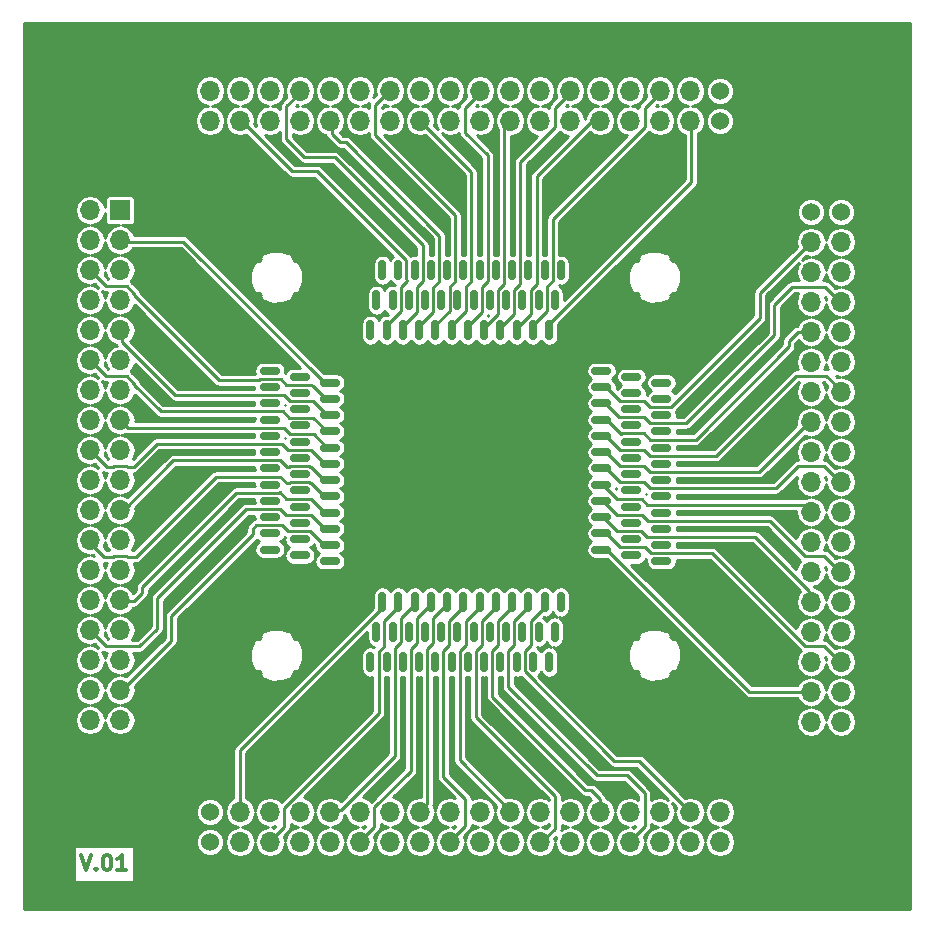
<source format=gtl>
%TF.GenerationSoftware,KiCad,Pcbnew,4.0.7*%
%TF.CreationDate,2017-11-27T18:36:11+08:00*%
%TF.ProjectId,ic51,696335312E6B696361645F7063620000,rev?*%
%TF.FileFunction,Copper,L1,Top,Signal*%
%FSLAX46Y46*%
G04 Gerber Fmt 4.6, Leading zero omitted, Abs format (unit mm)*
G04 Created by KiCad (PCBNEW 4.0.7) date 11/27/17 18:36:11*
%MOMM*%
%LPD*%
G01*
G04 APERTURE LIST*
%ADD10C,0.100000*%
%ADD11C,0.325000*%
%ADD12O,0.700000X1.740000*%
%ADD13O,1.740000X0.700000*%
%ADD14R,1.700000X1.700000*%
%ADD15O,1.700000X1.700000*%
%ADD16C,1.524000*%
%ADD17C,0.250000*%
%ADD18C,0.254000*%
G04 APERTURE END LIST*
D10*
D11*
X5319048Y-70888095D02*
X5752381Y-72188095D01*
X6185714Y-70888095D01*
X6619048Y-72064286D02*
X6680953Y-72126190D01*
X6619048Y-72188095D01*
X6557143Y-72126190D01*
X6619048Y-72064286D01*
X6619048Y-72188095D01*
X7485715Y-70888095D02*
X7609524Y-70888095D01*
X7733334Y-70950000D01*
X7795239Y-71011905D01*
X7857143Y-71135714D01*
X7919048Y-71383333D01*
X7919048Y-71692857D01*
X7857143Y-71940476D01*
X7795239Y-72064286D01*
X7733334Y-72126190D01*
X7609524Y-72188095D01*
X7485715Y-72188095D01*
X7361905Y-72126190D01*
X7300001Y-72064286D01*
X7238096Y-71940476D01*
X7176191Y-71692857D01*
X7176191Y-71383333D01*
X7238096Y-71135714D01*
X7300001Y-71011905D01*
X7361905Y-70950000D01*
X7485715Y-70888095D01*
X9157143Y-72188095D02*
X8414286Y-72188095D01*
X8785715Y-72188095D02*
X8785715Y-70888095D01*
X8661905Y-71073810D01*
X8538096Y-71197619D01*
X8414286Y-71259524D01*
D12*
X37727501Y-49475000D03*
X36352501Y-49475000D03*
D13*
X21335001Y-29912500D03*
X21335001Y-31287500D03*
X21335001Y-32662500D03*
X21335001Y-34037500D03*
X21335001Y-35412500D03*
X21335001Y-36787500D03*
X21335001Y-38162500D03*
X21335001Y-39537500D03*
X21335001Y-40912500D03*
X21335001Y-42287500D03*
X21335001Y-43662500D03*
X21335001Y-45037500D03*
X54495001Y-30912500D03*
X54495001Y-32287500D03*
X54495001Y-33662500D03*
X54495001Y-35037500D03*
X54495001Y-36412500D03*
X54495001Y-37787500D03*
X54495001Y-39162500D03*
X54495001Y-40537500D03*
X54495001Y-41912500D03*
X54495001Y-43287500D03*
X54495001Y-44662500D03*
X54495001Y-46037500D03*
X51955001Y-30412500D03*
X51955001Y-31787500D03*
X51955001Y-33162500D03*
X51955001Y-34537500D03*
X51955001Y-35912500D03*
X51955001Y-37287500D03*
X51955001Y-38662500D03*
X51955001Y-40037500D03*
X51955001Y-41412500D03*
X51955001Y-42787500D03*
X51955001Y-44162500D03*
X51955001Y-45537500D03*
X23875001Y-30412500D03*
X23875001Y-31787500D03*
X23875001Y-33162500D03*
X23875001Y-34537500D03*
X23875001Y-35912500D03*
X23875001Y-37287500D03*
X23875001Y-38662500D03*
X23875001Y-40037500D03*
X23875001Y-41412500D03*
X23875001Y-42787500D03*
X23875001Y-44162500D03*
X23875001Y-45537500D03*
X49415001Y-29912500D03*
X49415001Y-31287500D03*
X49415001Y-32662500D03*
X49415001Y-34037500D03*
X49415001Y-35412500D03*
X49415001Y-36787500D03*
X49415001Y-38162500D03*
X49415001Y-39537500D03*
X49415001Y-40912500D03*
X49415001Y-42287500D03*
X49415001Y-43662500D03*
X26415001Y-30912500D03*
X26415001Y-32287500D03*
X26415001Y-33662500D03*
X26415001Y-35037500D03*
X26415001Y-36412500D03*
X26415001Y-37787500D03*
X26415001Y-39162500D03*
X26415001Y-40537500D03*
X26415001Y-41912500D03*
X26415001Y-43287500D03*
X26415001Y-44662500D03*
X49415001Y-45037500D03*
X26415001Y-46037500D03*
D12*
X30852501Y-21395000D03*
X30852501Y-49475000D03*
X32227501Y-21395000D03*
X33602501Y-21395000D03*
X34977501Y-21395000D03*
X36352501Y-21395000D03*
X37727501Y-21395000D03*
X39102501Y-21395000D03*
X40477501Y-21395000D03*
X41852501Y-21395000D03*
X43227501Y-21395000D03*
X44602501Y-21395000D03*
X45977501Y-21395000D03*
X32227501Y-49475000D03*
X33602501Y-49475000D03*
X34977501Y-49475000D03*
X39102501Y-49475000D03*
X40477501Y-49475000D03*
X41852501Y-49475000D03*
X43227501Y-49475000D03*
X44602501Y-49475000D03*
X45977501Y-49475000D03*
X30352501Y-23935000D03*
X31727501Y-23935000D03*
X33102501Y-23935000D03*
X34477501Y-23935000D03*
X35852501Y-23935000D03*
X37227501Y-23935000D03*
X38602501Y-23935000D03*
X39977501Y-23935000D03*
X41352501Y-23935000D03*
X42727501Y-23935000D03*
X44102501Y-23935000D03*
X45477501Y-23935000D03*
X30352501Y-52015000D03*
X31727501Y-52015000D03*
X33102501Y-52015000D03*
X34477501Y-52015000D03*
X35852501Y-52015000D03*
X37227501Y-52015000D03*
X38602501Y-52015000D03*
X39977501Y-52015000D03*
X41352501Y-52015000D03*
X42727501Y-52015000D03*
X44102501Y-52015000D03*
X45477501Y-52015000D03*
X29852501Y-54555000D03*
X31227501Y-54555000D03*
X32602501Y-54555000D03*
X33977501Y-54555000D03*
X35352501Y-54555000D03*
X36727501Y-54555000D03*
X38102501Y-54555000D03*
X39477501Y-54555000D03*
X40852501Y-54555000D03*
X42227501Y-54555000D03*
X43602501Y-54555000D03*
X44977501Y-54555000D03*
X29852501Y-26475000D03*
X31227501Y-26475000D03*
X32602501Y-26475000D03*
X33977501Y-26475000D03*
X35352501Y-26475000D03*
X36727501Y-26475000D03*
X38102501Y-26475000D03*
X39477501Y-26475000D03*
X40852501Y-26475000D03*
X42227501Y-26475000D03*
X43602501Y-26475000D03*
X44977501Y-26475000D03*
D14*
X8670000Y-16310000D03*
D15*
X6130000Y-16310000D03*
X8670000Y-18850000D03*
X6130000Y-18850000D03*
X8670000Y-21390000D03*
X6130000Y-21390000D03*
X8670000Y-23930000D03*
X6130000Y-23930000D03*
X8670000Y-26470000D03*
X6130000Y-26470000D03*
X8670000Y-29010000D03*
X6130000Y-29010000D03*
X8670000Y-31550000D03*
X6130000Y-31550000D03*
X8670000Y-34090000D03*
X6130000Y-34090000D03*
X8670000Y-36630000D03*
X6130000Y-36630000D03*
X8670000Y-39170000D03*
X6130000Y-39170000D03*
X8670000Y-41710000D03*
X6130000Y-41710000D03*
X8670000Y-44250000D03*
X6130000Y-44250000D03*
X8670000Y-46790000D03*
X6130000Y-46790000D03*
X8670000Y-49330000D03*
X6130000Y-49330000D03*
X8670000Y-51870000D03*
X6130000Y-51870000D03*
X8670000Y-54410000D03*
X6130000Y-54410000D03*
X8670000Y-56950000D03*
X6130000Y-56950000D03*
X8670000Y-59490000D03*
X6130000Y-59490000D03*
D16*
X16270000Y-67270000D03*
X16270000Y-69810000D03*
D15*
X18810000Y-67270000D03*
X18810000Y-69810000D03*
X21350000Y-67270000D03*
X21350000Y-69810000D03*
X23890000Y-67270000D03*
X23890000Y-69810000D03*
X26430000Y-67270000D03*
X26430000Y-69810000D03*
X28970000Y-67270000D03*
X28970000Y-69810000D03*
X31510000Y-67270000D03*
X31510000Y-69810000D03*
X34050000Y-67270000D03*
X34050000Y-69810000D03*
X36590000Y-67270000D03*
X36590000Y-69810000D03*
X39130000Y-67270000D03*
X39130000Y-69810000D03*
X41670000Y-67270000D03*
X41670000Y-69810000D03*
X44210000Y-67270000D03*
X44210000Y-69810000D03*
X46750000Y-67270000D03*
X46750000Y-69810000D03*
X49290000Y-67270000D03*
X49290000Y-69810000D03*
X51830000Y-67270000D03*
X51830000Y-69810000D03*
X54370000Y-67270000D03*
X54370000Y-69810000D03*
X56910000Y-67270000D03*
X56910000Y-69810000D03*
X59450000Y-67270000D03*
X59450000Y-69810000D03*
D16*
X69700000Y-16440000D03*
X67160000Y-16440000D03*
D15*
X69700000Y-18980000D03*
X67160000Y-18980000D03*
X69700000Y-21520000D03*
X67160000Y-21520000D03*
X69700000Y-24060000D03*
X67160000Y-24060000D03*
X69700000Y-26600000D03*
X67160000Y-26600000D03*
X69700000Y-29140000D03*
X67160000Y-29140000D03*
X69700000Y-31680000D03*
X67160000Y-31680000D03*
X69700000Y-34220000D03*
X67160000Y-34220000D03*
X69700000Y-36760000D03*
X67160000Y-36760000D03*
X69700000Y-39300000D03*
X67160000Y-39300000D03*
X69700000Y-41840000D03*
X67160000Y-41840000D03*
X69700000Y-44380000D03*
X67160000Y-44380000D03*
X69700000Y-46920000D03*
X67160000Y-46920000D03*
X69700000Y-49460000D03*
X67160000Y-49460000D03*
X69700000Y-52000000D03*
X67160000Y-52000000D03*
X69700000Y-54540000D03*
X67160000Y-54540000D03*
X69700000Y-57080000D03*
X67160000Y-57080000D03*
X69700000Y-59620000D03*
X67160000Y-59620000D03*
D16*
X59450000Y-8730000D03*
X59450000Y-6190000D03*
D15*
X56910000Y-8730000D03*
X56910000Y-6190000D03*
X54370000Y-8730000D03*
X54370000Y-6190000D03*
X51830000Y-8730000D03*
X51830000Y-6190000D03*
X49290000Y-8730000D03*
X49290000Y-6190000D03*
X46750000Y-8730000D03*
X46750000Y-6190000D03*
X44210000Y-8730000D03*
X44210000Y-6190000D03*
X41670000Y-8730000D03*
X41670000Y-6190000D03*
X39130000Y-8730000D03*
X39130000Y-6190000D03*
X36590000Y-8730000D03*
X36590000Y-6190000D03*
X34050000Y-8730000D03*
X34050000Y-6190000D03*
X31510000Y-8730000D03*
X31510000Y-6190000D03*
X28970000Y-8730000D03*
X28970000Y-6190000D03*
X26430000Y-8730000D03*
X26430000Y-6190000D03*
X23890000Y-8730000D03*
X23890000Y-6190000D03*
X21350000Y-8730000D03*
X21350000Y-6190000D03*
X18810000Y-8730000D03*
X18810000Y-6190000D03*
X16270000Y-8730000D03*
X16270000Y-6190000D03*
D17*
X26475000Y-31002501D02*
X26052501Y-31002501D01*
X26052501Y-31002501D02*
X14010000Y-18960000D01*
X14010000Y-18960000D02*
X8680000Y-18960000D01*
X8825565Y-19011869D02*
X8755565Y-18941869D01*
X6215565Y-21481869D02*
X7445565Y-22711869D01*
X7445565Y-22711869D02*
X9061869Y-22711869D01*
X9061869Y-22711869D02*
X9104999Y-22754999D01*
X20456024Y-30691869D02*
X20535403Y-30612490D01*
X9104999Y-22754999D02*
X9234001Y-22754999D01*
X9234001Y-22754999D02*
X9845001Y-23365999D01*
X9845001Y-23495001D02*
X17041869Y-30691869D01*
X22262490Y-30612490D02*
X22740000Y-31090000D01*
X24960000Y-31200000D02*
X24970000Y-31200000D01*
X9845001Y-23365999D02*
X9845001Y-23495001D01*
X20535403Y-30612490D02*
X22262490Y-30612490D01*
X17041869Y-30691869D02*
X20456024Y-30691869D01*
X22740000Y-31090000D02*
X24850000Y-31090000D01*
X24970000Y-31200000D02*
X26149369Y-32379369D01*
X24850000Y-31090000D02*
X24960000Y-31200000D01*
X26149369Y-32379369D02*
X26500566Y-32379369D01*
X26500566Y-33754369D02*
X26288065Y-33754369D01*
X26288065Y-33754369D02*
X25021186Y-32487490D01*
X25021186Y-32487490D02*
X23075403Y-32487490D01*
X23075403Y-32487490D02*
X22557913Y-31970000D01*
X22557913Y-31970000D02*
X13320000Y-31970000D01*
X13320000Y-31970000D02*
X8845565Y-27495565D01*
X8845565Y-27495565D02*
X8845565Y-26471869D01*
X8845565Y-26471869D02*
X8755565Y-26561869D01*
X26500566Y-35129369D02*
X26263065Y-35129369D01*
X12090000Y-33340000D02*
X9845001Y-31095001D01*
X26263065Y-35129369D02*
X24996186Y-33862490D01*
X24996186Y-33862490D02*
X22936186Y-33862490D01*
X22936186Y-33862490D02*
X22413696Y-33340000D01*
X22413696Y-33340000D02*
X12090000Y-33340000D01*
X9845001Y-31095001D02*
X9845001Y-30985999D01*
X9845001Y-30985999D02*
X9234001Y-30374999D01*
X9234001Y-30374999D02*
X9124999Y-30374999D01*
X9124999Y-30374999D02*
X9076998Y-30326998D01*
X9076998Y-30326998D02*
X7440694Y-30326998D01*
X7440694Y-30326998D02*
X6215565Y-29101869D01*
X26500566Y-36504369D02*
X26298065Y-36504369D01*
X26298065Y-36504369D02*
X25043696Y-35250000D01*
X24837490Y-35237490D02*
X23075403Y-35237490D01*
X25043696Y-35250000D02*
X24850000Y-35250000D01*
X24850000Y-35250000D02*
X24837490Y-35237490D01*
X22560000Y-34730000D02*
X9303696Y-34730000D01*
X23075403Y-35237490D02*
X23071446Y-35241447D01*
X23071446Y-35241447D02*
X22560000Y-34730000D01*
X9303696Y-34730000D02*
X8755565Y-34181869D01*
X6215565Y-36721869D02*
X7527690Y-38033994D01*
X7527690Y-38033994D02*
X8067004Y-38033994D01*
X8067004Y-38033994D02*
X8105999Y-37994999D01*
X8105999Y-37994999D02*
X9234001Y-37994999D01*
X26073065Y-37879369D02*
X26500566Y-37879369D01*
X9234001Y-37994999D02*
X9272996Y-38033994D01*
X9272996Y-38033994D02*
X9816006Y-38033994D01*
X9816006Y-38033994D02*
X11750000Y-36100000D01*
X11750000Y-36100000D02*
X22400000Y-36100000D01*
X22900000Y-36600000D02*
X23062913Y-36600000D01*
X22400000Y-36100000D02*
X22900000Y-36600000D01*
X23062913Y-36600000D02*
X23075403Y-36612490D01*
X23075403Y-36612490D02*
X24806186Y-36612490D01*
X24806186Y-36612490D02*
X26073065Y-37879369D01*
X8755565Y-41801869D02*
X8876711Y-41923015D01*
X8876711Y-41923015D02*
X8876711Y-41773289D01*
X8876711Y-41773289D02*
X13180000Y-37470000D01*
X22805565Y-38071869D02*
X22991024Y-38071869D01*
X13180000Y-37470000D02*
X22203696Y-37470000D01*
X22203696Y-37470000D02*
X22805565Y-38071869D01*
X22991024Y-38071869D02*
X23075403Y-37987490D01*
X23075403Y-37987490D02*
X24674599Y-37987490D01*
X24674599Y-37987490D02*
X24758978Y-38071869D01*
X24758978Y-38071869D02*
X24825565Y-38071869D01*
X24825565Y-38071869D02*
X26008065Y-39254369D01*
X26008065Y-39254369D02*
X26500566Y-39254369D01*
X24825565Y-39431869D02*
X26023065Y-40629369D01*
X6215565Y-44341869D02*
X6215565Y-44571869D01*
X6215565Y-44571869D02*
X7285565Y-45641869D01*
X23075403Y-39362490D02*
X24674599Y-39362490D01*
X9260871Y-45641869D02*
X10005565Y-45641869D01*
X7285565Y-45641869D02*
X8079129Y-45641869D01*
X8079129Y-45641869D02*
X8105999Y-45614999D01*
X8105999Y-45614999D02*
X9234001Y-45614999D01*
X9234001Y-45614999D02*
X9260871Y-45641869D01*
X22795565Y-39431869D02*
X23006024Y-39431869D01*
X22223696Y-38860000D02*
X22795565Y-39431869D01*
X10005565Y-45641869D02*
X16787434Y-38860000D01*
X26023065Y-40629369D02*
X26500566Y-40629369D01*
X16787434Y-38860000D02*
X22223696Y-38860000D01*
X23006024Y-39431869D02*
X23075403Y-39362490D01*
X24674599Y-39362490D02*
X24743978Y-39431869D01*
X24743978Y-39431869D02*
X24825565Y-39431869D01*
X8755565Y-49421869D02*
X9805565Y-49421869D01*
X22223696Y-40210000D02*
X22743696Y-40730000D01*
X9805565Y-49421869D02*
X10545565Y-48681869D01*
X10545565Y-48681869D02*
X10545565Y-48204435D01*
X10545565Y-48204435D02*
X18512510Y-40237490D01*
X26078065Y-42004369D02*
X26500566Y-42004369D01*
X18512510Y-40237490D02*
X22109619Y-40237490D01*
X22109619Y-40237490D02*
X22137109Y-40210000D01*
X22743696Y-40730000D02*
X22930000Y-40730000D01*
X22137109Y-40210000D02*
X22223696Y-40210000D01*
X22937490Y-40737490D02*
X24811186Y-40737490D01*
X26500566Y-42004369D02*
X26048065Y-42004369D01*
X22930000Y-40730000D02*
X22937490Y-40737490D01*
X24811186Y-40737490D02*
X26078065Y-42004369D01*
X6215565Y-51961869D02*
X7495565Y-53241869D01*
X7495565Y-53241869D02*
X8099129Y-53241869D01*
X8105999Y-53234999D02*
X9234001Y-53234999D01*
X8099129Y-53241869D02*
X8105999Y-53234999D01*
X9234001Y-53234999D02*
X9240871Y-53241869D01*
X9240871Y-53241869D02*
X10285565Y-53241869D01*
X10285565Y-53241869D02*
X11799239Y-51728195D01*
X11799239Y-51728195D02*
X11799239Y-49150761D01*
X11799239Y-49150761D02*
X19340000Y-41610000D01*
X19340000Y-41610000D02*
X22223696Y-41610000D01*
X22223696Y-41610000D02*
X22723696Y-42110000D01*
X22723696Y-42110000D02*
X24813696Y-42110000D01*
X24813696Y-42110000D02*
X26083065Y-43379369D01*
X26083065Y-43379369D02*
X26500566Y-43379369D01*
X8755565Y-57041869D02*
X8755565Y-56994435D01*
X23075403Y-43487490D02*
X24771186Y-43487490D01*
X8755565Y-56994435D02*
X13000000Y-52750000D01*
X13000000Y-52750000D02*
X13000000Y-50650000D01*
X19900000Y-43750000D02*
X19900000Y-43280000D01*
X26038065Y-44754369D02*
X26500566Y-44754369D01*
X13000000Y-50650000D02*
X19900000Y-43750000D01*
X19900000Y-43280000D02*
X20210000Y-42970000D01*
X22900000Y-43480000D02*
X23067913Y-43480000D01*
X20210000Y-42970000D02*
X22390000Y-42970000D01*
X22390000Y-42970000D02*
X22900000Y-43480000D01*
X24771186Y-43487490D02*
X26038065Y-44754369D01*
X23067913Y-43480000D02*
X23075403Y-43487490D01*
X56978131Y-8845565D02*
X57048131Y-8775565D01*
X57030000Y-13930000D02*
X57030000Y-8700000D01*
X44987499Y-25972501D02*
X57030000Y-13930000D01*
X44987499Y-26495000D02*
X44987499Y-25972501D01*
X54508131Y-6235565D02*
X53100000Y-7643696D01*
X44802491Y-24734598D02*
X44808131Y-24740238D01*
X53100000Y-7643696D02*
X53100000Y-9260000D01*
X53100000Y-9260000D02*
X45298131Y-17061869D01*
X45298131Y-17061869D02*
X45298131Y-22265565D01*
X44802491Y-23135402D02*
X44802491Y-24734598D01*
X45298131Y-22265565D02*
X44808131Y-22755565D01*
X44808131Y-22755565D02*
X44808131Y-23129762D01*
X44808131Y-23129762D02*
X44802491Y-23135402D01*
X44808131Y-24740238D02*
X44808131Y-24865565D01*
X44808131Y-24865565D02*
X43610631Y-26063065D01*
X43610631Y-26063065D02*
X43610631Y-26520566D01*
X42235631Y-26520566D02*
X42235631Y-26308065D01*
X43918131Y-13441869D02*
X48494435Y-8865565D01*
X42235631Y-26308065D02*
X43430000Y-25113696D01*
X43430000Y-25113696D02*
X43430000Y-24737107D01*
X43430000Y-24737107D02*
X43427491Y-24734598D01*
X43427491Y-24734598D02*
X43427491Y-23135402D01*
X43427491Y-23135402D02*
X43430000Y-23132893D01*
X43430000Y-23132893D02*
X43430000Y-23063696D01*
X43430000Y-23063696D02*
X43918131Y-22575565D01*
X43918131Y-22575565D02*
X43918131Y-13441869D01*
X49518131Y-8865565D02*
X49428131Y-8775565D01*
X48494435Y-8865565D02*
X49518131Y-8865565D01*
X40860631Y-26520566D02*
X40860631Y-26283065D01*
X40860631Y-26283065D02*
X42048131Y-25095565D01*
X42048131Y-25095565D02*
X42048131Y-23035565D01*
X42048131Y-23035565D02*
X42558131Y-22525565D01*
X42552491Y-20595402D02*
X42558131Y-20589762D01*
X42558131Y-22525565D02*
X42558131Y-22200238D01*
X42558131Y-12201869D02*
X45500000Y-9260000D01*
X42558131Y-22200238D02*
X42552491Y-22194598D01*
X42552491Y-22194598D02*
X42552491Y-20595402D01*
X42558131Y-20589762D02*
X42558131Y-12201869D01*
X45500000Y-9260000D02*
X45500000Y-7623696D01*
X45500000Y-7623696D02*
X46888131Y-6235565D01*
X39485631Y-26520566D02*
X39485631Y-26318065D01*
X40690000Y-24747107D02*
X40677491Y-24734598D01*
X39485631Y-26318065D02*
X40690000Y-25113696D01*
X40690000Y-25113696D02*
X40690000Y-24747107D01*
X41178131Y-20594762D02*
X41178131Y-9405565D01*
X40677491Y-24734598D02*
X40677491Y-23135402D01*
X41178131Y-22545565D02*
X41178131Y-22195238D01*
X40677491Y-23135402D02*
X40690000Y-23122893D01*
X40690000Y-23122893D02*
X40690000Y-23033696D01*
X40690000Y-23033696D02*
X41178131Y-22545565D01*
X41178131Y-22195238D02*
X41177491Y-22194598D01*
X41177491Y-22194598D02*
X41177491Y-20595402D01*
X41177491Y-20595402D02*
X41178131Y-20594762D01*
X41178131Y-9405565D02*
X41808131Y-8775565D01*
X39268131Y-6235565D02*
X37860000Y-7643696D01*
X37860000Y-7643696D02*
X37860000Y-9740000D01*
X37860000Y-9740000D02*
X39798131Y-11678131D01*
X39798131Y-11678131D02*
X39798131Y-22335565D01*
X39798131Y-22335565D02*
X39298131Y-22835565D01*
X39298131Y-22835565D02*
X39298131Y-24905565D01*
X39298131Y-24905565D02*
X38110631Y-26093065D01*
X38110631Y-26093065D02*
X38110631Y-26520566D01*
X34188131Y-8775565D02*
X34066985Y-8896711D01*
X34066985Y-8896711D02*
X34216711Y-8896711D01*
X37918131Y-22825565D02*
X37918131Y-24845565D01*
X34216711Y-8896711D02*
X38410000Y-13090000D01*
X38410000Y-13090000D02*
X38410000Y-22333696D01*
X38410000Y-22333696D02*
X37918131Y-22825565D01*
X37918131Y-24845565D02*
X36735631Y-26028065D01*
X36735631Y-26028065D02*
X36735631Y-26520566D01*
X31648131Y-6235565D02*
X31418131Y-6235565D01*
X31418131Y-6235565D02*
X30260000Y-7393696D01*
X30260000Y-7393696D02*
X30260000Y-9937434D01*
X30260000Y-9937434D02*
X37048131Y-16725565D01*
X37048131Y-16725565D02*
X37048131Y-22325565D01*
X37048131Y-22325565D02*
X36558131Y-22815565D01*
X36558131Y-24845565D02*
X35360631Y-26043065D01*
X36558131Y-22815565D02*
X36558131Y-23129762D01*
X36558131Y-23129762D02*
X36552491Y-23135402D01*
X36552491Y-23135402D02*
X36552491Y-24734598D01*
X36552491Y-24734598D02*
X36558131Y-24740238D01*
X36558131Y-24740238D02*
X36558131Y-24845565D01*
X35360631Y-26043065D02*
X35360631Y-26520566D01*
X35677491Y-20595402D02*
X35677491Y-22194598D01*
X35152511Y-23135402D02*
X35152511Y-24734598D01*
X26568131Y-8775565D02*
X26568131Y-9825565D01*
X26568131Y-9825565D02*
X27308131Y-10565565D01*
X27308131Y-10565565D02*
X27785565Y-10565565D01*
X27785565Y-10565565D02*
X35678131Y-18458131D01*
X35678131Y-18458131D02*
X35678131Y-20594762D01*
X35678131Y-22345565D02*
X35150000Y-22873696D01*
X35678131Y-20594762D02*
X35677491Y-20595402D01*
X35677491Y-22194598D02*
X35678131Y-22195238D01*
X35150000Y-24933696D02*
X33985631Y-26098065D01*
X35678131Y-22195238D02*
X35678131Y-22345565D01*
X35150000Y-22873696D02*
X35150000Y-23132891D01*
X35150000Y-23132891D02*
X35152511Y-23135402D01*
X35152511Y-24734598D02*
X35150000Y-24737109D01*
X35150000Y-24737109D02*
X35150000Y-24933696D01*
X33985631Y-26098065D02*
X33985631Y-26520566D01*
X33985631Y-26520566D02*
X33985631Y-26068065D01*
X24028131Y-6235565D02*
X22748131Y-7515565D01*
X22748131Y-10305565D02*
X24261805Y-11819239D01*
X22748131Y-9327133D02*
X22748131Y-10305565D01*
X22748131Y-7515565D02*
X22748131Y-8132867D01*
X22748131Y-8132867D02*
X22714999Y-8165999D01*
X34302491Y-20595402D02*
X34302491Y-22194598D01*
X34308131Y-20589762D02*
X34302491Y-20595402D01*
X22714999Y-8165999D02*
X22714999Y-9294001D01*
X24261805Y-11819239D02*
X26839239Y-11819239D01*
X22714999Y-9294001D02*
X22748131Y-9327133D01*
X26839239Y-11819239D02*
X34308131Y-19288131D01*
X34308131Y-22200238D02*
X34308131Y-22315565D01*
X34308131Y-19288131D02*
X34308131Y-20589762D01*
X33790000Y-22833696D02*
X33790000Y-24923696D01*
X34302491Y-22194598D02*
X34308131Y-22200238D01*
X34308131Y-22315565D02*
X33790000Y-22833696D01*
X33790000Y-24923696D02*
X32610631Y-26103065D01*
X32610631Y-26103065D02*
X32610631Y-26520566D01*
X18948131Y-8775565D02*
X18995565Y-8775565D01*
X32860000Y-20552891D02*
X32902511Y-20595402D01*
X18995565Y-8775565D02*
X23240000Y-13020000D01*
X23240000Y-13020000D02*
X25340000Y-13020000D01*
X32928131Y-22335565D02*
X32420000Y-22843696D01*
X32420000Y-22843696D02*
X32420000Y-24873696D01*
X25340000Y-13020000D02*
X32860000Y-20540000D01*
X32860000Y-20540000D02*
X32860000Y-20552891D01*
X32902511Y-20595402D02*
X32902511Y-22169618D01*
X32420000Y-24873696D02*
X31235631Y-26058065D01*
X32902511Y-22169618D02*
X32928131Y-22195238D01*
X31235631Y-26058065D02*
X31235631Y-26520566D01*
X32928131Y-22195238D02*
X32928131Y-22335565D01*
X30852501Y-49475000D02*
X30852501Y-49997499D01*
X30852501Y-49997499D02*
X18810000Y-62040000D01*
X18810000Y-62040000D02*
X18810000Y-67270000D01*
X18861869Y-67124435D02*
X18791869Y-67194435D01*
X21331869Y-69734435D02*
X22561869Y-68504435D01*
X22561869Y-68504435D02*
X22561869Y-66888131D01*
X30541869Y-53704435D02*
X31031869Y-53214435D01*
X31031869Y-53214435D02*
X31031869Y-51104435D01*
X22561869Y-66888131D02*
X30541869Y-58908131D01*
X30541869Y-58908131D02*
X30541869Y-53704435D01*
X31031869Y-51104435D02*
X32229369Y-49906935D01*
X32229369Y-49906935D02*
X32229369Y-49449434D01*
X33604369Y-49449434D02*
X33604369Y-49661935D01*
X33604369Y-49661935D02*
X32411869Y-50854435D01*
X32411869Y-52904435D02*
X31921869Y-53394435D01*
X31921869Y-53394435D02*
X31921869Y-62528131D01*
X32411869Y-50854435D02*
X32411869Y-52904435D01*
X31921869Y-62528131D02*
X27345565Y-67104435D01*
X26321869Y-67104435D02*
X26411869Y-67194435D01*
X27345565Y-67104435D02*
X26321869Y-67104435D01*
X34979369Y-49449434D02*
X34979369Y-49686935D01*
X34979369Y-49686935D02*
X33791869Y-50874435D01*
X33791869Y-50874435D02*
X33791869Y-52934435D01*
X33791869Y-52934435D02*
X33281869Y-53444435D01*
X33281869Y-53444435D02*
X33281869Y-63768131D01*
X33281869Y-63768131D02*
X30176998Y-66873002D01*
X30176998Y-68509306D02*
X28951869Y-69734435D01*
X30176998Y-66873002D02*
X30176998Y-68509306D01*
X34031869Y-67194435D02*
X34661869Y-66564435D01*
X35161869Y-50844435D02*
X36354369Y-49651935D01*
X35161869Y-50844435D02*
X35161869Y-52924435D01*
X35161869Y-52924435D02*
X34661869Y-53424435D01*
X34661869Y-53424435D02*
X34661869Y-66564435D01*
X36354369Y-49449434D02*
X36354369Y-49651935D01*
X36571869Y-69734435D02*
X37883994Y-68422310D01*
X37729369Y-49876935D02*
X37729369Y-49449434D01*
X37883994Y-68422310D02*
X37883994Y-66133994D01*
X36041869Y-53634435D02*
X36541869Y-53134435D01*
X37883994Y-66133994D02*
X36041869Y-64291869D01*
X36041869Y-64291869D02*
X36041869Y-53634435D01*
X36541869Y-53134435D02*
X36541869Y-51064435D01*
X36541869Y-51064435D02*
X37729369Y-49876935D01*
X41651869Y-67194435D02*
X41773015Y-67073289D01*
X41773015Y-67073289D02*
X41623289Y-67073289D01*
X41623289Y-67073289D02*
X37421869Y-62871869D01*
X37421869Y-62871869D02*
X37421869Y-53644435D01*
X37421869Y-53644435D02*
X37921869Y-53144435D01*
X37921869Y-53144435D02*
X37921869Y-51124435D01*
X37921869Y-51124435D02*
X39104369Y-49941935D01*
X39104369Y-49941935D02*
X39104369Y-49449434D01*
X44191869Y-69734435D02*
X44421869Y-69734435D01*
X44421869Y-69734435D02*
X45491869Y-68664435D01*
X38791869Y-53644435D02*
X39281869Y-53154435D01*
X45491869Y-68664435D02*
X45491869Y-65944435D01*
X45491869Y-65944435D02*
X38791869Y-59244435D01*
X40479369Y-49926935D02*
X40479369Y-49449434D01*
X38791869Y-59244435D02*
X38791869Y-53644435D01*
X39281869Y-53154435D02*
X39281869Y-51124435D01*
X39281869Y-51124435D02*
X40479369Y-49926935D01*
X49271869Y-67194435D02*
X49271869Y-66144435D01*
X41854369Y-49871935D02*
X41854369Y-49449434D01*
X49271869Y-66144435D02*
X48531869Y-65404435D01*
X40661869Y-53124435D02*
X40661869Y-51064435D01*
X48531869Y-65404435D02*
X48054435Y-65404435D01*
X48054435Y-65404435D02*
X40161869Y-57511869D01*
X40161869Y-57511869D02*
X40161869Y-53624435D01*
X40161869Y-53624435D02*
X40661869Y-53124435D01*
X40661869Y-51064435D02*
X41854369Y-49871935D01*
X41854369Y-49449434D02*
X41854369Y-49901935D01*
X51811869Y-69734435D02*
X53091869Y-68454435D01*
X53091869Y-68454435D02*
X53091869Y-65664435D01*
X41531869Y-53654435D02*
X42031869Y-53154435D01*
X53091869Y-65664435D02*
X51578195Y-64150761D01*
X51578195Y-64150761D02*
X49000761Y-64150761D01*
X49000761Y-64150761D02*
X41531869Y-56681869D01*
X41531869Y-56681869D02*
X41531869Y-53654435D01*
X42031869Y-53154435D02*
X42031869Y-51064435D01*
X42031869Y-51064435D02*
X43229369Y-49866935D01*
X43229369Y-49866935D02*
X43229369Y-49449434D01*
X56891869Y-67194435D02*
X56844435Y-67194435D01*
X43411869Y-53134435D02*
X43411869Y-51104435D01*
X56844435Y-67194435D02*
X52600000Y-62950000D01*
X50500000Y-62950000D02*
X42911869Y-55361869D01*
X52600000Y-62950000D02*
X50500000Y-62950000D01*
X42911869Y-55361869D02*
X42911869Y-53634435D01*
X42911869Y-53634435D02*
X43411869Y-53134435D01*
X43411869Y-51104435D02*
X44604369Y-49911935D01*
X44604369Y-49911935D02*
X44604369Y-49449434D01*
X67081835Y-19004331D02*
X67081835Y-19051765D01*
X53521835Y-32984331D02*
X53013704Y-32476200D01*
X67081835Y-19051765D02*
X62837400Y-23296200D01*
X62837400Y-23296200D02*
X62837400Y-25419709D01*
X53013704Y-32476200D02*
X50983704Y-32476200D01*
X62837400Y-25419709D02*
X55294599Y-32962510D01*
X55236378Y-32984331D02*
X53521835Y-32984331D01*
X55294599Y-32962510D02*
X55258199Y-32962510D01*
X55258199Y-32962510D02*
X55236378Y-32984331D01*
X50983704Y-32476200D02*
X49799335Y-31291831D01*
X49799335Y-31291831D02*
X49336834Y-31291831D01*
X49754335Y-32666831D02*
X49336834Y-32666831D01*
X50933704Y-33846200D02*
X49754335Y-32666831D01*
X53541835Y-34364331D02*
X53023704Y-33846200D01*
X53662802Y-34358691D02*
X53657162Y-34364331D01*
X53023704Y-33846200D02*
X50933704Y-33846200D01*
X56569269Y-34364331D02*
X55267638Y-34364331D01*
X53657162Y-34364331D02*
X53541835Y-34364331D01*
X64038161Y-26895439D02*
X56569269Y-34364331D01*
X66563399Y-22771199D02*
X66530267Y-22804331D01*
X64038161Y-24318005D02*
X64038161Y-26895439D01*
X67691401Y-22771199D02*
X66563399Y-22771199D01*
X55267638Y-34364331D02*
X55261998Y-34358691D01*
X55261998Y-34358691D02*
X53662802Y-34358691D01*
X67724533Y-22804331D02*
X67691401Y-22771199D01*
X68341835Y-22804331D02*
X67724533Y-22804331D01*
X66530267Y-22804331D02*
X65551835Y-22804331D01*
X65551835Y-22804331D02*
X64038161Y-24318005D01*
X69621835Y-24084331D02*
X68341835Y-22804331D01*
X67081835Y-26624331D02*
X66031835Y-26624331D01*
X66031835Y-26624331D02*
X65291835Y-27364331D01*
X65291835Y-27841765D02*
X57399269Y-35734331D01*
X65291835Y-27364331D02*
X65291835Y-27841765D01*
X57399269Y-35734331D02*
X55262638Y-35734331D01*
X55262638Y-35734331D02*
X55261998Y-35733691D01*
X52760909Y-35206200D02*
X52754599Y-35212510D01*
X55261998Y-35733691D02*
X53662802Y-35733691D01*
X51155403Y-35212510D02*
X51137913Y-35230000D01*
X53662802Y-35733691D02*
X53662162Y-35734331D01*
X53662162Y-35734331D02*
X53511835Y-35734331D01*
X52754599Y-35212510D02*
X51155403Y-35212510D01*
X53511835Y-35734331D02*
X52983704Y-35206200D01*
X52983704Y-35206200D02*
X52760909Y-35206200D01*
X51137913Y-35230000D02*
X51090000Y-35230000D01*
X51090000Y-35230000D02*
X49901831Y-34041831D01*
X49901831Y-34041831D02*
X49336834Y-34041831D01*
X49336834Y-34041831D02*
X49789335Y-34041831D01*
X49814335Y-35416831D02*
X49336834Y-35416831D01*
X51117162Y-36614331D02*
X51011835Y-36614331D01*
X51122802Y-36608691D02*
X51117162Y-36614331D01*
X52721998Y-36608691D02*
X51122802Y-36608691D01*
X52727638Y-36614331D02*
X52721998Y-36608691D01*
X53041835Y-36614331D02*
X52727638Y-36614331D01*
X51011835Y-36614331D02*
X49814335Y-35416831D01*
X53531835Y-37104331D02*
X53041835Y-36614331D01*
X59131835Y-37104331D02*
X53531835Y-37104331D01*
X65919966Y-30316200D02*
X59131835Y-37104331D01*
X68463704Y-30316200D02*
X65919966Y-30316200D01*
X69621835Y-31474331D02*
X68463704Y-30316200D01*
X69621835Y-31704331D02*
X69621835Y-31474331D01*
X49829335Y-36791831D02*
X49336834Y-36791831D01*
X51011835Y-37974331D02*
X49829335Y-36791831D01*
X53523704Y-38466200D02*
X53031835Y-37974331D01*
X62767400Y-38466200D02*
X53523704Y-38466200D01*
X66960689Y-34272911D02*
X62767400Y-38466200D01*
X53031835Y-37974331D02*
X51011835Y-37974331D01*
X66960689Y-34123185D02*
X66960689Y-34272911D01*
X67081835Y-34244331D02*
X66960689Y-34123185D01*
X69621835Y-39324331D02*
X68297504Y-38000000D01*
X68297504Y-38000000D02*
X66033600Y-38000000D01*
X66033600Y-38000000D02*
X64179269Y-39854331D01*
X53021835Y-39354331D02*
X50951835Y-39354331D01*
X64179269Y-39854331D02*
X53521835Y-39854331D01*
X53521835Y-39854331D02*
X53021835Y-39354331D01*
X49764335Y-38166831D02*
X49336834Y-38166831D01*
X50951835Y-39354331D02*
X49764335Y-38166831D01*
X66451835Y-41234331D02*
X67081835Y-41864331D01*
X55261998Y-41233691D02*
X55262638Y-41234331D01*
X53662802Y-41233691D02*
X55261998Y-41233691D01*
X53662162Y-41234331D02*
X53662802Y-41233691D01*
X52823704Y-40746200D02*
X53311835Y-41234331D01*
X52734507Y-40746200D02*
X52823704Y-40746200D01*
X52721998Y-40733691D02*
X52734507Y-40746200D01*
X53311835Y-41234331D02*
X53662162Y-41234331D01*
X51122802Y-40733691D02*
X52721998Y-40733691D01*
X55262638Y-41234331D02*
X66451835Y-41234331D01*
X50743704Y-40746200D02*
X51110293Y-40746200D01*
X49539335Y-39541831D02*
X50743704Y-40746200D01*
X51110293Y-40746200D02*
X51122802Y-40733691D01*
X49336834Y-39541831D02*
X49539335Y-39541831D01*
X49336834Y-40916831D02*
X49574335Y-40916831D01*
X68267504Y-45590000D02*
X69621835Y-46944331D01*
X49574335Y-40916831D02*
X50761835Y-42104331D01*
X55261998Y-42608691D02*
X55267638Y-42614331D01*
X50761835Y-42104331D02*
X52821835Y-42104331D01*
X55267638Y-42614331D02*
X63655531Y-42614331D01*
X52821835Y-42104331D02*
X53331835Y-42614331D01*
X53331835Y-42614331D02*
X53657162Y-42614331D01*
X53657162Y-42614331D02*
X53662802Y-42608691D01*
X53662802Y-42608691D02*
X55261998Y-42608691D01*
X63655531Y-42614331D02*
X66631200Y-45590000D01*
X66631200Y-45590000D02*
X68267504Y-45590000D01*
X66991835Y-48550635D02*
X66991835Y-49574331D01*
X66991835Y-49574331D02*
X67081835Y-49484331D01*
X53281835Y-43974331D02*
X62415531Y-43974331D01*
X52793704Y-43486200D02*
X53281835Y-43974331D01*
X52724507Y-43486200D02*
X52793704Y-43486200D01*
X52721998Y-43483691D02*
X52724507Y-43486200D01*
X51122802Y-43483691D02*
X52721998Y-43483691D01*
X51120293Y-43486200D02*
X51122802Y-43483691D01*
X50743704Y-43486200D02*
X51120293Y-43486200D01*
X49549335Y-42291831D02*
X50743704Y-43486200D01*
X62415531Y-43974331D02*
X66991835Y-48550635D01*
X49336834Y-42291831D02*
X49549335Y-42291831D01*
X69621835Y-54564331D02*
X68297504Y-53240000D01*
X52721998Y-44858691D02*
X51122802Y-44858691D01*
X68297504Y-53240000D02*
X66681200Y-53240000D01*
X66681200Y-53240000D02*
X58795531Y-45354331D01*
X58795531Y-45354331D02*
X53591835Y-45354331D01*
X53591835Y-45354331D02*
X53101835Y-44864331D01*
X53101835Y-44864331D02*
X52727638Y-44864331D01*
X52727638Y-44864331D02*
X52721998Y-44858691D01*
X51122802Y-44858691D02*
X51117162Y-44864331D01*
X51117162Y-44864331D02*
X50991835Y-44864331D01*
X50991835Y-44864331D02*
X49794335Y-43666831D01*
X49794335Y-43666831D02*
X49336834Y-43666831D01*
X49362400Y-45043699D02*
X49884899Y-45043699D01*
X49884899Y-45043699D02*
X61927400Y-57086200D01*
X61927400Y-57086200D02*
X67157400Y-57086200D01*
X67011835Y-57034331D02*
X67081835Y-57104331D01*
X67130000Y-57030000D02*
X67200000Y-57100000D01*
D18*
G36*
X75498000Y-75498000D02*
X502000Y-75498000D01*
X502000Y-70100500D01*
X4768238Y-70100500D01*
X4768238Y-73229500D01*
X9831762Y-73229500D01*
X9831762Y-70100500D01*
X4768238Y-70100500D01*
X502000Y-70100500D01*
X502000Y-70045469D01*
X15080794Y-70045469D01*
X15261427Y-70482635D01*
X15595606Y-70817397D01*
X16032456Y-70998793D01*
X16505469Y-70999206D01*
X16942635Y-70818573D01*
X17277397Y-70484394D01*
X17458793Y-70047544D01*
X17459206Y-69574531D01*
X17278573Y-69137365D01*
X16944394Y-68802603D01*
X16507544Y-68621207D01*
X16034531Y-68620794D01*
X15597365Y-68801427D01*
X15262603Y-69135606D01*
X15081207Y-69572456D01*
X15080794Y-70045469D01*
X502000Y-70045469D01*
X502000Y-67505469D01*
X15080794Y-67505469D01*
X15261427Y-67942635D01*
X15595606Y-68277397D01*
X16032456Y-68458793D01*
X16505469Y-68459206D01*
X16942635Y-68278573D01*
X17277397Y-67944394D01*
X17458793Y-67507544D01*
X17459022Y-67244982D01*
X17533000Y-67244982D01*
X17533000Y-67295018D01*
X17630206Y-67783705D01*
X17907025Y-68197993D01*
X18321313Y-68474812D01*
X18649035Y-68540000D01*
X18321313Y-68605188D01*
X17907025Y-68882007D01*
X17630206Y-69296295D01*
X17533000Y-69784982D01*
X17533000Y-69835018D01*
X17630206Y-70323705D01*
X17907025Y-70737993D01*
X18321313Y-71014812D01*
X18810000Y-71112018D01*
X19298687Y-71014812D01*
X19712975Y-70737993D01*
X19989794Y-70323705D01*
X20080000Y-69870209D01*
X20170206Y-70323705D01*
X20447025Y-70737993D01*
X20861313Y-71014812D01*
X21350000Y-71112018D01*
X21838687Y-71014812D01*
X22252975Y-70737993D01*
X22529794Y-70323705D01*
X22620000Y-69870209D01*
X22710206Y-70323705D01*
X22987025Y-70737993D01*
X23401313Y-71014812D01*
X23890000Y-71112018D01*
X24378687Y-71014812D01*
X24792975Y-70737993D01*
X25069794Y-70323705D01*
X25160000Y-69870209D01*
X25250206Y-70323705D01*
X25527025Y-70737993D01*
X25941313Y-71014812D01*
X26430000Y-71112018D01*
X26918687Y-71014812D01*
X27332975Y-70737993D01*
X27609794Y-70323705D01*
X27700000Y-69870209D01*
X27790206Y-70323705D01*
X28067025Y-70737993D01*
X28481313Y-71014812D01*
X28970000Y-71112018D01*
X29458687Y-71014812D01*
X29872975Y-70737993D01*
X30149794Y-70323705D01*
X30240000Y-69870209D01*
X30330206Y-70323705D01*
X30607025Y-70737993D01*
X31021313Y-71014812D01*
X31510000Y-71112018D01*
X31998687Y-71014812D01*
X32412975Y-70737993D01*
X32689794Y-70323705D01*
X32780000Y-69870209D01*
X32870206Y-70323705D01*
X33147025Y-70737993D01*
X33561313Y-71014812D01*
X34050000Y-71112018D01*
X34538687Y-71014812D01*
X34952975Y-70737993D01*
X35229794Y-70323705D01*
X35320000Y-69870209D01*
X35410206Y-70323705D01*
X35687025Y-70737993D01*
X36101313Y-71014812D01*
X36590000Y-71112018D01*
X37078687Y-71014812D01*
X37492975Y-70737993D01*
X37769794Y-70323705D01*
X37860000Y-69870209D01*
X37950206Y-70323705D01*
X38227025Y-70737993D01*
X38641313Y-71014812D01*
X39130000Y-71112018D01*
X39618687Y-71014812D01*
X40032975Y-70737993D01*
X40309794Y-70323705D01*
X40400000Y-69870209D01*
X40490206Y-70323705D01*
X40767025Y-70737993D01*
X41181313Y-71014812D01*
X41670000Y-71112018D01*
X42158687Y-71014812D01*
X42572975Y-70737993D01*
X42849794Y-70323705D01*
X42940000Y-69870209D01*
X43030206Y-70323705D01*
X43307025Y-70737993D01*
X43721313Y-71014812D01*
X44210000Y-71112018D01*
X44698687Y-71014812D01*
X45112975Y-70737993D01*
X45389794Y-70323705D01*
X45480000Y-69870209D01*
X45570206Y-70323705D01*
X45847025Y-70737993D01*
X46261313Y-71014812D01*
X46750000Y-71112018D01*
X47238687Y-71014812D01*
X47652975Y-70737993D01*
X47929794Y-70323705D01*
X48020000Y-69870209D01*
X48110206Y-70323705D01*
X48387025Y-70737993D01*
X48801313Y-71014812D01*
X49290000Y-71112018D01*
X49778687Y-71014812D01*
X50192975Y-70737993D01*
X50469794Y-70323705D01*
X50560000Y-69870209D01*
X50650206Y-70323705D01*
X50927025Y-70737993D01*
X51341313Y-71014812D01*
X51830000Y-71112018D01*
X52318687Y-71014812D01*
X52732975Y-70737993D01*
X53009794Y-70323705D01*
X53100000Y-69870209D01*
X53190206Y-70323705D01*
X53467025Y-70737993D01*
X53881313Y-71014812D01*
X54370000Y-71112018D01*
X54858687Y-71014812D01*
X55272975Y-70737993D01*
X55549794Y-70323705D01*
X55640000Y-69870209D01*
X55730206Y-70323705D01*
X56007025Y-70737993D01*
X56421313Y-71014812D01*
X56910000Y-71112018D01*
X57398687Y-71014812D01*
X57812975Y-70737993D01*
X58089794Y-70323705D01*
X58180000Y-69870209D01*
X58270206Y-70323705D01*
X58547025Y-70737993D01*
X58961313Y-71014812D01*
X59450000Y-71112018D01*
X59938687Y-71014812D01*
X60352975Y-70737993D01*
X60629794Y-70323705D01*
X60727000Y-69835018D01*
X60727000Y-69784982D01*
X60629794Y-69296295D01*
X60352975Y-68882007D01*
X59938687Y-68605188D01*
X59610965Y-68540000D01*
X59938687Y-68474812D01*
X60352975Y-68197993D01*
X60629794Y-67783705D01*
X60727000Y-67295018D01*
X60727000Y-67244982D01*
X60629794Y-66756295D01*
X60352975Y-66342007D01*
X59938687Y-66065188D01*
X59450000Y-65967982D01*
X58961313Y-66065188D01*
X58547025Y-66342007D01*
X58270206Y-66756295D01*
X58180000Y-67209791D01*
X58089794Y-66756295D01*
X57812975Y-66342007D01*
X57398687Y-66065188D01*
X56910000Y-65967982D01*
X56483470Y-66052824D01*
X52990323Y-62559677D01*
X52811242Y-62440018D01*
X52600000Y-62398000D01*
X50728646Y-62398000D01*
X44049149Y-55718503D01*
X44151923Y-55649832D01*
X44290001Y-55443183D01*
X44428079Y-55649832D01*
X44680156Y-55818264D01*
X44977501Y-55877410D01*
X45274846Y-55818264D01*
X45526923Y-55649832D01*
X45695355Y-55397755D01*
X45754501Y-55100410D01*
X45754501Y-54009590D01*
X45695355Y-53712245D01*
X45598537Y-53567346D01*
X51672975Y-53567346D01*
X51687636Y-54456363D01*
X51999641Y-55209610D01*
X52328799Y-55381597D01*
X52391971Y-55318425D01*
X52571419Y-55498187D01*
X52508404Y-55561202D01*
X52680391Y-55890360D01*
X53507347Y-56217026D01*
X54396364Y-56202365D01*
X55149611Y-55890360D01*
X55321598Y-55561202D01*
X55258426Y-55498030D01*
X55438188Y-55318582D01*
X55501203Y-55381597D01*
X55830361Y-55209610D01*
X56157027Y-54382654D01*
X56142366Y-53493637D01*
X55830361Y-52740390D01*
X55501203Y-52568403D01*
X55438031Y-52631575D01*
X55258583Y-52451813D01*
X55321598Y-52388798D01*
X55149611Y-52059640D01*
X54322655Y-51732974D01*
X53433638Y-51747635D01*
X52680391Y-52059640D01*
X52508404Y-52388798D01*
X52571576Y-52451970D01*
X52391814Y-52631418D01*
X52328799Y-52568403D01*
X51999641Y-52740390D01*
X51672975Y-53567346D01*
X45598537Y-53567346D01*
X45526923Y-53460168D01*
X45286275Y-53299372D01*
X45477501Y-53337410D01*
X45774846Y-53278264D01*
X46026923Y-53109832D01*
X46195355Y-52857755D01*
X46254501Y-52560410D01*
X46254501Y-51469590D01*
X46195355Y-51172245D01*
X46026923Y-50920168D01*
X45786275Y-50759372D01*
X45977501Y-50797410D01*
X46274846Y-50738264D01*
X46526923Y-50569832D01*
X46695355Y-50317755D01*
X46754501Y-50020410D01*
X46754501Y-48929590D01*
X46695355Y-48632245D01*
X46526923Y-48380168D01*
X46274846Y-48211736D01*
X45977501Y-48152590D01*
X45680156Y-48211736D01*
X45428079Y-48380168D01*
X45290001Y-48586817D01*
X45151923Y-48380168D01*
X44899846Y-48211736D01*
X44602501Y-48152590D01*
X44305156Y-48211736D01*
X44053079Y-48380168D01*
X43915001Y-48586817D01*
X43776923Y-48380168D01*
X43524846Y-48211736D01*
X43227501Y-48152590D01*
X42930156Y-48211736D01*
X42678079Y-48380168D01*
X42540001Y-48586817D01*
X42401923Y-48380168D01*
X42149846Y-48211736D01*
X41852501Y-48152590D01*
X41555156Y-48211736D01*
X41303079Y-48380168D01*
X41165001Y-48586817D01*
X41026923Y-48380168D01*
X40774846Y-48211736D01*
X40477501Y-48152590D01*
X40180156Y-48211736D01*
X39928079Y-48380168D01*
X39790001Y-48586817D01*
X39651923Y-48380168D01*
X39399846Y-48211736D01*
X39102501Y-48152590D01*
X38805156Y-48211736D01*
X38553079Y-48380168D01*
X38415001Y-48586817D01*
X38276923Y-48380168D01*
X38024846Y-48211736D01*
X37727501Y-48152590D01*
X37430156Y-48211736D01*
X37178079Y-48380168D01*
X37040001Y-48586817D01*
X36901923Y-48380168D01*
X36649846Y-48211736D01*
X36352501Y-48152590D01*
X36055156Y-48211736D01*
X35803079Y-48380168D01*
X35665001Y-48586817D01*
X35526923Y-48380168D01*
X35274846Y-48211736D01*
X34977501Y-48152590D01*
X34680156Y-48211736D01*
X34428079Y-48380168D01*
X34290001Y-48586817D01*
X34151923Y-48380168D01*
X33899846Y-48211736D01*
X33602501Y-48152590D01*
X33305156Y-48211736D01*
X33053079Y-48380168D01*
X32915001Y-48586817D01*
X32776923Y-48380168D01*
X32524846Y-48211736D01*
X32227501Y-48152590D01*
X31930156Y-48211736D01*
X31678079Y-48380168D01*
X31540001Y-48586817D01*
X31401923Y-48380168D01*
X31149846Y-48211736D01*
X30852501Y-48152590D01*
X30555156Y-48211736D01*
X30303079Y-48380168D01*
X30134647Y-48632245D01*
X30075501Y-48929590D01*
X30075501Y-49993853D01*
X18419677Y-61649677D01*
X18300018Y-61828758D01*
X18300018Y-61828759D01*
X18258000Y-62040000D01*
X18258000Y-66107492D01*
X17907025Y-66342007D01*
X17630206Y-66756295D01*
X17533000Y-67244982D01*
X17459022Y-67244982D01*
X17459206Y-67034531D01*
X17278573Y-66597365D01*
X16944394Y-66262603D01*
X16507544Y-66081207D01*
X16034531Y-66080794D01*
X15597365Y-66261427D01*
X15262603Y-66595606D01*
X15081207Y-67032456D01*
X15080794Y-67505469D01*
X502000Y-67505469D01*
X502000Y-16310000D01*
X4827982Y-16310000D01*
X4925188Y-16798687D01*
X5202007Y-17212975D01*
X5616295Y-17489794D01*
X6069791Y-17580000D01*
X5616295Y-17670206D01*
X5202007Y-17947025D01*
X4925188Y-18361313D01*
X4827982Y-18850000D01*
X4925188Y-19338687D01*
X5202007Y-19752975D01*
X5616295Y-20029794D01*
X6069791Y-20120000D01*
X5616295Y-20210206D01*
X5202007Y-20487025D01*
X4925188Y-20901313D01*
X4827982Y-21390000D01*
X4925188Y-21878687D01*
X5202007Y-22292975D01*
X5616295Y-22569794D01*
X6069791Y-22660000D01*
X5616295Y-22750206D01*
X5202007Y-23027025D01*
X4925188Y-23441313D01*
X4827982Y-23930000D01*
X4925188Y-24418687D01*
X5202007Y-24832975D01*
X5616295Y-25109794D01*
X6069791Y-25200000D01*
X5616295Y-25290206D01*
X5202007Y-25567025D01*
X4925188Y-25981313D01*
X4827982Y-26470000D01*
X4925188Y-26958687D01*
X5202007Y-27372975D01*
X5616295Y-27649794D01*
X6069791Y-27740000D01*
X5616295Y-27830206D01*
X5202007Y-28107025D01*
X4925188Y-28521313D01*
X4827982Y-29010000D01*
X4925188Y-29498687D01*
X5202007Y-29912975D01*
X5616295Y-30189794D01*
X6069791Y-30280000D01*
X5616295Y-30370206D01*
X5202007Y-30647025D01*
X4925188Y-31061313D01*
X4827982Y-31550000D01*
X4925188Y-32038687D01*
X5202007Y-32452975D01*
X5616295Y-32729794D01*
X6069791Y-32820000D01*
X5616295Y-32910206D01*
X5202007Y-33187025D01*
X4925188Y-33601313D01*
X4827982Y-34090000D01*
X4925188Y-34578687D01*
X5202007Y-34992975D01*
X5616295Y-35269794D01*
X6069791Y-35360000D01*
X5616295Y-35450206D01*
X5202007Y-35727025D01*
X4925188Y-36141313D01*
X4827982Y-36630000D01*
X4925188Y-37118687D01*
X5202007Y-37532975D01*
X5616295Y-37809794D01*
X6069791Y-37900000D01*
X5616295Y-37990206D01*
X5202007Y-38267025D01*
X4925188Y-38681313D01*
X4827982Y-39170000D01*
X4925188Y-39658687D01*
X5202007Y-40072975D01*
X5616295Y-40349794D01*
X6069791Y-40440000D01*
X5616295Y-40530206D01*
X5202007Y-40807025D01*
X4925188Y-41221313D01*
X4827982Y-41710000D01*
X4925188Y-42198687D01*
X5202007Y-42612975D01*
X5616295Y-42889794D01*
X6069791Y-42980000D01*
X5616295Y-43070206D01*
X5202007Y-43347025D01*
X4925188Y-43761313D01*
X4827982Y-44250000D01*
X4925188Y-44738687D01*
X5202007Y-45152975D01*
X5616295Y-45429794D01*
X6069791Y-45520000D01*
X5616295Y-45610206D01*
X5202007Y-45887025D01*
X4925188Y-46301313D01*
X4827982Y-46790000D01*
X4925188Y-47278687D01*
X5202007Y-47692975D01*
X5616295Y-47969794D01*
X6069791Y-48060000D01*
X5616295Y-48150206D01*
X5202007Y-48427025D01*
X4925188Y-48841313D01*
X4827982Y-49330000D01*
X4925188Y-49818687D01*
X5202007Y-50232975D01*
X5616295Y-50509794D01*
X6069791Y-50600000D01*
X5616295Y-50690206D01*
X5202007Y-50967025D01*
X4925188Y-51381313D01*
X4827982Y-51870000D01*
X4925188Y-52358687D01*
X5202007Y-52772975D01*
X5616295Y-53049794D01*
X6069791Y-53140000D01*
X5616295Y-53230206D01*
X5202007Y-53507025D01*
X4925188Y-53921313D01*
X4827982Y-54410000D01*
X4925188Y-54898687D01*
X5202007Y-55312975D01*
X5616295Y-55589794D01*
X6069791Y-55680000D01*
X5616295Y-55770206D01*
X5202007Y-56047025D01*
X4925188Y-56461313D01*
X4827982Y-56950000D01*
X4925188Y-57438687D01*
X5202007Y-57852975D01*
X5616295Y-58129794D01*
X6069791Y-58220000D01*
X5616295Y-58310206D01*
X5202007Y-58587025D01*
X4925188Y-59001313D01*
X4827982Y-59490000D01*
X4925188Y-59978687D01*
X5202007Y-60392975D01*
X5616295Y-60669794D01*
X6104982Y-60767000D01*
X6155018Y-60767000D01*
X6643705Y-60669794D01*
X7057993Y-60392975D01*
X7334812Y-59978687D01*
X7400000Y-59650965D01*
X7465188Y-59978687D01*
X7742007Y-60392975D01*
X8156295Y-60669794D01*
X8644982Y-60767000D01*
X8695018Y-60767000D01*
X9183705Y-60669794D01*
X9597993Y-60392975D01*
X9874812Y-59978687D01*
X9972018Y-59490000D01*
X9874812Y-59001313D01*
X9597993Y-58587025D01*
X9183705Y-58310206D01*
X8730209Y-58220000D01*
X9183705Y-58129794D01*
X9597993Y-57852975D01*
X9874812Y-57438687D01*
X9972018Y-56950000D01*
X9907085Y-56623561D01*
X12963300Y-53567346D01*
X19672975Y-53567346D01*
X19687636Y-54456363D01*
X19999641Y-55209610D01*
X20328799Y-55381597D01*
X20391971Y-55318425D01*
X20571419Y-55498187D01*
X20508404Y-55561202D01*
X20680391Y-55890360D01*
X21507347Y-56217026D01*
X22396364Y-56202365D01*
X23149611Y-55890360D01*
X23321598Y-55561202D01*
X23258426Y-55498030D01*
X23438188Y-55318582D01*
X23501203Y-55381597D01*
X23830361Y-55209610D01*
X24157027Y-54382654D01*
X24142366Y-53493637D01*
X23830361Y-52740390D01*
X23501203Y-52568403D01*
X23438031Y-52631575D01*
X23258583Y-52451813D01*
X23321598Y-52388798D01*
X23149611Y-52059640D01*
X22322655Y-51732974D01*
X21433638Y-51747635D01*
X20680391Y-52059640D01*
X20508404Y-52388798D01*
X20571576Y-52451970D01*
X20391814Y-52631418D01*
X20328799Y-52568403D01*
X19999641Y-52740390D01*
X19672975Y-53567346D01*
X12963300Y-53567346D01*
X13390323Y-53140323D01*
X13509982Y-52961241D01*
X13552000Y-52750000D01*
X13552000Y-50878646D01*
X20231579Y-44199067D01*
X20240169Y-44211922D01*
X20446818Y-44350000D01*
X20240169Y-44488078D01*
X20071737Y-44740155D01*
X20012591Y-45037500D01*
X20071737Y-45334845D01*
X20240169Y-45586922D01*
X20492246Y-45755354D01*
X20789591Y-45814500D01*
X21880411Y-45814500D01*
X22177756Y-45755354D01*
X22429833Y-45586922D01*
X22590629Y-45346274D01*
X22552591Y-45537500D01*
X22611737Y-45834845D01*
X22780169Y-46086922D01*
X23032246Y-46255354D01*
X23329591Y-46314500D01*
X24420411Y-46314500D01*
X24717756Y-46255354D01*
X24969833Y-46086922D01*
X25130629Y-45846274D01*
X25092591Y-46037500D01*
X25151737Y-46334845D01*
X25320169Y-46586922D01*
X25572246Y-46755354D01*
X25869591Y-46814500D01*
X26960411Y-46814500D01*
X27257756Y-46755354D01*
X27509833Y-46586922D01*
X27678265Y-46334845D01*
X27737411Y-46037500D01*
X27678265Y-45740155D01*
X27509833Y-45488078D01*
X27303184Y-45350000D01*
X27509833Y-45211922D01*
X27678265Y-44959845D01*
X27737411Y-44662500D01*
X27678265Y-44365155D01*
X27509833Y-44113078D01*
X27303184Y-43975000D01*
X27509833Y-43836922D01*
X27678265Y-43584845D01*
X27737411Y-43287500D01*
X27678265Y-42990155D01*
X27509833Y-42738078D01*
X27303184Y-42600000D01*
X27509833Y-42461922D01*
X27678265Y-42209845D01*
X27737411Y-41912500D01*
X27678265Y-41615155D01*
X27509833Y-41363078D01*
X27303184Y-41225000D01*
X27509833Y-41086922D01*
X27678265Y-40834845D01*
X27737411Y-40537500D01*
X27678265Y-40240155D01*
X27509833Y-39988078D01*
X27303184Y-39850000D01*
X27509833Y-39711922D01*
X27678265Y-39459845D01*
X27737411Y-39162500D01*
X27678265Y-38865155D01*
X27509833Y-38613078D01*
X27303184Y-38475000D01*
X27509833Y-38336922D01*
X27678265Y-38084845D01*
X27737411Y-37787500D01*
X27678265Y-37490155D01*
X27509833Y-37238078D01*
X27303184Y-37100000D01*
X27509833Y-36961922D01*
X27678265Y-36709845D01*
X27737411Y-36412500D01*
X27678265Y-36115155D01*
X27509833Y-35863078D01*
X27303184Y-35725000D01*
X27509833Y-35586922D01*
X27678265Y-35334845D01*
X27737411Y-35037500D01*
X27678265Y-34740155D01*
X27509833Y-34488078D01*
X27303184Y-34350000D01*
X27509833Y-34211922D01*
X27678265Y-33959845D01*
X27737411Y-33662500D01*
X27678265Y-33365155D01*
X27509833Y-33113078D01*
X27303184Y-32975000D01*
X27509833Y-32836922D01*
X27678265Y-32584845D01*
X27737411Y-32287500D01*
X27678265Y-31990155D01*
X27509833Y-31738078D01*
X27303184Y-31600000D01*
X27509833Y-31461922D01*
X27678265Y-31209845D01*
X27737411Y-30912500D01*
X27678265Y-30615155D01*
X27509833Y-30363078D01*
X27257756Y-30194646D01*
X26960411Y-30135500D01*
X25966146Y-30135500D01*
X25743146Y-29912500D01*
X48092591Y-29912500D01*
X48151737Y-30209845D01*
X48320169Y-30461922D01*
X48526818Y-30600000D01*
X48320169Y-30738078D01*
X48151737Y-30990155D01*
X48092591Y-31287500D01*
X48151737Y-31584845D01*
X48320169Y-31836922D01*
X48526818Y-31975000D01*
X48320169Y-32113078D01*
X48151737Y-32365155D01*
X48092591Y-32662500D01*
X48151737Y-32959845D01*
X48320169Y-33211922D01*
X48526818Y-33350000D01*
X48320169Y-33488078D01*
X48151737Y-33740155D01*
X48092591Y-34037500D01*
X48151737Y-34334845D01*
X48320169Y-34586922D01*
X48526818Y-34725000D01*
X48320169Y-34863078D01*
X48151737Y-35115155D01*
X48092591Y-35412500D01*
X48151737Y-35709845D01*
X48320169Y-35961922D01*
X48526818Y-36100000D01*
X48320169Y-36238078D01*
X48151737Y-36490155D01*
X48092591Y-36787500D01*
X48151737Y-37084845D01*
X48320169Y-37336922D01*
X48526818Y-37475000D01*
X48320169Y-37613078D01*
X48151737Y-37865155D01*
X48092591Y-38162500D01*
X48151737Y-38459845D01*
X48320169Y-38711922D01*
X48526818Y-38850000D01*
X48320169Y-38988078D01*
X48151737Y-39240155D01*
X48092591Y-39537500D01*
X48151737Y-39834845D01*
X48320169Y-40086922D01*
X48526818Y-40225000D01*
X48320169Y-40363078D01*
X48151737Y-40615155D01*
X48092591Y-40912500D01*
X48151737Y-41209845D01*
X48320169Y-41461922D01*
X48526818Y-41600000D01*
X48320169Y-41738078D01*
X48151737Y-41990155D01*
X48092591Y-42287500D01*
X48151737Y-42584845D01*
X48320169Y-42836922D01*
X48526818Y-42975000D01*
X48320169Y-43113078D01*
X48151737Y-43365155D01*
X48092591Y-43662500D01*
X48151737Y-43959845D01*
X48320169Y-44211922D01*
X48526818Y-44350000D01*
X48320169Y-44488078D01*
X48151737Y-44740155D01*
X48092591Y-45037500D01*
X48151737Y-45334845D01*
X48320169Y-45586922D01*
X48572246Y-45755354D01*
X48869591Y-45814500D01*
X49875054Y-45814500D01*
X61537077Y-57476523D01*
X61716158Y-57596182D01*
X61927400Y-57638200D01*
X66001635Y-57638200D01*
X66232007Y-57982975D01*
X66646295Y-58259794D01*
X67099791Y-58350000D01*
X66646295Y-58440206D01*
X66232007Y-58717025D01*
X65955188Y-59131313D01*
X65857982Y-59620000D01*
X65955188Y-60108687D01*
X66232007Y-60522975D01*
X66646295Y-60799794D01*
X67134982Y-60897000D01*
X67185018Y-60897000D01*
X67673705Y-60799794D01*
X68087993Y-60522975D01*
X68364812Y-60108687D01*
X68430000Y-59780965D01*
X68495188Y-60108687D01*
X68772007Y-60522975D01*
X69186295Y-60799794D01*
X69674982Y-60897000D01*
X69725018Y-60897000D01*
X70213705Y-60799794D01*
X70627993Y-60522975D01*
X70904812Y-60108687D01*
X71002018Y-59620000D01*
X70904812Y-59131313D01*
X70627993Y-58717025D01*
X70213705Y-58440206D01*
X69760209Y-58350000D01*
X70213705Y-58259794D01*
X70627993Y-57982975D01*
X70904812Y-57568687D01*
X71002018Y-57080000D01*
X70904812Y-56591313D01*
X70627993Y-56177025D01*
X70213705Y-55900206D01*
X69760209Y-55810000D01*
X70213705Y-55719794D01*
X70627993Y-55442975D01*
X70904812Y-55028687D01*
X71002018Y-54540000D01*
X70904812Y-54051313D01*
X70627993Y-53637025D01*
X70213705Y-53360206D01*
X69760209Y-53270000D01*
X70213705Y-53179794D01*
X70627993Y-52902975D01*
X70904812Y-52488687D01*
X71002018Y-52000000D01*
X70904812Y-51511313D01*
X70627993Y-51097025D01*
X70213705Y-50820206D01*
X69760209Y-50730000D01*
X70213705Y-50639794D01*
X70627993Y-50362975D01*
X70904812Y-49948687D01*
X71002018Y-49460000D01*
X70904812Y-48971313D01*
X70627993Y-48557025D01*
X70213705Y-48280206D01*
X69760209Y-48190000D01*
X70213705Y-48099794D01*
X70627993Y-47822975D01*
X70904812Y-47408687D01*
X71002018Y-46920000D01*
X70904812Y-46431313D01*
X70627993Y-46017025D01*
X70213705Y-45740206D01*
X69760209Y-45650000D01*
X70213705Y-45559794D01*
X70627993Y-45282975D01*
X70904812Y-44868687D01*
X71002018Y-44380000D01*
X70904812Y-43891313D01*
X70627993Y-43477025D01*
X70213705Y-43200206D01*
X69760209Y-43110000D01*
X70213705Y-43019794D01*
X70627993Y-42742975D01*
X70904812Y-42328687D01*
X71002018Y-41840000D01*
X70904812Y-41351313D01*
X70627993Y-40937025D01*
X70213705Y-40660206D01*
X69760209Y-40570000D01*
X70213705Y-40479794D01*
X70627993Y-40202975D01*
X70904812Y-39788687D01*
X71002018Y-39300000D01*
X70904812Y-38811313D01*
X70627993Y-38397025D01*
X70213705Y-38120206D01*
X69760209Y-38030000D01*
X70213705Y-37939794D01*
X70627993Y-37662975D01*
X70904812Y-37248687D01*
X71002018Y-36760000D01*
X70904812Y-36271313D01*
X70627993Y-35857025D01*
X70213705Y-35580206D01*
X69760209Y-35490000D01*
X70213705Y-35399794D01*
X70627993Y-35122975D01*
X70904812Y-34708687D01*
X71002018Y-34220000D01*
X70904812Y-33731313D01*
X70627993Y-33317025D01*
X70213705Y-33040206D01*
X69760209Y-32950000D01*
X70213705Y-32859794D01*
X70627993Y-32582975D01*
X70904812Y-32168687D01*
X71002018Y-31680000D01*
X70904812Y-31191313D01*
X70627993Y-30777025D01*
X70213705Y-30500206D01*
X69760209Y-30410000D01*
X70213705Y-30319794D01*
X70627993Y-30042975D01*
X70904812Y-29628687D01*
X71002018Y-29140000D01*
X70904812Y-28651313D01*
X70627993Y-28237025D01*
X70213705Y-27960206D01*
X69760209Y-27870000D01*
X70213705Y-27779794D01*
X70627993Y-27502975D01*
X70904812Y-27088687D01*
X71002018Y-26600000D01*
X70904812Y-26111313D01*
X70627993Y-25697025D01*
X70213705Y-25420206D01*
X69760209Y-25330000D01*
X70213705Y-25239794D01*
X70627993Y-24962975D01*
X70904812Y-24548687D01*
X71002018Y-24060000D01*
X70904812Y-23571313D01*
X70627993Y-23157025D01*
X70213705Y-22880206D01*
X69760209Y-22790000D01*
X70213705Y-22699794D01*
X70627993Y-22422975D01*
X70904812Y-22008687D01*
X71002018Y-21520000D01*
X70904812Y-21031313D01*
X70627993Y-20617025D01*
X70213705Y-20340206D01*
X69760209Y-20250000D01*
X70213705Y-20159794D01*
X70627993Y-19882975D01*
X70904812Y-19468687D01*
X71002018Y-18980000D01*
X70904812Y-18491313D01*
X70627993Y-18077025D01*
X70213705Y-17800206D01*
X69725018Y-17703000D01*
X69674982Y-17703000D01*
X69186295Y-17800206D01*
X68772007Y-18077025D01*
X68495188Y-18491313D01*
X68430000Y-18819035D01*
X68364812Y-18491313D01*
X68087993Y-18077025D01*
X67673705Y-17800206D01*
X67185018Y-17703000D01*
X67134982Y-17703000D01*
X66646295Y-17800206D01*
X66232007Y-18077025D01*
X65955188Y-18491313D01*
X65857982Y-18980000D01*
X65943421Y-19409533D01*
X62447077Y-22905877D01*
X62327418Y-23084958D01*
X62295225Y-23246807D01*
X62285400Y-23296200D01*
X62285400Y-25191063D01*
X55649334Y-31827129D01*
X55589833Y-31738078D01*
X55383184Y-31600000D01*
X55589833Y-31461922D01*
X55758265Y-31209845D01*
X55817411Y-30912500D01*
X55758265Y-30615155D01*
X55589833Y-30363078D01*
X55337756Y-30194646D01*
X55040411Y-30135500D01*
X53949591Y-30135500D01*
X53652246Y-30194646D01*
X53400169Y-30363078D01*
X53239373Y-30603726D01*
X53277411Y-30412500D01*
X53218265Y-30115155D01*
X53049833Y-29863078D01*
X52797756Y-29694646D01*
X52500411Y-29635500D01*
X51409591Y-29635500D01*
X51112246Y-29694646D01*
X50860169Y-29863078D01*
X50699373Y-30103726D01*
X50737411Y-29912500D01*
X50678265Y-29615155D01*
X50509833Y-29363078D01*
X50257756Y-29194646D01*
X49960411Y-29135500D01*
X48869591Y-29135500D01*
X48572246Y-29194646D01*
X48320169Y-29363078D01*
X48151737Y-29615155D01*
X48092591Y-29912500D01*
X25743146Y-29912500D01*
X17397992Y-21567346D01*
X19672975Y-21567346D01*
X19687636Y-22456363D01*
X19999641Y-23209610D01*
X20328799Y-23381597D01*
X20391971Y-23318425D01*
X20571419Y-23498187D01*
X20508404Y-23561202D01*
X20680391Y-23890360D01*
X21507347Y-24217026D01*
X22396364Y-24202365D01*
X23149611Y-23890360D01*
X23321598Y-23561202D01*
X23258426Y-23498030D01*
X23438188Y-23318582D01*
X23501203Y-23381597D01*
X23830361Y-23209610D01*
X24157027Y-22382654D01*
X24142366Y-21493637D01*
X23830361Y-20740390D01*
X23501203Y-20568403D01*
X23438031Y-20631575D01*
X23258583Y-20451813D01*
X23321598Y-20388798D01*
X23149611Y-20059640D01*
X22322655Y-19732974D01*
X21433638Y-19747635D01*
X20680391Y-20059640D01*
X20508404Y-20388798D01*
X20571576Y-20451970D01*
X20391814Y-20631418D01*
X20328799Y-20568403D01*
X19999641Y-20740390D01*
X19672975Y-21567346D01*
X17397992Y-21567346D01*
X14400323Y-18569677D01*
X14221242Y-18450018D01*
X14010000Y-18408000D01*
X9884099Y-18408000D01*
X9874812Y-18361313D01*
X9597993Y-17947025D01*
X9183705Y-17670206D01*
X8807454Y-17595365D01*
X9520000Y-17595365D01*
X9678237Y-17565591D01*
X9823567Y-17472073D01*
X9921064Y-17329381D01*
X9955365Y-17160000D01*
X9955365Y-15460000D01*
X9925591Y-15301763D01*
X9832073Y-15156433D01*
X9689381Y-15058936D01*
X9520000Y-15024635D01*
X7820000Y-15024635D01*
X7661763Y-15054409D01*
X7516433Y-15147927D01*
X7418936Y-15290619D01*
X7384635Y-15460000D01*
X7384635Y-16071790D01*
X7334812Y-15821313D01*
X7057993Y-15407025D01*
X6643705Y-15130206D01*
X6155018Y-15033000D01*
X6104982Y-15033000D01*
X5616295Y-15130206D01*
X5202007Y-15407025D01*
X4925188Y-15821313D01*
X4827982Y-16310000D01*
X502000Y-16310000D01*
X502000Y-6164982D01*
X14993000Y-6164982D01*
X14993000Y-6215018D01*
X15090206Y-6703705D01*
X15367025Y-7117993D01*
X15781313Y-7394812D01*
X16109035Y-7460000D01*
X15781313Y-7525188D01*
X15367025Y-7802007D01*
X15090206Y-8216295D01*
X14993000Y-8704982D01*
X14993000Y-8755018D01*
X15090206Y-9243705D01*
X15367025Y-9657993D01*
X15781313Y-9934812D01*
X16270000Y-10032018D01*
X16758687Y-9934812D01*
X17172975Y-9657993D01*
X17449794Y-9243705D01*
X17540000Y-8790209D01*
X17630206Y-9243705D01*
X17907025Y-9657993D01*
X18321313Y-9934812D01*
X18810000Y-10032018D01*
X19298687Y-9934812D01*
X19343933Y-9904579D01*
X22849677Y-13410323D01*
X23028759Y-13529982D01*
X23240000Y-13572000D01*
X25111354Y-13572000D01*
X31774857Y-20235503D01*
X31678079Y-20300168D01*
X31540001Y-20506817D01*
X31401923Y-20300168D01*
X31149846Y-20131736D01*
X30852501Y-20072590D01*
X30555156Y-20131736D01*
X30303079Y-20300168D01*
X30134647Y-20552245D01*
X30075501Y-20849590D01*
X30075501Y-21940410D01*
X30134647Y-22237755D01*
X30303079Y-22489832D01*
X30543727Y-22650628D01*
X30352501Y-22612590D01*
X30055156Y-22671736D01*
X29803079Y-22840168D01*
X29634647Y-23092245D01*
X29575501Y-23389590D01*
X29575501Y-24480410D01*
X29634647Y-24777755D01*
X29803079Y-25029832D01*
X30043727Y-25190628D01*
X29852501Y-25152590D01*
X29555156Y-25211736D01*
X29303079Y-25380168D01*
X29134647Y-25632245D01*
X29075501Y-25929590D01*
X29075501Y-27020410D01*
X29134647Y-27317755D01*
X29303079Y-27569832D01*
X29555156Y-27738264D01*
X29852501Y-27797410D01*
X30149846Y-27738264D01*
X30401923Y-27569832D01*
X30540001Y-27363183D01*
X30678079Y-27569832D01*
X30930156Y-27738264D01*
X31227501Y-27797410D01*
X31524846Y-27738264D01*
X31776923Y-27569832D01*
X31915001Y-27363183D01*
X32053079Y-27569832D01*
X32305156Y-27738264D01*
X32602501Y-27797410D01*
X32899846Y-27738264D01*
X33151923Y-27569832D01*
X33290001Y-27363183D01*
X33428079Y-27569832D01*
X33680156Y-27738264D01*
X33977501Y-27797410D01*
X34274846Y-27738264D01*
X34526923Y-27569832D01*
X34665001Y-27363183D01*
X34803079Y-27569832D01*
X35055156Y-27738264D01*
X35352501Y-27797410D01*
X35649846Y-27738264D01*
X35901923Y-27569832D01*
X36040001Y-27363183D01*
X36178079Y-27569832D01*
X36430156Y-27738264D01*
X36727501Y-27797410D01*
X37024846Y-27738264D01*
X37276923Y-27569832D01*
X37415001Y-27363183D01*
X37553079Y-27569832D01*
X37805156Y-27738264D01*
X38102501Y-27797410D01*
X38399846Y-27738264D01*
X38651923Y-27569832D01*
X38790001Y-27363183D01*
X38928079Y-27569832D01*
X39180156Y-27738264D01*
X39477501Y-27797410D01*
X39774846Y-27738264D01*
X40026923Y-27569832D01*
X40165001Y-27363183D01*
X40303079Y-27569832D01*
X40555156Y-27738264D01*
X40852501Y-27797410D01*
X41149846Y-27738264D01*
X41401923Y-27569832D01*
X41540001Y-27363183D01*
X41678079Y-27569832D01*
X41930156Y-27738264D01*
X42227501Y-27797410D01*
X42524846Y-27738264D01*
X42776923Y-27569832D01*
X42915001Y-27363183D01*
X43053079Y-27569832D01*
X43305156Y-27738264D01*
X43602501Y-27797410D01*
X43899846Y-27738264D01*
X44151923Y-27569832D01*
X44290001Y-27363183D01*
X44428079Y-27569832D01*
X44680156Y-27738264D01*
X44977501Y-27797410D01*
X45274846Y-27738264D01*
X45526923Y-27569832D01*
X45695355Y-27317755D01*
X45754501Y-27020410D01*
X45754501Y-25986145D01*
X50173300Y-21567346D01*
X51672975Y-21567346D01*
X51687636Y-22456363D01*
X51999641Y-23209610D01*
X52328799Y-23381597D01*
X52391971Y-23318425D01*
X52571419Y-23498187D01*
X52508404Y-23561202D01*
X52680391Y-23890360D01*
X53507347Y-24217026D01*
X54396364Y-24202365D01*
X55149611Y-23890360D01*
X55321598Y-23561202D01*
X55258426Y-23498030D01*
X55438188Y-23318582D01*
X55501203Y-23381597D01*
X55830361Y-23209610D01*
X56157027Y-22382654D01*
X56142366Y-21493637D01*
X55830361Y-20740390D01*
X55501203Y-20568403D01*
X55438031Y-20631575D01*
X55258583Y-20451813D01*
X55321598Y-20388798D01*
X55149611Y-20059640D01*
X54322655Y-19732974D01*
X53433638Y-19747635D01*
X52680391Y-20059640D01*
X52508404Y-20388798D01*
X52571576Y-20451970D01*
X52391814Y-20631418D01*
X52328799Y-20568403D01*
X51999641Y-20740390D01*
X51672975Y-21567346D01*
X50173300Y-21567346D01*
X55065177Y-16675469D01*
X65970794Y-16675469D01*
X66151427Y-17112635D01*
X66485606Y-17447397D01*
X66922456Y-17628793D01*
X67395469Y-17629206D01*
X67832635Y-17448573D01*
X68167397Y-17114394D01*
X68348793Y-16677544D01*
X68348794Y-16675469D01*
X68510794Y-16675469D01*
X68691427Y-17112635D01*
X69025606Y-17447397D01*
X69462456Y-17628793D01*
X69935469Y-17629206D01*
X70372635Y-17448573D01*
X70707397Y-17114394D01*
X70888793Y-16677544D01*
X70889206Y-16204531D01*
X70708573Y-15767365D01*
X70374394Y-15432603D01*
X69937544Y-15251207D01*
X69464531Y-15250794D01*
X69027365Y-15431427D01*
X68692603Y-15765606D01*
X68511207Y-16202456D01*
X68510794Y-16675469D01*
X68348794Y-16675469D01*
X68349206Y-16204531D01*
X68168573Y-15767365D01*
X67834394Y-15432603D01*
X67397544Y-15251207D01*
X66924531Y-15250794D01*
X66487365Y-15431427D01*
X66152603Y-15765606D01*
X65971207Y-16202456D01*
X65970794Y-16675469D01*
X55065177Y-16675469D01*
X57420323Y-14320323D01*
X57539982Y-14141242D01*
X57582000Y-13930000D01*
X57582000Y-9812326D01*
X57812975Y-9657993D01*
X58089794Y-9243705D01*
X58145138Y-8965469D01*
X58260794Y-8965469D01*
X58441427Y-9402635D01*
X58775606Y-9737397D01*
X59212456Y-9918793D01*
X59685469Y-9919206D01*
X60122635Y-9738573D01*
X60457397Y-9404394D01*
X60638793Y-8967544D01*
X60639206Y-8494531D01*
X60458573Y-8057365D01*
X60124394Y-7722603D01*
X59687544Y-7541207D01*
X59214531Y-7540794D01*
X58777365Y-7721427D01*
X58442603Y-8055606D01*
X58261207Y-8492456D01*
X58260794Y-8965469D01*
X58145138Y-8965469D01*
X58187000Y-8755018D01*
X58187000Y-8704982D01*
X58089794Y-8216295D01*
X57812975Y-7802007D01*
X57398687Y-7525188D01*
X57070965Y-7460000D01*
X57398687Y-7394812D01*
X57812975Y-7117993D01*
X58089794Y-6703705D01*
X58145138Y-6425469D01*
X58260794Y-6425469D01*
X58441427Y-6862635D01*
X58775606Y-7197397D01*
X59212456Y-7378793D01*
X59685469Y-7379206D01*
X60122635Y-7198573D01*
X60457397Y-6864394D01*
X60638793Y-6427544D01*
X60639206Y-5954531D01*
X60458573Y-5517365D01*
X60124394Y-5182603D01*
X59687544Y-5001207D01*
X59214531Y-5000794D01*
X58777365Y-5181427D01*
X58442603Y-5515606D01*
X58261207Y-5952456D01*
X58260794Y-6425469D01*
X58145138Y-6425469D01*
X58187000Y-6215018D01*
X58187000Y-6164982D01*
X58089794Y-5676295D01*
X57812975Y-5262007D01*
X57398687Y-4985188D01*
X56910000Y-4887982D01*
X56421313Y-4985188D01*
X56007025Y-5262007D01*
X55730206Y-5676295D01*
X55640000Y-6129791D01*
X55549794Y-5676295D01*
X55272975Y-5262007D01*
X54858687Y-4985188D01*
X54370000Y-4887982D01*
X53881313Y-4985188D01*
X53467025Y-5262007D01*
X53190206Y-5676295D01*
X53100000Y-6129791D01*
X53009794Y-5676295D01*
X52732975Y-5262007D01*
X52318687Y-4985188D01*
X51830000Y-4887982D01*
X51341313Y-4985188D01*
X50927025Y-5262007D01*
X50650206Y-5676295D01*
X50560000Y-6129791D01*
X50469794Y-5676295D01*
X50192975Y-5262007D01*
X49778687Y-4985188D01*
X49290000Y-4887982D01*
X48801313Y-4985188D01*
X48387025Y-5262007D01*
X48110206Y-5676295D01*
X48020000Y-6129791D01*
X47929794Y-5676295D01*
X47652975Y-5262007D01*
X47238687Y-4985188D01*
X46750000Y-4887982D01*
X46261313Y-4985188D01*
X45847025Y-5262007D01*
X45570206Y-5676295D01*
X45480000Y-6129791D01*
X45389794Y-5676295D01*
X45112975Y-5262007D01*
X44698687Y-4985188D01*
X44210000Y-4887982D01*
X43721313Y-4985188D01*
X43307025Y-5262007D01*
X43030206Y-5676295D01*
X42940000Y-6129791D01*
X42849794Y-5676295D01*
X42572975Y-5262007D01*
X42158687Y-4985188D01*
X41670000Y-4887982D01*
X41181313Y-4985188D01*
X40767025Y-5262007D01*
X40490206Y-5676295D01*
X40400000Y-6129791D01*
X40309794Y-5676295D01*
X40032975Y-5262007D01*
X39618687Y-4985188D01*
X39130000Y-4887982D01*
X38641313Y-4985188D01*
X38227025Y-5262007D01*
X37950206Y-5676295D01*
X37860000Y-6129791D01*
X37769794Y-5676295D01*
X37492975Y-5262007D01*
X37078687Y-4985188D01*
X36590000Y-4887982D01*
X36101313Y-4985188D01*
X35687025Y-5262007D01*
X35410206Y-5676295D01*
X35320000Y-6129791D01*
X35229794Y-5676295D01*
X34952975Y-5262007D01*
X34538687Y-4985188D01*
X34050000Y-4887982D01*
X33561313Y-4985188D01*
X33147025Y-5262007D01*
X32870206Y-5676295D01*
X32780000Y-6129791D01*
X32689794Y-5676295D01*
X32412975Y-5262007D01*
X31998687Y-4985188D01*
X31510000Y-4887982D01*
X31021313Y-4985188D01*
X30607025Y-5262007D01*
X30330206Y-5676295D01*
X30240000Y-6129791D01*
X30149794Y-5676295D01*
X29872975Y-5262007D01*
X29458687Y-4985188D01*
X28970000Y-4887982D01*
X28481313Y-4985188D01*
X28067025Y-5262007D01*
X27790206Y-5676295D01*
X27700000Y-6129791D01*
X27609794Y-5676295D01*
X27332975Y-5262007D01*
X26918687Y-4985188D01*
X26430000Y-4887982D01*
X25941313Y-4985188D01*
X25527025Y-5262007D01*
X25250206Y-5676295D01*
X25160000Y-6129791D01*
X25069794Y-5676295D01*
X24792975Y-5262007D01*
X24378687Y-4985188D01*
X23890000Y-4887982D01*
X23401313Y-4985188D01*
X22987025Y-5262007D01*
X22710206Y-5676295D01*
X22620000Y-6129791D01*
X22529794Y-5676295D01*
X22252975Y-5262007D01*
X21838687Y-4985188D01*
X21350000Y-4887982D01*
X20861313Y-4985188D01*
X20447025Y-5262007D01*
X20170206Y-5676295D01*
X20080000Y-6129791D01*
X19989794Y-5676295D01*
X19712975Y-5262007D01*
X19298687Y-4985188D01*
X18810000Y-4887982D01*
X18321313Y-4985188D01*
X17907025Y-5262007D01*
X17630206Y-5676295D01*
X17540000Y-6129791D01*
X17449794Y-5676295D01*
X17172975Y-5262007D01*
X16758687Y-4985188D01*
X16270000Y-4887982D01*
X15781313Y-4985188D01*
X15367025Y-5262007D01*
X15090206Y-5676295D01*
X14993000Y-6164982D01*
X502000Y-6164982D01*
X502000Y-502000D01*
X75498000Y-502000D01*
X75498000Y-75498000D01*
X75498000Y-75498000D01*
G37*
X75498000Y-75498000D02*
X502000Y-75498000D01*
X502000Y-70100500D01*
X4768238Y-70100500D01*
X4768238Y-73229500D01*
X9831762Y-73229500D01*
X9831762Y-70100500D01*
X4768238Y-70100500D01*
X502000Y-70100500D01*
X502000Y-70045469D01*
X15080794Y-70045469D01*
X15261427Y-70482635D01*
X15595606Y-70817397D01*
X16032456Y-70998793D01*
X16505469Y-70999206D01*
X16942635Y-70818573D01*
X17277397Y-70484394D01*
X17458793Y-70047544D01*
X17459206Y-69574531D01*
X17278573Y-69137365D01*
X16944394Y-68802603D01*
X16507544Y-68621207D01*
X16034531Y-68620794D01*
X15597365Y-68801427D01*
X15262603Y-69135606D01*
X15081207Y-69572456D01*
X15080794Y-70045469D01*
X502000Y-70045469D01*
X502000Y-67505469D01*
X15080794Y-67505469D01*
X15261427Y-67942635D01*
X15595606Y-68277397D01*
X16032456Y-68458793D01*
X16505469Y-68459206D01*
X16942635Y-68278573D01*
X17277397Y-67944394D01*
X17458793Y-67507544D01*
X17459022Y-67244982D01*
X17533000Y-67244982D01*
X17533000Y-67295018D01*
X17630206Y-67783705D01*
X17907025Y-68197993D01*
X18321313Y-68474812D01*
X18649035Y-68540000D01*
X18321313Y-68605188D01*
X17907025Y-68882007D01*
X17630206Y-69296295D01*
X17533000Y-69784982D01*
X17533000Y-69835018D01*
X17630206Y-70323705D01*
X17907025Y-70737993D01*
X18321313Y-71014812D01*
X18810000Y-71112018D01*
X19298687Y-71014812D01*
X19712975Y-70737993D01*
X19989794Y-70323705D01*
X20080000Y-69870209D01*
X20170206Y-70323705D01*
X20447025Y-70737993D01*
X20861313Y-71014812D01*
X21350000Y-71112018D01*
X21838687Y-71014812D01*
X22252975Y-70737993D01*
X22529794Y-70323705D01*
X22620000Y-69870209D01*
X22710206Y-70323705D01*
X22987025Y-70737993D01*
X23401313Y-71014812D01*
X23890000Y-71112018D01*
X24378687Y-71014812D01*
X24792975Y-70737993D01*
X25069794Y-70323705D01*
X25160000Y-69870209D01*
X25250206Y-70323705D01*
X25527025Y-70737993D01*
X25941313Y-71014812D01*
X26430000Y-71112018D01*
X26918687Y-71014812D01*
X27332975Y-70737993D01*
X27609794Y-70323705D01*
X27700000Y-69870209D01*
X27790206Y-70323705D01*
X28067025Y-70737993D01*
X28481313Y-71014812D01*
X28970000Y-71112018D01*
X29458687Y-71014812D01*
X29872975Y-70737993D01*
X30149794Y-70323705D01*
X30240000Y-69870209D01*
X30330206Y-70323705D01*
X30607025Y-70737993D01*
X31021313Y-71014812D01*
X31510000Y-71112018D01*
X31998687Y-71014812D01*
X32412975Y-70737993D01*
X32689794Y-70323705D01*
X32780000Y-69870209D01*
X32870206Y-70323705D01*
X33147025Y-70737993D01*
X33561313Y-71014812D01*
X34050000Y-71112018D01*
X34538687Y-71014812D01*
X34952975Y-70737993D01*
X35229794Y-70323705D01*
X35320000Y-69870209D01*
X35410206Y-70323705D01*
X35687025Y-70737993D01*
X36101313Y-71014812D01*
X36590000Y-71112018D01*
X37078687Y-71014812D01*
X37492975Y-70737993D01*
X37769794Y-70323705D01*
X37860000Y-69870209D01*
X37950206Y-70323705D01*
X38227025Y-70737993D01*
X38641313Y-71014812D01*
X39130000Y-71112018D01*
X39618687Y-71014812D01*
X40032975Y-70737993D01*
X40309794Y-70323705D01*
X40400000Y-69870209D01*
X40490206Y-70323705D01*
X40767025Y-70737993D01*
X41181313Y-71014812D01*
X41670000Y-71112018D01*
X42158687Y-71014812D01*
X42572975Y-70737993D01*
X42849794Y-70323705D01*
X42940000Y-69870209D01*
X43030206Y-70323705D01*
X43307025Y-70737993D01*
X43721313Y-71014812D01*
X44210000Y-71112018D01*
X44698687Y-71014812D01*
X45112975Y-70737993D01*
X45389794Y-70323705D01*
X45480000Y-69870209D01*
X45570206Y-70323705D01*
X45847025Y-70737993D01*
X46261313Y-71014812D01*
X46750000Y-71112018D01*
X47238687Y-71014812D01*
X47652975Y-70737993D01*
X47929794Y-70323705D01*
X48020000Y-69870209D01*
X48110206Y-70323705D01*
X48387025Y-70737993D01*
X48801313Y-71014812D01*
X49290000Y-71112018D01*
X49778687Y-71014812D01*
X50192975Y-70737993D01*
X50469794Y-70323705D01*
X50560000Y-69870209D01*
X50650206Y-70323705D01*
X50927025Y-70737993D01*
X51341313Y-71014812D01*
X51830000Y-71112018D01*
X52318687Y-71014812D01*
X52732975Y-70737993D01*
X53009794Y-70323705D01*
X53100000Y-69870209D01*
X53190206Y-70323705D01*
X53467025Y-70737993D01*
X53881313Y-71014812D01*
X54370000Y-71112018D01*
X54858687Y-71014812D01*
X55272975Y-70737993D01*
X55549794Y-70323705D01*
X55640000Y-69870209D01*
X55730206Y-70323705D01*
X56007025Y-70737993D01*
X56421313Y-71014812D01*
X56910000Y-71112018D01*
X57398687Y-71014812D01*
X57812975Y-70737993D01*
X58089794Y-70323705D01*
X58180000Y-69870209D01*
X58270206Y-70323705D01*
X58547025Y-70737993D01*
X58961313Y-71014812D01*
X59450000Y-71112018D01*
X59938687Y-71014812D01*
X60352975Y-70737993D01*
X60629794Y-70323705D01*
X60727000Y-69835018D01*
X60727000Y-69784982D01*
X60629794Y-69296295D01*
X60352975Y-68882007D01*
X59938687Y-68605188D01*
X59610965Y-68540000D01*
X59938687Y-68474812D01*
X60352975Y-68197993D01*
X60629794Y-67783705D01*
X60727000Y-67295018D01*
X60727000Y-67244982D01*
X60629794Y-66756295D01*
X60352975Y-66342007D01*
X59938687Y-66065188D01*
X59450000Y-65967982D01*
X58961313Y-66065188D01*
X58547025Y-66342007D01*
X58270206Y-66756295D01*
X58180000Y-67209791D01*
X58089794Y-66756295D01*
X57812975Y-66342007D01*
X57398687Y-66065188D01*
X56910000Y-65967982D01*
X56483470Y-66052824D01*
X52990323Y-62559677D01*
X52811242Y-62440018D01*
X52600000Y-62398000D01*
X50728646Y-62398000D01*
X44049149Y-55718503D01*
X44151923Y-55649832D01*
X44290001Y-55443183D01*
X44428079Y-55649832D01*
X44680156Y-55818264D01*
X44977501Y-55877410D01*
X45274846Y-55818264D01*
X45526923Y-55649832D01*
X45695355Y-55397755D01*
X45754501Y-55100410D01*
X45754501Y-54009590D01*
X45695355Y-53712245D01*
X45598537Y-53567346D01*
X51672975Y-53567346D01*
X51687636Y-54456363D01*
X51999641Y-55209610D01*
X52328799Y-55381597D01*
X52391971Y-55318425D01*
X52571419Y-55498187D01*
X52508404Y-55561202D01*
X52680391Y-55890360D01*
X53507347Y-56217026D01*
X54396364Y-56202365D01*
X55149611Y-55890360D01*
X55321598Y-55561202D01*
X55258426Y-55498030D01*
X55438188Y-55318582D01*
X55501203Y-55381597D01*
X55830361Y-55209610D01*
X56157027Y-54382654D01*
X56142366Y-53493637D01*
X55830361Y-52740390D01*
X55501203Y-52568403D01*
X55438031Y-52631575D01*
X55258583Y-52451813D01*
X55321598Y-52388798D01*
X55149611Y-52059640D01*
X54322655Y-51732974D01*
X53433638Y-51747635D01*
X52680391Y-52059640D01*
X52508404Y-52388798D01*
X52571576Y-52451970D01*
X52391814Y-52631418D01*
X52328799Y-52568403D01*
X51999641Y-52740390D01*
X51672975Y-53567346D01*
X45598537Y-53567346D01*
X45526923Y-53460168D01*
X45286275Y-53299372D01*
X45477501Y-53337410D01*
X45774846Y-53278264D01*
X46026923Y-53109832D01*
X46195355Y-52857755D01*
X46254501Y-52560410D01*
X46254501Y-51469590D01*
X46195355Y-51172245D01*
X46026923Y-50920168D01*
X45786275Y-50759372D01*
X45977501Y-50797410D01*
X46274846Y-50738264D01*
X46526923Y-50569832D01*
X46695355Y-50317755D01*
X46754501Y-50020410D01*
X46754501Y-48929590D01*
X46695355Y-48632245D01*
X46526923Y-48380168D01*
X46274846Y-48211736D01*
X45977501Y-48152590D01*
X45680156Y-48211736D01*
X45428079Y-48380168D01*
X45290001Y-48586817D01*
X45151923Y-48380168D01*
X44899846Y-48211736D01*
X44602501Y-48152590D01*
X44305156Y-48211736D01*
X44053079Y-48380168D01*
X43915001Y-48586817D01*
X43776923Y-48380168D01*
X43524846Y-48211736D01*
X43227501Y-48152590D01*
X42930156Y-48211736D01*
X42678079Y-48380168D01*
X42540001Y-48586817D01*
X42401923Y-48380168D01*
X42149846Y-48211736D01*
X41852501Y-48152590D01*
X41555156Y-48211736D01*
X41303079Y-48380168D01*
X41165001Y-48586817D01*
X41026923Y-48380168D01*
X40774846Y-48211736D01*
X40477501Y-48152590D01*
X40180156Y-48211736D01*
X39928079Y-48380168D01*
X39790001Y-48586817D01*
X39651923Y-48380168D01*
X39399846Y-48211736D01*
X39102501Y-48152590D01*
X38805156Y-48211736D01*
X38553079Y-48380168D01*
X38415001Y-48586817D01*
X38276923Y-48380168D01*
X38024846Y-48211736D01*
X37727501Y-48152590D01*
X37430156Y-48211736D01*
X37178079Y-48380168D01*
X37040001Y-48586817D01*
X36901923Y-48380168D01*
X36649846Y-48211736D01*
X36352501Y-48152590D01*
X36055156Y-48211736D01*
X35803079Y-48380168D01*
X35665001Y-48586817D01*
X35526923Y-48380168D01*
X35274846Y-48211736D01*
X34977501Y-48152590D01*
X34680156Y-48211736D01*
X34428079Y-48380168D01*
X34290001Y-48586817D01*
X34151923Y-48380168D01*
X33899846Y-48211736D01*
X33602501Y-48152590D01*
X33305156Y-48211736D01*
X33053079Y-48380168D01*
X32915001Y-48586817D01*
X32776923Y-48380168D01*
X32524846Y-48211736D01*
X32227501Y-48152590D01*
X31930156Y-48211736D01*
X31678079Y-48380168D01*
X31540001Y-48586817D01*
X31401923Y-48380168D01*
X31149846Y-48211736D01*
X30852501Y-48152590D01*
X30555156Y-48211736D01*
X30303079Y-48380168D01*
X30134647Y-48632245D01*
X30075501Y-48929590D01*
X30075501Y-49993853D01*
X18419677Y-61649677D01*
X18300018Y-61828758D01*
X18300018Y-61828759D01*
X18258000Y-62040000D01*
X18258000Y-66107492D01*
X17907025Y-66342007D01*
X17630206Y-66756295D01*
X17533000Y-67244982D01*
X17459022Y-67244982D01*
X17459206Y-67034531D01*
X17278573Y-66597365D01*
X16944394Y-66262603D01*
X16507544Y-66081207D01*
X16034531Y-66080794D01*
X15597365Y-66261427D01*
X15262603Y-66595606D01*
X15081207Y-67032456D01*
X15080794Y-67505469D01*
X502000Y-67505469D01*
X502000Y-16310000D01*
X4827982Y-16310000D01*
X4925188Y-16798687D01*
X5202007Y-17212975D01*
X5616295Y-17489794D01*
X6069791Y-17580000D01*
X5616295Y-17670206D01*
X5202007Y-17947025D01*
X4925188Y-18361313D01*
X4827982Y-18850000D01*
X4925188Y-19338687D01*
X5202007Y-19752975D01*
X5616295Y-20029794D01*
X6069791Y-20120000D01*
X5616295Y-20210206D01*
X5202007Y-20487025D01*
X4925188Y-20901313D01*
X4827982Y-21390000D01*
X4925188Y-21878687D01*
X5202007Y-22292975D01*
X5616295Y-22569794D01*
X6069791Y-22660000D01*
X5616295Y-22750206D01*
X5202007Y-23027025D01*
X4925188Y-23441313D01*
X4827982Y-23930000D01*
X4925188Y-24418687D01*
X5202007Y-24832975D01*
X5616295Y-25109794D01*
X6069791Y-25200000D01*
X5616295Y-25290206D01*
X5202007Y-25567025D01*
X4925188Y-25981313D01*
X4827982Y-26470000D01*
X4925188Y-26958687D01*
X5202007Y-27372975D01*
X5616295Y-27649794D01*
X6069791Y-27740000D01*
X5616295Y-27830206D01*
X5202007Y-28107025D01*
X4925188Y-28521313D01*
X4827982Y-29010000D01*
X4925188Y-29498687D01*
X5202007Y-29912975D01*
X5616295Y-30189794D01*
X6069791Y-30280000D01*
X5616295Y-30370206D01*
X5202007Y-30647025D01*
X4925188Y-31061313D01*
X4827982Y-31550000D01*
X4925188Y-32038687D01*
X5202007Y-32452975D01*
X5616295Y-32729794D01*
X6069791Y-32820000D01*
X5616295Y-32910206D01*
X5202007Y-33187025D01*
X4925188Y-33601313D01*
X4827982Y-34090000D01*
X4925188Y-34578687D01*
X5202007Y-34992975D01*
X5616295Y-35269794D01*
X6069791Y-35360000D01*
X5616295Y-35450206D01*
X5202007Y-35727025D01*
X4925188Y-36141313D01*
X4827982Y-36630000D01*
X4925188Y-37118687D01*
X5202007Y-37532975D01*
X5616295Y-37809794D01*
X6069791Y-37900000D01*
X5616295Y-37990206D01*
X5202007Y-38267025D01*
X4925188Y-38681313D01*
X4827982Y-39170000D01*
X4925188Y-39658687D01*
X5202007Y-40072975D01*
X5616295Y-40349794D01*
X6069791Y-40440000D01*
X5616295Y-40530206D01*
X5202007Y-40807025D01*
X4925188Y-41221313D01*
X4827982Y-41710000D01*
X4925188Y-42198687D01*
X5202007Y-42612975D01*
X5616295Y-42889794D01*
X6069791Y-42980000D01*
X5616295Y-43070206D01*
X5202007Y-43347025D01*
X4925188Y-43761313D01*
X4827982Y-44250000D01*
X4925188Y-44738687D01*
X5202007Y-45152975D01*
X5616295Y-45429794D01*
X6069791Y-45520000D01*
X5616295Y-45610206D01*
X5202007Y-45887025D01*
X4925188Y-46301313D01*
X4827982Y-46790000D01*
X4925188Y-47278687D01*
X5202007Y-47692975D01*
X5616295Y-47969794D01*
X6069791Y-48060000D01*
X5616295Y-48150206D01*
X5202007Y-48427025D01*
X4925188Y-48841313D01*
X4827982Y-49330000D01*
X4925188Y-49818687D01*
X5202007Y-50232975D01*
X5616295Y-50509794D01*
X6069791Y-50600000D01*
X5616295Y-50690206D01*
X5202007Y-50967025D01*
X4925188Y-51381313D01*
X4827982Y-51870000D01*
X4925188Y-52358687D01*
X5202007Y-52772975D01*
X5616295Y-53049794D01*
X6069791Y-53140000D01*
X5616295Y-53230206D01*
X5202007Y-53507025D01*
X4925188Y-53921313D01*
X4827982Y-54410000D01*
X4925188Y-54898687D01*
X5202007Y-55312975D01*
X5616295Y-55589794D01*
X6069791Y-55680000D01*
X5616295Y-55770206D01*
X5202007Y-56047025D01*
X4925188Y-56461313D01*
X4827982Y-56950000D01*
X4925188Y-57438687D01*
X5202007Y-57852975D01*
X5616295Y-58129794D01*
X6069791Y-58220000D01*
X5616295Y-58310206D01*
X5202007Y-58587025D01*
X4925188Y-59001313D01*
X4827982Y-59490000D01*
X4925188Y-59978687D01*
X5202007Y-60392975D01*
X5616295Y-60669794D01*
X6104982Y-60767000D01*
X6155018Y-60767000D01*
X6643705Y-60669794D01*
X7057993Y-60392975D01*
X7334812Y-59978687D01*
X7400000Y-59650965D01*
X7465188Y-59978687D01*
X7742007Y-60392975D01*
X8156295Y-60669794D01*
X8644982Y-60767000D01*
X8695018Y-60767000D01*
X9183705Y-60669794D01*
X9597993Y-60392975D01*
X9874812Y-59978687D01*
X9972018Y-59490000D01*
X9874812Y-59001313D01*
X9597993Y-58587025D01*
X9183705Y-58310206D01*
X8730209Y-58220000D01*
X9183705Y-58129794D01*
X9597993Y-57852975D01*
X9874812Y-57438687D01*
X9972018Y-56950000D01*
X9907085Y-56623561D01*
X12963300Y-53567346D01*
X19672975Y-53567346D01*
X19687636Y-54456363D01*
X19999641Y-55209610D01*
X20328799Y-55381597D01*
X20391971Y-55318425D01*
X20571419Y-55498187D01*
X20508404Y-55561202D01*
X20680391Y-55890360D01*
X21507347Y-56217026D01*
X22396364Y-56202365D01*
X23149611Y-55890360D01*
X23321598Y-55561202D01*
X23258426Y-55498030D01*
X23438188Y-55318582D01*
X23501203Y-55381597D01*
X23830361Y-55209610D01*
X24157027Y-54382654D01*
X24142366Y-53493637D01*
X23830361Y-52740390D01*
X23501203Y-52568403D01*
X23438031Y-52631575D01*
X23258583Y-52451813D01*
X23321598Y-52388798D01*
X23149611Y-52059640D01*
X22322655Y-51732974D01*
X21433638Y-51747635D01*
X20680391Y-52059640D01*
X20508404Y-52388798D01*
X20571576Y-52451970D01*
X20391814Y-52631418D01*
X20328799Y-52568403D01*
X19999641Y-52740390D01*
X19672975Y-53567346D01*
X12963300Y-53567346D01*
X13390323Y-53140323D01*
X13509982Y-52961241D01*
X13552000Y-52750000D01*
X13552000Y-50878646D01*
X20231579Y-44199067D01*
X20240169Y-44211922D01*
X20446818Y-44350000D01*
X20240169Y-44488078D01*
X20071737Y-44740155D01*
X20012591Y-45037500D01*
X20071737Y-45334845D01*
X20240169Y-45586922D01*
X20492246Y-45755354D01*
X20789591Y-45814500D01*
X21880411Y-45814500D01*
X22177756Y-45755354D01*
X22429833Y-45586922D01*
X22590629Y-45346274D01*
X22552591Y-45537500D01*
X22611737Y-45834845D01*
X22780169Y-46086922D01*
X23032246Y-46255354D01*
X23329591Y-46314500D01*
X24420411Y-46314500D01*
X24717756Y-46255354D01*
X24969833Y-46086922D01*
X25130629Y-45846274D01*
X25092591Y-46037500D01*
X25151737Y-46334845D01*
X25320169Y-46586922D01*
X25572246Y-46755354D01*
X25869591Y-46814500D01*
X26960411Y-46814500D01*
X27257756Y-46755354D01*
X27509833Y-46586922D01*
X27678265Y-46334845D01*
X27737411Y-46037500D01*
X27678265Y-45740155D01*
X27509833Y-45488078D01*
X27303184Y-45350000D01*
X27509833Y-45211922D01*
X27678265Y-44959845D01*
X27737411Y-44662500D01*
X27678265Y-44365155D01*
X27509833Y-44113078D01*
X27303184Y-43975000D01*
X27509833Y-43836922D01*
X27678265Y-43584845D01*
X27737411Y-43287500D01*
X27678265Y-42990155D01*
X27509833Y-42738078D01*
X27303184Y-42600000D01*
X27509833Y-42461922D01*
X27678265Y-42209845D01*
X27737411Y-41912500D01*
X27678265Y-41615155D01*
X27509833Y-41363078D01*
X27303184Y-41225000D01*
X27509833Y-41086922D01*
X27678265Y-40834845D01*
X27737411Y-40537500D01*
X27678265Y-40240155D01*
X27509833Y-39988078D01*
X27303184Y-39850000D01*
X27509833Y-39711922D01*
X27678265Y-39459845D01*
X27737411Y-39162500D01*
X27678265Y-38865155D01*
X27509833Y-38613078D01*
X27303184Y-38475000D01*
X27509833Y-38336922D01*
X27678265Y-38084845D01*
X27737411Y-37787500D01*
X27678265Y-37490155D01*
X27509833Y-37238078D01*
X27303184Y-37100000D01*
X27509833Y-36961922D01*
X27678265Y-36709845D01*
X27737411Y-36412500D01*
X27678265Y-36115155D01*
X27509833Y-35863078D01*
X27303184Y-35725000D01*
X27509833Y-35586922D01*
X27678265Y-35334845D01*
X27737411Y-35037500D01*
X27678265Y-34740155D01*
X27509833Y-34488078D01*
X27303184Y-34350000D01*
X27509833Y-34211922D01*
X27678265Y-33959845D01*
X27737411Y-33662500D01*
X27678265Y-33365155D01*
X27509833Y-33113078D01*
X27303184Y-32975000D01*
X27509833Y-32836922D01*
X27678265Y-32584845D01*
X27737411Y-32287500D01*
X27678265Y-31990155D01*
X27509833Y-31738078D01*
X27303184Y-31600000D01*
X27509833Y-31461922D01*
X27678265Y-31209845D01*
X27737411Y-30912500D01*
X27678265Y-30615155D01*
X27509833Y-30363078D01*
X27257756Y-30194646D01*
X26960411Y-30135500D01*
X25966146Y-30135500D01*
X25743146Y-29912500D01*
X48092591Y-29912500D01*
X48151737Y-30209845D01*
X48320169Y-30461922D01*
X48526818Y-30600000D01*
X48320169Y-30738078D01*
X48151737Y-30990155D01*
X48092591Y-31287500D01*
X48151737Y-31584845D01*
X48320169Y-31836922D01*
X48526818Y-31975000D01*
X48320169Y-32113078D01*
X48151737Y-32365155D01*
X48092591Y-32662500D01*
X48151737Y-32959845D01*
X48320169Y-33211922D01*
X48526818Y-33350000D01*
X48320169Y-33488078D01*
X48151737Y-33740155D01*
X48092591Y-34037500D01*
X48151737Y-34334845D01*
X48320169Y-34586922D01*
X48526818Y-34725000D01*
X48320169Y-34863078D01*
X48151737Y-35115155D01*
X48092591Y-35412500D01*
X48151737Y-35709845D01*
X48320169Y-35961922D01*
X48526818Y-36100000D01*
X48320169Y-36238078D01*
X48151737Y-36490155D01*
X48092591Y-36787500D01*
X48151737Y-37084845D01*
X48320169Y-37336922D01*
X48526818Y-37475000D01*
X48320169Y-37613078D01*
X48151737Y-37865155D01*
X48092591Y-38162500D01*
X48151737Y-38459845D01*
X48320169Y-38711922D01*
X48526818Y-38850000D01*
X48320169Y-38988078D01*
X48151737Y-39240155D01*
X48092591Y-39537500D01*
X48151737Y-39834845D01*
X48320169Y-40086922D01*
X48526818Y-40225000D01*
X48320169Y-40363078D01*
X48151737Y-40615155D01*
X48092591Y-40912500D01*
X48151737Y-41209845D01*
X48320169Y-41461922D01*
X48526818Y-41600000D01*
X48320169Y-41738078D01*
X48151737Y-41990155D01*
X48092591Y-42287500D01*
X48151737Y-42584845D01*
X48320169Y-42836922D01*
X48526818Y-42975000D01*
X48320169Y-43113078D01*
X48151737Y-43365155D01*
X48092591Y-43662500D01*
X48151737Y-43959845D01*
X48320169Y-44211922D01*
X48526818Y-44350000D01*
X48320169Y-44488078D01*
X48151737Y-44740155D01*
X48092591Y-45037500D01*
X48151737Y-45334845D01*
X48320169Y-45586922D01*
X48572246Y-45755354D01*
X48869591Y-45814500D01*
X49875054Y-45814500D01*
X61537077Y-57476523D01*
X61716158Y-57596182D01*
X61927400Y-57638200D01*
X66001635Y-57638200D01*
X66232007Y-57982975D01*
X66646295Y-58259794D01*
X67099791Y-58350000D01*
X66646295Y-58440206D01*
X66232007Y-58717025D01*
X65955188Y-59131313D01*
X65857982Y-59620000D01*
X65955188Y-60108687D01*
X66232007Y-60522975D01*
X66646295Y-60799794D01*
X67134982Y-60897000D01*
X67185018Y-60897000D01*
X67673705Y-60799794D01*
X68087993Y-60522975D01*
X68364812Y-60108687D01*
X68430000Y-59780965D01*
X68495188Y-60108687D01*
X68772007Y-60522975D01*
X69186295Y-60799794D01*
X69674982Y-60897000D01*
X69725018Y-60897000D01*
X70213705Y-60799794D01*
X70627993Y-60522975D01*
X70904812Y-60108687D01*
X71002018Y-59620000D01*
X70904812Y-59131313D01*
X70627993Y-58717025D01*
X70213705Y-58440206D01*
X69760209Y-58350000D01*
X70213705Y-58259794D01*
X70627993Y-57982975D01*
X70904812Y-57568687D01*
X71002018Y-57080000D01*
X70904812Y-56591313D01*
X70627993Y-56177025D01*
X70213705Y-55900206D01*
X69760209Y-55810000D01*
X70213705Y-55719794D01*
X70627993Y-55442975D01*
X70904812Y-55028687D01*
X71002018Y-54540000D01*
X70904812Y-54051313D01*
X70627993Y-53637025D01*
X70213705Y-53360206D01*
X69760209Y-53270000D01*
X70213705Y-53179794D01*
X70627993Y-52902975D01*
X70904812Y-52488687D01*
X71002018Y-52000000D01*
X70904812Y-51511313D01*
X70627993Y-51097025D01*
X70213705Y-50820206D01*
X69760209Y-50730000D01*
X70213705Y-50639794D01*
X70627993Y-50362975D01*
X70904812Y-49948687D01*
X71002018Y-49460000D01*
X70904812Y-48971313D01*
X70627993Y-48557025D01*
X70213705Y-48280206D01*
X69760209Y-48190000D01*
X70213705Y-48099794D01*
X70627993Y-47822975D01*
X70904812Y-47408687D01*
X71002018Y-46920000D01*
X70904812Y-46431313D01*
X70627993Y-46017025D01*
X70213705Y-45740206D01*
X69760209Y-45650000D01*
X70213705Y-45559794D01*
X70627993Y-45282975D01*
X70904812Y-44868687D01*
X71002018Y-44380000D01*
X70904812Y-43891313D01*
X70627993Y-43477025D01*
X70213705Y-43200206D01*
X69760209Y-43110000D01*
X70213705Y-43019794D01*
X70627993Y-42742975D01*
X70904812Y-42328687D01*
X71002018Y-41840000D01*
X70904812Y-41351313D01*
X70627993Y-40937025D01*
X70213705Y-40660206D01*
X69760209Y-40570000D01*
X70213705Y-40479794D01*
X70627993Y-40202975D01*
X70904812Y-39788687D01*
X71002018Y-39300000D01*
X70904812Y-38811313D01*
X70627993Y-38397025D01*
X70213705Y-38120206D01*
X69760209Y-38030000D01*
X70213705Y-37939794D01*
X70627993Y-37662975D01*
X70904812Y-37248687D01*
X71002018Y-36760000D01*
X70904812Y-36271313D01*
X70627993Y-35857025D01*
X70213705Y-35580206D01*
X69760209Y-35490000D01*
X70213705Y-35399794D01*
X70627993Y-35122975D01*
X70904812Y-34708687D01*
X71002018Y-34220000D01*
X70904812Y-33731313D01*
X70627993Y-33317025D01*
X70213705Y-33040206D01*
X69760209Y-32950000D01*
X70213705Y-32859794D01*
X70627993Y-32582975D01*
X70904812Y-32168687D01*
X71002018Y-31680000D01*
X70904812Y-31191313D01*
X70627993Y-30777025D01*
X70213705Y-30500206D01*
X69760209Y-30410000D01*
X70213705Y-30319794D01*
X70627993Y-30042975D01*
X70904812Y-29628687D01*
X71002018Y-29140000D01*
X70904812Y-28651313D01*
X70627993Y-28237025D01*
X70213705Y-27960206D01*
X69760209Y-27870000D01*
X70213705Y-27779794D01*
X70627993Y-27502975D01*
X70904812Y-27088687D01*
X71002018Y-26600000D01*
X70904812Y-26111313D01*
X70627993Y-25697025D01*
X70213705Y-25420206D01*
X69760209Y-25330000D01*
X70213705Y-25239794D01*
X70627993Y-24962975D01*
X70904812Y-24548687D01*
X71002018Y-24060000D01*
X70904812Y-23571313D01*
X70627993Y-23157025D01*
X70213705Y-22880206D01*
X69760209Y-22790000D01*
X70213705Y-22699794D01*
X70627993Y-22422975D01*
X70904812Y-22008687D01*
X71002018Y-21520000D01*
X70904812Y-21031313D01*
X70627993Y-20617025D01*
X70213705Y-20340206D01*
X69760209Y-20250000D01*
X70213705Y-20159794D01*
X70627993Y-19882975D01*
X70904812Y-19468687D01*
X71002018Y-18980000D01*
X70904812Y-18491313D01*
X70627993Y-18077025D01*
X70213705Y-17800206D01*
X69725018Y-17703000D01*
X69674982Y-17703000D01*
X69186295Y-17800206D01*
X68772007Y-18077025D01*
X68495188Y-18491313D01*
X68430000Y-18819035D01*
X68364812Y-18491313D01*
X68087993Y-18077025D01*
X67673705Y-17800206D01*
X67185018Y-17703000D01*
X67134982Y-17703000D01*
X66646295Y-17800206D01*
X66232007Y-18077025D01*
X65955188Y-18491313D01*
X65857982Y-18980000D01*
X65943421Y-19409533D01*
X62447077Y-22905877D01*
X62327418Y-23084958D01*
X62295225Y-23246807D01*
X62285400Y-23296200D01*
X62285400Y-25191063D01*
X55649334Y-31827129D01*
X55589833Y-31738078D01*
X55383184Y-31600000D01*
X55589833Y-31461922D01*
X55758265Y-31209845D01*
X55817411Y-30912500D01*
X55758265Y-30615155D01*
X55589833Y-30363078D01*
X55337756Y-30194646D01*
X55040411Y-30135500D01*
X53949591Y-30135500D01*
X53652246Y-30194646D01*
X53400169Y-30363078D01*
X53239373Y-30603726D01*
X53277411Y-30412500D01*
X53218265Y-30115155D01*
X53049833Y-29863078D01*
X52797756Y-29694646D01*
X52500411Y-29635500D01*
X51409591Y-29635500D01*
X51112246Y-29694646D01*
X50860169Y-29863078D01*
X50699373Y-30103726D01*
X50737411Y-29912500D01*
X50678265Y-29615155D01*
X50509833Y-29363078D01*
X50257756Y-29194646D01*
X49960411Y-29135500D01*
X48869591Y-29135500D01*
X48572246Y-29194646D01*
X48320169Y-29363078D01*
X48151737Y-29615155D01*
X48092591Y-29912500D01*
X25743146Y-29912500D01*
X17397992Y-21567346D01*
X19672975Y-21567346D01*
X19687636Y-22456363D01*
X19999641Y-23209610D01*
X20328799Y-23381597D01*
X20391971Y-23318425D01*
X20571419Y-23498187D01*
X20508404Y-23561202D01*
X20680391Y-23890360D01*
X21507347Y-24217026D01*
X22396364Y-24202365D01*
X23149611Y-23890360D01*
X23321598Y-23561202D01*
X23258426Y-23498030D01*
X23438188Y-23318582D01*
X23501203Y-23381597D01*
X23830361Y-23209610D01*
X24157027Y-22382654D01*
X24142366Y-21493637D01*
X23830361Y-20740390D01*
X23501203Y-20568403D01*
X23438031Y-20631575D01*
X23258583Y-20451813D01*
X23321598Y-20388798D01*
X23149611Y-20059640D01*
X22322655Y-19732974D01*
X21433638Y-19747635D01*
X20680391Y-20059640D01*
X20508404Y-20388798D01*
X20571576Y-20451970D01*
X20391814Y-20631418D01*
X20328799Y-20568403D01*
X19999641Y-20740390D01*
X19672975Y-21567346D01*
X17397992Y-21567346D01*
X14400323Y-18569677D01*
X14221242Y-18450018D01*
X14010000Y-18408000D01*
X9884099Y-18408000D01*
X9874812Y-18361313D01*
X9597993Y-17947025D01*
X9183705Y-17670206D01*
X8807454Y-17595365D01*
X9520000Y-17595365D01*
X9678237Y-17565591D01*
X9823567Y-17472073D01*
X9921064Y-17329381D01*
X9955365Y-17160000D01*
X9955365Y-15460000D01*
X9925591Y-15301763D01*
X9832073Y-15156433D01*
X9689381Y-15058936D01*
X9520000Y-15024635D01*
X7820000Y-15024635D01*
X7661763Y-15054409D01*
X7516433Y-15147927D01*
X7418936Y-15290619D01*
X7384635Y-15460000D01*
X7384635Y-16071790D01*
X7334812Y-15821313D01*
X7057993Y-15407025D01*
X6643705Y-15130206D01*
X6155018Y-15033000D01*
X6104982Y-15033000D01*
X5616295Y-15130206D01*
X5202007Y-15407025D01*
X4925188Y-15821313D01*
X4827982Y-16310000D01*
X502000Y-16310000D01*
X502000Y-6164982D01*
X14993000Y-6164982D01*
X14993000Y-6215018D01*
X15090206Y-6703705D01*
X15367025Y-7117993D01*
X15781313Y-7394812D01*
X16109035Y-7460000D01*
X15781313Y-7525188D01*
X15367025Y-7802007D01*
X15090206Y-8216295D01*
X14993000Y-8704982D01*
X14993000Y-8755018D01*
X15090206Y-9243705D01*
X15367025Y-9657993D01*
X15781313Y-9934812D01*
X16270000Y-10032018D01*
X16758687Y-9934812D01*
X17172975Y-9657993D01*
X17449794Y-9243705D01*
X17540000Y-8790209D01*
X17630206Y-9243705D01*
X17907025Y-9657993D01*
X18321313Y-9934812D01*
X18810000Y-10032018D01*
X19298687Y-9934812D01*
X19343933Y-9904579D01*
X22849677Y-13410323D01*
X23028759Y-13529982D01*
X23240000Y-13572000D01*
X25111354Y-13572000D01*
X31774857Y-20235503D01*
X31678079Y-20300168D01*
X31540001Y-20506817D01*
X31401923Y-20300168D01*
X31149846Y-20131736D01*
X30852501Y-20072590D01*
X30555156Y-20131736D01*
X30303079Y-20300168D01*
X30134647Y-20552245D01*
X30075501Y-20849590D01*
X30075501Y-21940410D01*
X30134647Y-22237755D01*
X30303079Y-22489832D01*
X30543727Y-22650628D01*
X30352501Y-22612590D01*
X30055156Y-22671736D01*
X29803079Y-22840168D01*
X29634647Y-23092245D01*
X29575501Y-23389590D01*
X29575501Y-24480410D01*
X29634647Y-24777755D01*
X29803079Y-25029832D01*
X30043727Y-25190628D01*
X29852501Y-25152590D01*
X29555156Y-25211736D01*
X29303079Y-25380168D01*
X29134647Y-25632245D01*
X29075501Y-25929590D01*
X29075501Y-27020410D01*
X29134647Y-27317755D01*
X29303079Y-27569832D01*
X29555156Y-27738264D01*
X29852501Y-27797410D01*
X30149846Y-27738264D01*
X30401923Y-27569832D01*
X30540001Y-27363183D01*
X30678079Y-27569832D01*
X30930156Y-27738264D01*
X31227501Y-27797410D01*
X31524846Y-27738264D01*
X31776923Y-27569832D01*
X31915001Y-27363183D01*
X32053079Y-27569832D01*
X32305156Y-27738264D01*
X32602501Y-27797410D01*
X32899846Y-27738264D01*
X33151923Y-27569832D01*
X33290001Y-27363183D01*
X33428079Y-27569832D01*
X33680156Y-27738264D01*
X33977501Y-27797410D01*
X34274846Y-27738264D01*
X34526923Y-27569832D01*
X34665001Y-27363183D01*
X34803079Y-27569832D01*
X35055156Y-27738264D01*
X35352501Y-27797410D01*
X35649846Y-27738264D01*
X35901923Y-27569832D01*
X36040001Y-27363183D01*
X36178079Y-27569832D01*
X36430156Y-27738264D01*
X36727501Y-27797410D01*
X37024846Y-27738264D01*
X37276923Y-27569832D01*
X37415001Y-27363183D01*
X37553079Y-27569832D01*
X37805156Y-27738264D01*
X38102501Y-27797410D01*
X38399846Y-27738264D01*
X38651923Y-27569832D01*
X38790001Y-27363183D01*
X38928079Y-27569832D01*
X39180156Y-27738264D01*
X39477501Y-27797410D01*
X39774846Y-27738264D01*
X40026923Y-27569832D01*
X40165001Y-27363183D01*
X40303079Y-27569832D01*
X40555156Y-27738264D01*
X40852501Y-27797410D01*
X41149846Y-27738264D01*
X41401923Y-27569832D01*
X41540001Y-27363183D01*
X41678079Y-27569832D01*
X41930156Y-27738264D01*
X42227501Y-27797410D01*
X42524846Y-27738264D01*
X42776923Y-27569832D01*
X42915001Y-27363183D01*
X43053079Y-27569832D01*
X43305156Y-27738264D01*
X43602501Y-27797410D01*
X43899846Y-27738264D01*
X44151923Y-27569832D01*
X44290001Y-27363183D01*
X44428079Y-27569832D01*
X44680156Y-27738264D01*
X44977501Y-27797410D01*
X45274846Y-27738264D01*
X45526923Y-27569832D01*
X45695355Y-27317755D01*
X45754501Y-27020410D01*
X45754501Y-25986145D01*
X50173300Y-21567346D01*
X51672975Y-21567346D01*
X51687636Y-22456363D01*
X51999641Y-23209610D01*
X52328799Y-23381597D01*
X52391971Y-23318425D01*
X52571419Y-23498187D01*
X52508404Y-23561202D01*
X52680391Y-23890360D01*
X53507347Y-24217026D01*
X54396364Y-24202365D01*
X55149611Y-23890360D01*
X55321598Y-23561202D01*
X55258426Y-23498030D01*
X55438188Y-23318582D01*
X55501203Y-23381597D01*
X55830361Y-23209610D01*
X56157027Y-22382654D01*
X56142366Y-21493637D01*
X55830361Y-20740390D01*
X55501203Y-20568403D01*
X55438031Y-20631575D01*
X55258583Y-20451813D01*
X55321598Y-20388798D01*
X55149611Y-20059640D01*
X54322655Y-19732974D01*
X53433638Y-19747635D01*
X52680391Y-20059640D01*
X52508404Y-20388798D01*
X52571576Y-20451970D01*
X52391814Y-20631418D01*
X52328799Y-20568403D01*
X51999641Y-20740390D01*
X51672975Y-21567346D01*
X50173300Y-21567346D01*
X55065177Y-16675469D01*
X65970794Y-16675469D01*
X66151427Y-17112635D01*
X66485606Y-17447397D01*
X66922456Y-17628793D01*
X67395469Y-17629206D01*
X67832635Y-17448573D01*
X68167397Y-17114394D01*
X68348793Y-16677544D01*
X68348794Y-16675469D01*
X68510794Y-16675469D01*
X68691427Y-17112635D01*
X69025606Y-17447397D01*
X69462456Y-17628793D01*
X69935469Y-17629206D01*
X70372635Y-17448573D01*
X70707397Y-17114394D01*
X70888793Y-16677544D01*
X70889206Y-16204531D01*
X70708573Y-15767365D01*
X70374394Y-15432603D01*
X69937544Y-15251207D01*
X69464531Y-15250794D01*
X69027365Y-15431427D01*
X68692603Y-15765606D01*
X68511207Y-16202456D01*
X68510794Y-16675469D01*
X68348794Y-16675469D01*
X68349206Y-16204531D01*
X68168573Y-15767365D01*
X67834394Y-15432603D01*
X67397544Y-15251207D01*
X66924531Y-15250794D01*
X66487365Y-15431427D01*
X66152603Y-15765606D01*
X65971207Y-16202456D01*
X65970794Y-16675469D01*
X55065177Y-16675469D01*
X57420323Y-14320323D01*
X57539982Y-14141242D01*
X57582000Y-13930000D01*
X57582000Y-9812326D01*
X57812975Y-9657993D01*
X58089794Y-9243705D01*
X58145138Y-8965469D01*
X58260794Y-8965469D01*
X58441427Y-9402635D01*
X58775606Y-9737397D01*
X59212456Y-9918793D01*
X59685469Y-9919206D01*
X60122635Y-9738573D01*
X60457397Y-9404394D01*
X60638793Y-8967544D01*
X60639206Y-8494531D01*
X60458573Y-8057365D01*
X60124394Y-7722603D01*
X59687544Y-7541207D01*
X59214531Y-7540794D01*
X58777365Y-7721427D01*
X58442603Y-8055606D01*
X58261207Y-8492456D01*
X58260794Y-8965469D01*
X58145138Y-8965469D01*
X58187000Y-8755018D01*
X58187000Y-8704982D01*
X58089794Y-8216295D01*
X57812975Y-7802007D01*
X57398687Y-7525188D01*
X57070965Y-7460000D01*
X57398687Y-7394812D01*
X57812975Y-7117993D01*
X58089794Y-6703705D01*
X58145138Y-6425469D01*
X58260794Y-6425469D01*
X58441427Y-6862635D01*
X58775606Y-7197397D01*
X59212456Y-7378793D01*
X59685469Y-7379206D01*
X60122635Y-7198573D01*
X60457397Y-6864394D01*
X60638793Y-6427544D01*
X60639206Y-5954531D01*
X60458573Y-5517365D01*
X60124394Y-5182603D01*
X59687544Y-5001207D01*
X59214531Y-5000794D01*
X58777365Y-5181427D01*
X58442603Y-5515606D01*
X58261207Y-5952456D01*
X58260794Y-6425469D01*
X58145138Y-6425469D01*
X58187000Y-6215018D01*
X58187000Y-6164982D01*
X58089794Y-5676295D01*
X57812975Y-5262007D01*
X57398687Y-4985188D01*
X56910000Y-4887982D01*
X56421313Y-4985188D01*
X56007025Y-5262007D01*
X55730206Y-5676295D01*
X55640000Y-6129791D01*
X55549794Y-5676295D01*
X55272975Y-5262007D01*
X54858687Y-4985188D01*
X54370000Y-4887982D01*
X53881313Y-4985188D01*
X53467025Y-5262007D01*
X53190206Y-5676295D01*
X53100000Y-6129791D01*
X53009794Y-5676295D01*
X52732975Y-5262007D01*
X52318687Y-4985188D01*
X51830000Y-4887982D01*
X51341313Y-4985188D01*
X50927025Y-5262007D01*
X50650206Y-5676295D01*
X50560000Y-6129791D01*
X50469794Y-5676295D01*
X50192975Y-5262007D01*
X49778687Y-4985188D01*
X49290000Y-4887982D01*
X48801313Y-4985188D01*
X48387025Y-5262007D01*
X48110206Y-5676295D01*
X48020000Y-6129791D01*
X47929794Y-5676295D01*
X47652975Y-5262007D01*
X47238687Y-4985188D01*
X46750000Y-4887982D01*
X46261313Y-4985188D01*
X45847025Y-5262007D01*
X45570206Y-5676295D01*
X45480000Y-6129791D01*
X45389794Y-5676295D01*
X45112975Y-5262007D01*
X44698687Y-4985188D01*
X44210000Y-4887982D01*
X43721313Y-4985188D01*
X43307025Y-5262007D01*
X43030206Y-5676295D01*
X42940000Y-6129791D01*
X42849794Y-5676295D01*
X42572975Y-5262007D01*
X42158687Y-4985188D01*
X41670000Y-4887982D01*
X41181313Y-4985188D01*
X40767025Y-5262007D01*
X40490206Y-5676295D01*
X40400000Y-6129791D01*
X40309794Y-5676295D01*
X40032975Y-5262007D01*
X39618687Y-4985188D01*
X39130000Y-4887982D01*
X38641313Y-4985188D01*
X38227025Y-5262007D01*
X37950206Y-5676295D01*
X37860000Y-6129791D01*
X37769794Y-5676295D01*
X37492975Y-5262007D01*
X37078687Y-4985188D01*
X36590000Y-4887982D01*
X36101313Y-4985188D01*
X35687025Y-5262007D01*
X35410206Y-5676295D01*
X35320000Y-6129791D01*
X35229794Y-5676295D01*
X34952975Y-5262007D01*
X34538687Y-4985188D01*
X34050000Y-4887982D01*
X33561313Y-4985188D01*
X33147025Y-5262007D01*
X32870206Y-5676295D01*
X32780000Y-6129791D01*
X32689794Y-5676295D01*
X32412975Y-5262007D01*
X31998687Y-4985188D01*
X31510000Y-4887982D01*
X31021313Y-4985188D01*
X30607025Y-5262007D01*
X30330206Y-5676295D01*
X30240000Y-6129791D01*
X30149794Y-5676295D01*
X29872975Y-5262007D01*
X29458687Y-4985188D01*
X28970000Y-4887982D01*
X28481313Y-4985188D01*
X28067025Y-5262007D01*
X27790206Y-5676295D01*
X27700000Y-6129791D01*
X27609794Y-5676295D01*
X27332975Y-5262007D01*
X26918687Y-4985188D01*
X26430000Y-4887982D01*
X25941313Y-4985188D01*
X25527025Y-5262007D01*
X25250206Y-5676295D01*
X25160000Y-6129791D01*
X25069794Y-5676295D01*
X24792975Y-5262007D01*
X24378687Y-4985188D01*
X23890000Y-4887982D01*
X23401313Y-4985188D01*
X22987025Y-5262007D01*
X22710206Y-5676295D01*
X22620000Y-6129791D01*
X22529794Y-5676295D01*
X22252975Y-5262007D01*
X21838687Y-4985188D01*
X21350000Y-4887982D01*
X20861313Y-4985188D01*
X20447025Y-5262007D01*
X20170206Y-5676295D01*
X20080000Y-6129791D01*
X19989794Y-5676295D01*
X19712975Y-5262007D01*
X19298687Y-4985188D01*
X18810000Y-4887982D01*
X18321313Y-4985188D01*
X17907025Y-5262007D01*
X17630206Y-5676295D01*
X17540000Y-6129791D01*
X17449794Y-5676295D01*
X17172975Y-5262007D01*
X16758687Y-4985188D01*
X16270000Y-4887982D01*
X15781313Y-4985188D01*
X15367025Y-5262007D01*
X15090206Y-5676295D01*
X14993000Y-6164982D01*
X502000Y-6164982D01*
X502000Y-502000D01*
X75498000Y-502000D01*
X75498000Y-75498000D01*
G36*
X45480000Y-69749791D02*
X45431415Y-69505535D01*
X45552713Y-69384237D01*
X45480000Y-69749791D01*
X45480000Y-69749791D01*
G37*
X45480000Y-69749791D02*
X45431415Y-69505535D01*
X45552713Y-69384237D01*
X45480000Y-69749791D01*
G36*
X43030206Y-67783705D02*
X43307025Y-68197993D01*
X43721313Y-68474812D01*
X44049035Y-68540000D01*
X43721313Y-68605188D01*
X43307025Y-68882007D01*
X43030206Y-69296295D01*
X42940000Y-69749791D01*
X42849794Y-69296295D01*
X42572975Y-68882007D01*
X42158687Y-68605188D01*
X41830965Y-68540000D01*
X42158687Y-68474812D01*
X42572975Y-68197993D01*
X42849794Y-67783705D01*
X42940000Y-67330209D01*
X43030206Y-67783705D01*
X43030206Y-67783705D01*
G37*
X43030206Y-67783705D02*
X43307025Y-68197993D01*
X43721313Y-68474812D01*
X44049035Y-68540000D01*
X43721313Y-68605188D01*
X43307025Y-68882007D01*
X43030206Y-69296295D01*
X42940000Y-69749791D01*
X42849794Y-69296295D01*
X42572975Y-68882007D01*
X42158687Y-68605188D01*
X41830965Y-68540000D01*
X42158687Y-68474812D01*
X42572975Y-68197993D01*
X42849794Y-67783705D01*
X42940000Y-67330209D01*
X43030206Y-67783705D01*
G36*
X40490206Y-67783705D02*
X40767025Y-68197993D01*
X41181313Y-68474812D01*
X41509035Y-68540000D01*
X41181313Y-68605188D01*
X40767025Y-68882007D01*
X40490206Y-69296295D01*
X40400000Y-69749791D01*
X40309794Y-69296295D01*
X40032975Y-68882007D01*
X39618687Y-68605188D01*
X39290965Y-68540000D01*
X39618687Y-68474812D01*
X40032975Y-68197993D01*
X40309794Y-67783705D01*
X40400000Y-67330209D01*
X40490206Y-67783705D01*
X40490206Y-67783705D01*
G37*
X40490206Y-67783705D02*
X40767025Y-68197993D01*
X41181313Y-68474812D01*
X41509035Y-68540000D01*
X41181313Y-68605188D01*
X40767025Y-68882007D01*
X40490206Y-69296295D01*
X40400000Y-69749791D01*
X40309794Y-69296295D01*
X40032975Y-68882007D01*
X39618687Y-68605188D01*
X39290965Y-68540000D01*
X39618687Y-68474812D01*
X40032975Y-68197993D01*
X40309794Y-67783705D01*
X40400000Y-67330209D01*
X40490206Y-67783705D01*
G36*
X38641313Y-68474812D02*
X38969035Y-68540000D01*
X38641313Y-68605188D01*
X38227025Y-68882007D01*
X37950206Y-69296295D01*
X37860000Y-69749791D01*
X37773255Y-69313695D01*
X38274317Y-68812633D01*
X38393976Y-68633552D01*
X38435994Y-68422310D01*
X38435994Y-68337622D01*
X38641313Y-68474812D01*
X38641313Y-68474812D01*
G37*
X38641313Y-68474812D02*
X38969035Y-68540000D01*
X38641313Y-68605188D01*
X38227025Y-68882007D01*
X37950206Y-69296295D01*
X37860000Y-69749791D01*
X37773255Y-69313695D01*
X38274317Y-68812633D01*
X38393976Y-68633552D01*
X38435994Y-68422310D01*
X38435994Y-68337622D01*
X38641313Y-68474812D01*
G36*
X35410206Y-67783705D02*
X35687025Y-68197993D01*
X36101313Y-68474812D01*
X36429035Y-68540000D01*
X36101313Y-68605188D01*
X35687025Y-68882007D01*
X35410206Y-69296295D01*
X35320000Y-69749791D01*
X35229794Y-69296295D01*
X34952975Y-68882007D01*
X34538687Y-68605188D01*
X34210965Y-68540000D01*
X34538687Y-68474812D01*
X34952975Y-68197993D01*
X35229794Y-67783705D01*
X35320000Y-67330209D01*
X35410206Y-67783705D01*
X35410206Y-67783705D01*
G37*
X35410206Y-67783705D02*
X35687025Y-68197993D01*
X36101313Y-68474812D01*
X36429035Y-68540000D01*
X36101313Y-68605188D01*
X35687025Y-68882007D01*
X35410206Y-69296295D01*
X35320000Y-69749791D01*
X35229794Y-69296295D01*
X34952975Y-68882007D01*
X34538687Y-68605188D01*
X34210965Y-68540000D01*
X34538687Y-68474812D01*
X34952975Y-68197993D01*
X35229794Y-67783705D01*
X35320000Y-67330209D01*
X35410206Y-67783705D01*
G36*
X32870206Y-67783705D02*
X33147025Y-68197993D01*
X33561313Y-68474812D01*
X33889035Y-68540000D01*
X33561313Y-68605188D01*
X33147025Y-68882007D01*
X32870206Y-69296295D01*
X32780000Y-69749791D01*
X32689794Y-69296295D01*
X32412975Y-68882007D01*
X31998687Y-68605188D01*
X31670965Y-68540000D01*
X31998687Y-68474812D01*
X32412975Y-68197993D01*
X32689794Y-67783705D01*
X32780000Y-67330209D01*
X32870206Y-67783705D01*
X32870206Y-67783705D01*
G37*
X32870206Y-67783705D02*
X33147025Y-68197993D01*
X33561313Y-68474812D01*
X33889035Y-68540000D01*
X33561313Y-68605188D01*
X33147025Y-68882007D01*
X32870206Y-69296295D01*
X32780000Y-69749791D01*
X32689794Y-69296295D01*
X32412975Y-68882007D01*
X31998687Y-68605188D01*
X31670965Y-68540000D01*
X31998687Y-68474812D01*
X32412975Y-68197993D01*
X32689794Y-67783705D01*
X32780000Y-67330209D01*
X32870206Y-67783705D01*
G36*
X31021313Y-68474812D02*
X31349035Y-68540000D01*
X31021313Y-68605188D01*
X30607025Y-68882007D01*
X30330206Y-69296295D01*
X30240000Y-69749791D01*
X30153255Y-69313695D01*
X30567321Y-68899629D01*
X30686980Y-68720548D01*
X30728998Y-68509306D01*
X30728998Y-68279493D01*
X31021313Y-68474812D01*
X31021313Y-68474812D01*
G37*
X31021313Y-68474812D02*
X31349035Y-68540000D01*
X31021313Y-68605188D01*
X30607025Y-68882007D01*
X30330206Y-69296295D01*
X30240000Y-69749791D01*
X30153255Y-69313695D01*
X30567321Y-68899629D01*
X30686980Y-68720548D01*
X30728998Y-68509306D01*
X30728998Y-68279493D01*
X31021313Y-68474812D01*
G36*
X27790206Y-67783705D02*
X28067025Y-68197993D01*
X28481313Y-68474812D01*
X28809035Y-68540000D01*
X28481313Y-68605188D01*
X28067025Y-68882007D01*
X27790206Y-69296295D01*
X27700000Y-69749791D01*
X27609794Y-69296295D01*
X27332975Y-68882007D01*
X26918687Y-68605188D01*
X26590965Y-68540000D01*
X26918687Y-68474812D01*
X27332975Y-68197993D01*
X27609794Y-67783705D01*
X27656751Y-67547636D01*
X27733101Y-67496620D01*
X27790206Y-67783705D01*
X27790206Y-67783705D01*
G37*
X27790206Y-67783705D02*
X28067025Y-68197993D01*
X28481313Y-68474812D01*
X28809035Y-68540000D01*
X28481313Y-68605188D01*
X28067025Y-68882007D01*
X27790206Y-69296295D01*
X27700000Y-69749791D01*
X27609794Y-69296295D01*
X27332975Y-68882007D01*
X26918687Y-68605188D01*
X26590965Y-68540000D01*
X26918687Y-68474812D01*
X27332975Y-68197993D01*
X27609794Y-67783705D01*
X27656751Y-67547636D01*
X27733101Y-67496620D01*
X27790206Y-67783705D01*
G36*
X25250206Y-67783705D02*
X25527025Y-68197993D01*
X25941313Y-68474812D01*
X26269035Y-68540000D01*
X25941313Y-68605188D01*
X25527025Y-68882007D01*
X25250206Y-69296295D01*
X25160000Y-69749791D01*
X25069794Y-69296295D01*
X24792975Y-68882007D01*
X24378687Y-68605188D01*
X24050965Y-68540000D01*
X24378687Y-68474812D01*
X24792975Y-68197993D01*
X25069794Y-67783705D01*
X25160000Y-67330209D01*
X25250206Y-67783705D01*
X25250206Y-67783705D01*
G37*
X25250206Y-67783705D02*
X25527025Y-68197993D01*
X25941313Y-68474812D01*
X26269035Y-68540000D01*
X25941313Y-68605188D01*
X25527025Y-68882007D01*
X25250206Y-69296295D01*
X25160000Y-69749791D01*
X25069794Y-69296295D01*
X24792975Y-68882007D01*
X24378687Y-68605188D01*
X24050965Y-68540000D01*
X24378687Y-68474812D01*
X24792975Y-68197993D01*
X25069794Y-67783705D01*
X25160000Y-67330209D01*
X25250206Y-67783705D01*
G36*
X20170206Y-67783705D02*
X20447025Y-68197993D01*
X20861313Y-68474812D01*
X21189035Y-68540000D01*
X20861313Y-68605188D01*
X20447025Y-68882007D01*
X20170206Y-69296295D01*
X20080000Y-69749791D01*
X19989794Y-69296295D01*
X19712975Y-68882007D01*
X19298687Y-68605188D01*
X18970965Y-68540000D01*
X19298687Y-68474812D01*
X19712975Y-68197993D01*
X19989794Y-67783705D01*
X20080000Y-67330209D01*
X20170206Y-67783705D01*
X20170206Y-67783705D01*
G37*
X20170206Y-67783705D02*
X20447025Y-68197993D01*
X20861313Y-68474812D01*
X21189035Y-68540000D01*
X20861313Y-68605188D01*
X20447025Y-68882007D01*
X20170206Y-69296295D01*
X20080000Y-69749791D01*
X19989794Y-69296295D01*
X19712975Y-68882007D01*
X19298687Y-68605188D01*
X18970965Y-68540000D01*
X19298687Y-68474812D01*
X19712975Y-68197993D01*
X19989794Y-67783705D01*
X20080000Y-67330209D01*
X20170206Y-67783705D01*
G36*
X48110206Y-67783705D02*
X48387025Y-68197993D01*
X48801313Y-68474812D01*
X49129035Y-68540000D01*
X48801313Y-68605188D01*
X48387025Y-68882007D01*
X48110206Y-69296295D01*
X48020000Y-69749791D01*
X47929794Y-69296295D01*
X47652975Y-68882007D01*
X47238687Y-68605188D01*
X46910965Y-68540000D01*
X47238687Y-68474812D01*
X47652975Y-68197993D01*
X47929794Y-67783705D01*
X48020000Y-67330209D01*
X48110206Y-67783705D01*
X48110206Y-67783705D01*
G37*
X48110206Y-67783705D02*
X48387025Y-68197993D01*
X48801313Y-68474812D01*
X49129035Y-68540000D01*
X48801313Y-68605188D01*
X48387025Y-68882007D01*
X48110206Y-69296295D01*
X48020000Y-69749791D01*
X47929794Y-69296295D01*
X47652975Y-68882007D01*
X47238687Y-68605188D01*
X46910965Y-68540000D01*
X47238687Y-68474812D01*
X47652975Y-68197993D01*
X47929794Y-67783705D01*
X48020000Y-67330209D01*
X48110206Y-67783705D01*
G36*
X50650206Y-67783705D02*
X50927025Y-68197993D01*
X51341313Y-68474812D01*
X51669035Y-68540000D01*
X51341313Y-68605188D01*
X50927025Y-68882007D01*
X50650206Y-69296295D01*
X50560000Y-69749791D01*
X50469794Y-69296295D01*
X50192975Y-68882007D01*
X49778687Y-68605188D01*
X49450965Y-68540000D01*
X49778687Y-68474812D01*
X50192975Y-68197993D01*
X50469794Y-67783705D01*
X50560000Y-67330209D01*
X50650206Y-67783705D01*
X50650206Y-67783705D01*
G37*
X50650206Y-67783705D02*
X50927025Y-68197993D01*
X51341313Y-68474812D01*
X51669035Y-68540000D01*
X51341313Y-68605188D01*
X50927025Y-68882007D01*
X50650206Y-69296295D01*
X50560000Y-69749791D01*
X50469794Y-69296295D01*
X50192975Y-68882007D01*
X49778687Y-68605188D01*
X49450965Y-68540000D01*
X49778687Y-68474812D01*
X50192975Y-68197993D01*
X50469794Y-67783705D01*
X50560000Y-67330209D01*
X50650206Y-67783705D01*
G36*
X53881313Y-68474812D02*
X54209035Y-68540000D01*
X53881313Y-68605188D01*
X53467025Y-68882007D01*
X53190206Y-69296295D01*
X53100000Y-69749791D01*
X53013255Y-69313695D01*
X53482192Y-68844758D01*
X53511145Y-68801427D01*
X53601851Y-68665676D01*
X53643869Y-68454435D01*
X53643869Y-68316157D01*
X53881313Y-68474812D01*
X53881313Y-68474812D01*
G37*
X53881313Y-68474812D02*
X54209035Y-68540000D01*
X53881313Y-68605188D01*
X53467025Y-68882007D01*
X53190206Y-69296295D01*
X53100000Y-69749791D01*
X53013255Y-69313695D01*
X53482192Y-68844758D01*
X53511145Y-68801427D01*
X53601851Y-68665676D01*
X53643869Y-68454435D01*
X53643869Y-68316157D01*
X53881313Y-68474812D01*
G36*
X55730206Y-67783705D02*
X56007025Y-68197993D01*
X56421313Y-68474812D01*
X56749035Y-68540000D01*
X56421313Y-68605188D01*
X56007025Y-68882007D01*
X55730206Y-69296295D01*
X55640000Y-69749791D01*
X55549794Y-69296295D01*
X55272975Y-68882007D01*
X54858687Y-68605188D01*
X54530965Y-68540000D01*
X54858687Y-68474812D01*
X55272975Y-68197993D01*
X55549794Y-67783705D01*
X55640000Y-67330209D01*
X55730206Y-67783705D01*
X55730206Y-67783705D01*
G37*
X55730206Y-67783705D02*
X56007025Y-68197993D01*
X56421313Y-68474812D01*
X56749035Y-68540000D01*
X56421313Y-68605188D01*
X56007025Y-68882007D01*
X55730206Y-69296295D01*
X55640000Y-69749791D01*
X55549794Y-69296295D01*
X55272975Y-68882007D01*
X54858687Y-68605188D01*
X54530965Y-68540000D01*
X54858687Y-68474812D01*
X55272975Y-68197993D01*
X55549794Y-67783705D01*
X55640000Y-67330209D01*
X55730206Y-67783705D01*
G36*
X58270206Y-67783705D02*
X58547025Y-68197993D01*
X58961313Y-68474812D01*
X59289035Y-68540000D01*
X58961313Y-68605188D01*
X58547025Y-68882007D01*
X58270206Y-69296295D01*
X58180000Y-69749791D01*
X58089794Y-69296295D01*
X57812975Y-68882007D01*
X57398687Y-68605188D01*
X57070965Y-68540000D01*
X57398687Y-68474812D01*
X57812975Y-68197993D01*
X58089794Y-67783705D01*
X58180000Y-67330209D01*
X58270206Y-67783705D01*
X58270206Y-67783705D01*
G37*
X58270206Y-67783705D02*
X58547025Y-68197993D01*
X58961313Y-68474812D01*
X59289035Y-68540000D01*
X58961313Y-68605188D01*
X58547025Y-68882007D01*
X58270206Y-69296295D01*
X58180000Y-69749791D01*
X58089794Y-69296295D01*
X57812975Y-68882007D01*
X57398687Y-68605188D01*
X57070965Y-68540000D01*
X57398687Y-68474812D01*
X57812975Y-68197993D01*
X58089794Y-67783705D01*
X58180000Y-67330209D01*
X58270206Y-67783705D01*
G36*
X23401313Y-68474812D02*
X23729035Y-68540000D01*
X23401313Y-68605188D01*
X22987025Y-68882007D01*
X22710206Y-69296295D01*
X22620000Y-69749791D01*
X22533255Y-69313695D01*
X22952192Y-68894758D01*
X23071851Y-68715677D01*
X23113869Y-68504435D01*
X23113869Y-68282748D01*
X23401313Y-68474812D01*
X23401313Y-68474812D01*
G37*
X23401313Y-68474812D02*
X23729035Y-68540000D01*
X23401313Y-68605188D01*
X22987025Y-68882007D01*
X22710206Y-69296295D01*
X22620000Y-69749791D01*
X22533255Y-69313695D01*
X22952192Y-68894758D01*
X23071851Y-68715677D01*
X23113869Y-68504435D01*
X23113869Y-68282748D01*
X23401313Y-68474812D01*
G36*
X46261313Y-68474812D02*
X46589035Y-68540000D01*
X46261313Y-68605188D01*
X46024130Y-68763669D01*
X46043869Y-68664435D01*
X46043869Y-68329520D01*
X46261313Y-68474812D01*
X46261313Y-68474812D01*
G37*
X46261313Y-68474812D02*
X46589035Y-68540000D01*
X46261313Y-68605188D01*
X46024130Y-68763669D01*
X46043869Y-68664435D01*
X46043869Y-68329520D01*
X46261313Y-68474812D01*
G36*
X44939869Y-68435789D02*
X44741718Y-68633940D01*
X44698687Y-68605188D01*
X44370965Y-68540000D01*
X44698687Y-68474812D01*
X44939869Y-68313659D01*
X44939869Y-68435789D01*
X44939869Y-68435789D01*
G37*
X44939869Y-68435789D02*
X44741718Y-68633940D01*
X44698687Y-68605188D01*
X44370965Y-68540000D01*
X44698687Y-68474812D01*
X44939869Y-68313659D01*
X44939869Y-68435789D01*
G36*
X21706720Y-68578938D02*
X21510965Y-68540000D01*
X21803933Y-68481725D01*
X21706720Y-68578938D01*
X21706720Y-68578938D01*
G37*
X21706720Y-68578938D02*
X21510965Y-68540000D01*
X21803933Y-68481725D01*
X21706720Y-68578938D01*
G36*
X29326720Y-68578938D02*
X29130965Y-68540000D01*
X29423933Y-68481725D01*
X29326720Y-68578938D01*
X29326720Y-68578938D01*
G37*
X29326720Y-68578938D02*
X29130965Y-68540000D01*
X29423933Y-68481725D01*
X29326720Y-68578938D01*
G36*
X36946720Y-68578938D02*
X36750965Y-68540000D01*
X37043933Y-68481725D01*
X36946720Y-68578938D01*
X36946720Y-68578938D01*
G37*
X36946720Y-68578938D02*
X36750965Y-68540000D01*
X37043933Y-68481725D01*
X36946720Y-68578938D01*
G36*
X52186720Y-68578938D02*
X51990965Y-68540000D01*
X52283933Y-68481725D01*
X52186720Y-68578938D01*
X52186720Y-68578938D01*
G37*
X52186720Y-68578938D02*
X51990965Y-68540000D01*
X52283933Y-68481725D01*
X52186720Y-68578938D01*
G36*
X35352501Y-55877410D02*
X35489869Y-55850086D01*
X35489869Y-64291869D01*
X35531887Y-64503111D01*
X35651546Y-64682192D01*
X37023581Y-66054227D01*
X36590000Y-65967982D01*
X36101313Y-66065188D01*
X35687025Y-66342007D01*
X35410206Y-66756295D01*
X35320000Y-67209791D01*
X35229794Y-66756295D01*
X35188114Y-66693916D01*
X35213869Y-66564435D01*
X35213869Y-55849834D01*
X35352501Y-55877410D01*
X35352501Y-55877410D01*
G37*
X35352501Y-55877410D02*
X35489869Y-55850086D01*
X35489869Y-64291869D01*
X35531887Y-64503111D01*
X35651546Y-64682192D01*
X37023581Y-66054227D01*
X36590000Y-65967982D01*
X36101313Y-66065188D01*
X35687025Y-66342007D01*
X35410206Y-66756295D01*
X35320000Y-67209791D01*
X35229794Y-66756295D01*
X35188114Y-66693916D01*
X35213869Y-66564435D01*
X35213869Y-55849834D01*
X35352501Y-55877410D01*
G36*
X55712859Y-66843505D02*
X55640000Y-67209791D01*
X55549794Y-66756295D01*
X55397046Y-66527692D01*
X55712859Y-66843505D01*
X55712859Y-66843505D01*
G37*
X55712859Y-66843505D02*
X55640000Y-67209791D01*
X55549794Y-66756295D01*
X55397046Y-66527692D01*
X55712859Y-66843505D01*
G36*
X33977501Y-55877410D02*
X34109869Y-55851080D01*
X34109869Y-65979891D01*
X34050000Y-65967982D01*
X33561313Y-66065188D01*
X33147025Y-66342007D01*
X32870206Y-66756295D01*
X32780000Y-67209791D01*
X32689794Y-66756295D01*
X32412975Y-66342007D01*
X31998687Y-66065188D01*
X31804153Y-66026493D01*
X33672192Y-64158454D01*
X33791851Y-63979373D01*
X33833869Y-63768131D01*
X33833869Y-55848840D01*
X33977501Y-55877410D01*
X33977501Y-55877410D01*
G37*
X33977501Y-55877410D02*
X34109869Y-55851080D01*
X34109869Y-65979891D01*
X34050000Y-65967982D01*
X33561313Y-66065188D01*
X33147025Y-66342007D01*
X32870206Y-66756295D01*
X32780000Y-67209791D01*
X32689794Y-66756295D01*
X32412975Y-66342007D01*
X31998687Y-66065188D01*
X31804153Y-66026493D01*
X33672192Y-64158454D01*
X33791851Y-63979373D01*
X33833869Y-63768131D01*
X33833869Y-55848840D01*
X33977501Y-55877410D01*
G36*
X31369869Y-62299485D02*
X27329601Y-66339753D01*
X26918687Y-66065188D01*
X26430000Y-65967982D01*
X25941313Y-66065188D01*
X25527025Y-66342007D01*
X25250206Y-66756295D01*
X25160000Y-67209791D01*
X25069794Y-66756295D01*
X24792975Y-66342007D01*
X24378687Y-66065188D01*
X24200835Y-66029811D01*
X30932192Y-59298454D01*
X31051851Y-59119373D01*
X31093869Y-58908131D01*
X31093869Y-55850829D01*
X31227501Y-55877410D01*
X31369869Y-55849091D01*
X31369869Y-62299485D01*
X31369869Y-62299485D01*
G37*
X31369869Y-62299485D02*
X27329601Y-66339753D01*
X26918687Y-66065188D01*
X26430000Y-65967982D01*
X25941313Y-66065188D01*
X25527025Y-66342007D01*
X25250206Y-66756295D01*
X25160000Y-67209791D01*
X25069794Y-66756295D01*
X24792975Y-66342007D01*
X24378687Y-66065188D01*
X24200835Y-66029811D01*
X30932192Y-59298454D01*
X31051851Y-59119373D01*
X31093869Y-58908131D01*
X31093869Y-55850829D01*
X31227501Y-55877410D01*
X31369869Y-55849091D01*
X31369869Y-62299485D01*
G36*
X36869869Y-62871869D02*
X36911887Y-63083111D01*
X37031546Y-63262192D01*
X40504402Y-66735048D01*
X40490206Y-66756295D01*
X40400000Y-67209791D01*
X40309794Y-66756295D01*
X40032975Y-66342007D01*
X39618687Y-66065188D01*
X39130000Y-65967982D01*
X38641313Y-66065188D01*
X38435994Y-66202378D01*
X38435994Y-66133994D01*
X38420233Y-66054758D01*
X38393976Y-65922752D01*
X38274317Y-65743671D01*
X36593869Y-64063223D01*
X36593869Y-55850829D01*
X36727501Y-55877410D01*
X36869869Y-55849091D01*
X36869869Y-62871869D01*
X36869869Y-62871869D01*
G37*
X36869869Y-62871869D02*
X36911887Y-63083111D01*
X37031546Y-63262192D01*
X40504402Y-66735048D01*
X40490206Y-66756295D01*
X40400000Y-67209791D01*
X40309794Y-66756295D01*
X40032975Y-66342007D01*
X39618687Y-66065188D01*
X39130000Y-65967982D01*
X38641313Y-66065188D01*
X38435994Y-66202378D01*
X38435994Y-66133994D01*
X38420233Y-66054758D01*
X38393976Y-65922752D01*
X38274317Y-65743671D01*
X36593869Y-64063223D01*
X36593869Y-55850829D01*
X36727501Y-55877410D01*
X36869869Y-55849091D01*
X36869869Y-62871869D01*
G36*
X29575501Y-52560410D02*
X29634647Y-52857755D01*
X29803079Y-53109832D01*
X30043727Y-53270628D01*
X29852501Y-53232590D01*
X29555156Y-53291736D01*
X29303079Y-53460168D01*
X29134647Y-53712245D01*
X29075501Y-54009590D01*
X29075501Y-55100410D01*
X29134647Y-55397755D01*
X29303079Y-55649832D01*
X29555156Y-55818264D01*
X29852501Y-55877410D01*
X29989869Y-55850086D01*
X29989869Y-58679485D01*
X22282764Y-66386590D01*
X22252975Y-66342007D01*
X21838687Y-66065188D01*
X21350000Y-65967982D01*
X20861313Y-66065188D01*
X20447025Y-66342007D01*
X20170206Y-66756295D01*
X20080000Y-67209791D01*
X19989794Y-66756295D01*
X19712975Y-66342007D01*
X19362000Y-66107492D01*
X19362000Y-62268646D01*
X29575501Y-52055145D01*
X29575501Y-52560410D01*
X29575501Y-52560410D01*
G37*
X29575501Y-52560410D02*
X29634647Y-52857755D01*
X29803079Y-53109832D01*
X30043727Y-53270628D01*
X29852501Y-53232590D01*
X29555156Y-53291736D01*
X29303079Y-53460168D01*
X29134647Y-53712245D01*
X29075501Y-54009590D01*
X29075501Y-55100410D01*
X29134647Y-55397755D01*
X29303079Y-55649832D01*
X29555156Y-55818264D01*
X29852501Y-55877410D01*
X29989869Y-55850086D01*
X29989869Y-58679485D01*
X22282764Y-66386590D01*
X22252975Y-66342007D01*
X21838687Y-66065188D01*
X21350000Y-65967982D01*
X20861313Y-66065188D01*
X20447025Y-66342007D01*
X20170206Y-66756295D01*
X20080000Y-67209791D01*
X19989794Y-66756295D01*
X19712975Y-66342007D01*
X19362000Y-66107492D01*
X19362000Y-62268646D01*
X29575501Y-52055145D01*
X29575501Y-52560410D01*
G36*
X38239869Y-59244435D02*
X38281887Y-59455677D01*
X38401546Y-59634758D01*
X44939869Y-66173081D01*
X44939869Y-66226341D01*
X44698687Y-66065188D01*
X44210000Y-65967982D01*
X43721313Y-66065188D01*
X43307025Y-66342007D01*
X43030206Y-66756295D01*
X42940000Y-67209791D01*
X42849794Y-66756295D01*
X42572975Y-66342007D01*
X42158687Y-66065188D01*
X41670000Y-65967982D01*
X41360243Y-66029597D01*
X37973869Y-62643223D01*
X37973869Y-55851823D01*
X38102501Y-55877410D01*
X38239869Y-55850086D01*
X38239869Y-59244435D01*
X38239869Y-59244435D01*
G37*
X38239869Y-59244435D02*
X38281887Y-59455677D01*
X38401546Y-59634758D01*
X44939869Y-66173081D01*
X44939869Y-66226341D01*
X44698687Y-66065188D01*
X44210000Y-65967982D01*
X43721313Y-66065188D01*
X43307025Y-66342007D01*
X43030206Y-66756295D01*
X42940000Y-67209791D01*
X42849794Y-66756295D01*
X42572975Y-66342007D01*
X42158687Y-66065188D01*
X41670000Y-65967982D01*
X41360243Y-66029597D01*
X37973869Y-62643223D01*
X37973869Y-55851823D01*
X38102501Y-55877410D01*
X38239869Y-55850086D01*
X38239869Y-59244435D01*
G36*
X40852501Y-55877410D02*
X40979869Y-55852075D01*
X40979869Y-56681869D01*
X41021887Y-56893111D01*
X41141546Y-57072192D01*
X48610438Y-64541084D01*
X48789520Y-64660743D01*
X49000761Y-64702761D01*
X51349549Y-64702761D01*
X52539869Y-65893081D01*
X52539869Y-66212977D01*
X52318687Y-66065188D01*
X51830000Y-65967982D01*
X51341313Y-66065188D01*
X50927025Y-66342007D01*
X50650206Y-66756295D01*
X50560000Y-67209791D01*
X50469794Y-66756295D01*
X50192975Y-66342007D01*
X49812615Y-66087858D01*
X49781851Y-65933194D01*
X49781851Y-65933193D01*
X49662192Y-65754112D01*
X48922192Y-65014112D01*
X48743111Y-64894453D01*
X48531869Y-64852435D01*
X48283081Y-64852435D01*
X40713869Y-57283223D01*
X40713869Y-55849834D01*
X40852501Y-55877410D01*
X40852501Y-55877410D01*
G37*
X40852501Y-55877410D02*
X40979869Y-55852075D01*
X40979869Y-56681869D01*
X41021887Y-56893111D01*
X41141546Y-57072192D01*
X48610438Y-64541084D01*
X48789520Y-64660743D01*
X49000761Y-64702761D01*
X51349549Y-64702761D01*
X52539869Y-65893081D01*
X52539869Y-66212977D01*
X52318687Y-66065188D01*
X51830000Y-65967982D01*
X51341313Y-66065188D01*
X50927025Y-66342007D01*
X50650206Y-66756295D01*
X50560000Y-67209791D01*
X50469794Y-66756295D01*
X50192975Y-66342007D01*
X49812615Y-66087858D01*
X49781851Y-65933194D01*
X49781851Y-65933193D01*
X49662192Y-65754112D01*
X48922192Y-65014112D01*
X48743111Y-64894453D01*
X48531869Y-64852435D01*
X48283081Y-64852435D01*
X40713869Y-57283223D01*
X40713869Y-55849834D01*
X40852501Y-55877410D01*
G36*
X39477501Y-55877410D02*
X39609869Y-55851080D01*
X39609869Y-57511869D01*
X39651887Y-57723111D01*
X39771546Y-57902192D01*
X47664112Y-65794758D01*
X47843193Y-65914417D01*
X48054435Y-65956435D01*
X48303223Y-65956435D01*
X48567923Y-66221135D01*
X48387025Y-66342007D01*
X48110206Y-66756295D01*
X48020000Y-67209791D01*
X47929794Y-66756295D01*
X47652975Y-66342007D01*
X47238687Y-66065188D01*
X46750000Y-65967982D01*
X46261313Y-66065188D01*
X46043869Y-66210480D01*
X46043869Y-65944435D01*
X46001851Y-65733194D01*
X46001851Y-65733193D01*
X45882192Y-65554112D01*
X39343869Y-59015789D01*
X39343869Y-55850829D01*
X39477501Y-55877410D01*
X39477501Y-55877410D01*
G37*
X39477501Y-55877410D02*
X39609869Y-55851080D01*
X39609869Y-57511869D01*
X39651887Y-57723111D01*
X39771546Y-57902192D01*
X47664112Y-65794758D01*
X47843193Y-65914417D01*
X48054435Y-65956435D01*
X48303223Y-65956435D01*
X48567923Y-66221135D01*
X48387025Y-66342007D01*
X48110206Y-66756295D01*
X48020000Y-67209791D01*
X47929794Y-66756295D01*
X47652975Y-66342007D01*
X47238687Y-66065188D01*
X46750000Y-65967982D01*
X46261313Y-66065188D01*
X46043869Y-66210480D01*
X46043869Y-65944435D01*
X46001851Y-65733194D01*
X46001851Y-65733193D01*
X45882192Y-65554112D01*
X39343869Y-59015789D01*
X39343869Y-55850829D01*
X39477501Y-55877410D01*
G36*
X32602501Y-55877410D02*
X32729869Y-55852075D01*
X32729869Y-63539485D01*
X29894753Y-66374601D01*
X29872975Y-66342007D01*
X29458687Y-66065188D01*
X29214108Y-66016538D01*
X32312192Y-62918454D01*
X32431851Y-62739373D01*
X32473869Y-62528131D01*
X32473869Y-55851823D01*
X32602501Y-55877410D01*
X32602501Y-55877410D01*
G37*
X32602501Y-55877410D02*
X32729869Y-55852075D01*
X32729869Y-63539485D01*
X29894753Y-66374601D01*
X29872975Y-66342007D01*
X29458687Y-66065188D01*
X29214108Y-66016538D01*
X32312192Y-62918454D01*
X32431851Y-62739373D01*
X32473869Y-62528131D01*
X32473869Y-55851823D01*
X32602501Y-55877410D01*
G36*
X50109677Y-63340323D02*
X50288758Y-63459982D01*
X50500000Y-63502000D01*
X52371354Y-63502000D01*
X55087290Y-66217936D01*
X54858687Y-66065188D01*
X54370000Y-65967982D01*
X53881313Y-66065188D01*
X53643869Y-66223843D01*
X53643869Y-65664435D01*
X53601851Y-65453194D01*
X53482192Y-65274112D01*
X51968518Y-63760438D01*
X51789437Y-63640779D01*
X51578195Y-63598761D01*
X49229407Y-63598761D01*
X42083869Y-56453223D01*
X42083869Y-55848840D01*
X42227501Y-55877410D01*
X42524846Y-55818264D01*
X42562475Y-55793121D01*
X50109677Y-63340323D01*
X50109677Y-63340323D01*
G37*
X50109677Y-63340323D02*
X50288758Y-63459982D01*
X50500000Y-63502000D01*
X52371354Y-63502000D01*
X55087290Y-66217936D01*
X54858687Y-66065188D01*
X54370000Y-65967982D01*
X53881313Y-66065188D01*
X53643869Y-66223843D01*
X53643869Y-65664435D01*
X53601851Y-65453194D01*
X53482192Y-65274112D01*
X51968518Y-63760438D01*
X51789437Y-63640779D01*
X51578195Y-63598761D01*
X49229407Y-63598761D01*
X42083869Y-56453223D01*
X42083869Y-55848840D01*
X42227501Y-55877410D01*
X42524846Y-55818264D01*
X42562475Y-55793121D01*
X50109677Y-63340323D01*
G36*
X44928079Y-53109832D02*
X45168727Y-53270628D01*
X44977501Y-53232590D01*
X44680156Y-53291736D01*
X44428079Y-53460168D01*
X44290001Y-53666817D01*
X44151923Y-53460168D01*
X43928740Y-53311042D01*
X43930308Y-53303159D01*
X44102501Y-53337410D01*
X44399846Y-53278264D01*
X44651923Y-53109832D01*
X44790001Y-52903183D01*
X44928079Y-53109832D01*
X44928079Y-53109832D01*
G37*
X44928079Y-53109832D02*
X45168727Y-53270628D01*
X44977501Y-53232590D01*
X44680156Y-53291736D01*
X44428079Y-53460168D01*
X44290001Y-53666817D01*
X44151923Y-53460168D01*
X43928740Y-53311042D01*
X43930308Y-53303159D01*
X44102501Y-53337410D01*
X44399846Y-53278264D01*
X44651923Y-53109832D01*
X44790001Y-52903183D01*
X44928079Y-53109832D01*
G36*
X30165454Y-53300204D02*
X30164279Y-53301379D01*
X30161275Y-53299372D01*
X30165454Y-53300204D01*
X30165454Y-53300204D01*
G37*
X30165454Y-53300204D02*
X30164279Y-53301379D01*
X30161275Y-53299372D01*
X30165454Y-53300204D01*
G36*
X45428079Y-50569832D02*
X45668727Y-50730628D01*
X45477501Y-50692590D01*
X45180156Y-50751736D01*
X44928079Y-50920168D01*
X44790001Y-51126817D01*
X44651923Y-50920168D01*
X44486988Y-50809962D01*
X44516622Y-50780328D01*
X44602501Y-50797410D01*
X44899846Y-50738264D01*
X45151923Y-50569832D01*
X45290001Y-50363183D01*
X45428079Y-50569832D01*
X45428079Y-50569832D01*
G37*
X45428079Y-50569832D02*
X45668727Y-50730628D01*
X45477501Y-50692590D01*
X45180156Y-50751736D01*
X44928079Y-50920168D01*
X44790001Y-51126817D01*
X44651923Y-50920168D01*
X44486988Y-50809962D01*
X44516622Y-50780328D01*
X44602501Y-50797410D01*
X44899846Y-50738264D01*
X45151923Y-50569832D01*
X45290001Y-50363183D01*
X45428079Y-50569832D01*
G36*
X68495188Y-57568687D02*
X68772007Y-57982975D01*
X69186295Y-58259794D01*
X69639791Y-58350000D01*
X69186295Y-58440206D01*
X68772007Y-58717025D01*
X68495188Y-59131313D01*
X68430000Y-59459035D01*
X68364812Y-59131313D01*
X68087993Y-58717025D01*
X67673705Y-58440206D01*
X67220209Y-58350000D01*
X67673705Y-58259794D01*
X68087993Y-57982975D01*
X68364812Y-57568687D01*
X68430000Y-57240965D01*
X68495188Y-57568687D01*
X68495188Y-57568687D01*
G37*
X68495188Y-57568687D02*
X68772007Y-57982975D01*
X69186295Y-58259794D01*
X69639791Y-58350000D01*
X69186295Y-58440206D01*
X68772007Y-58717025D01*
X68495188Y-59131313D01*
X68430000Y-59459035D01*
X68364812Y-59131313D01*
X68087993Y-58717025D01*
X67673705Y-58440206D01*
X67220209Y-58350000D01*
X67673705Y-58259794D01*
X68087993Y-57982975D01*
X68364812Y-57568687D01*
X68430000Y-57240965D01*
X68495188Y-57568687D01*
G36*
X68495188Y-55028687D02*
X68772007Y-55442975D01*
X69186295Y-55719794D01*
X69639791Y-55810000D01*
X69186295Y-55900206D01*
X68772007Y-56177025D01*
X68495188Y-56591313D01*
X68430000Y-56919035D01*
X68364812Y-56591313D01*
X68087993Y-56177025D01*
X67673705Y-55900206D01*
X67220209Y-55810000D01*
X67673705Y-55719794D01*
X68087993Y-55442975D01*
X68364812Y-55028687D01*
X68430000Y-54700965D01*
X68495188Y-55028687D01*
X68495188Y-55028687D01*
G37*
X68495188Y-55028687D02*
X68772007Y-55442975D01*
X69186295Y-55719794D01*
X69639791Y-55810000D01*
X69186295Y-55900206D01*
X68772007Y-56177025D01*
X68495188Y-56591313D01*
X68430000Y-56919035D01*
X68364812Y-56591313D01*
X68087993Y-56177025D01*
X67673705Y-55900206D01*
X67220209Y-55810000D01*
X67673705Y-55719794D01*
X68087993Y-55442975D01*
X68364812Y-55028687D01*
X68430000Y-54700965D01*
X68495188Y-55028687D01*
G36*
X53172591Y-46037500D02*
X53231737Y-46334845D01*
X53400169Y-46586922D01*
X53652246Y-46755354D01*
X53949591Y-46814500D01*
X55040411Y-46814500D01*
X55337756Y-46755354D01*
X55589833Y-46586922D01*
X55758265Y-46334845D01*
X55817411Y-46037500D01*
X55791320Y-45906331D01*
X58566885Y-45906331D01*
X66271315Y-53610761D01*
X66232007Y-53637025D01*
X65955188Y-54051313D01*
X65857982Y-54540000D01*
X65955188Y-55028687D01*
X66232007Y-55442975D01*
X66646295Y-55719794D01*
X67099791Y-55810000D01*
X66646295Y-55900206D01*
X66232007Y-56177025D01*
X65993350Y-56534200D01*
X62156046Y-56534200D01*
X51936346Y-46314500D01*
X52500411Y-46314500D01*
X52797756Y-46255354D01*
X53049833Y-46086922D01*
X53210629Y-45846274D01*
X53172591Y-46037500D01*
X53172591Y-46037500D01*
G37*
X53172591Y-46037500D02*
X53231737Y-46334845D01*
X53400169Y-46586922D01*
X53652246Y-46755354D01*
X53949591Y-46814500D01*
X55040411Y-46814500D01*
X55337756Y-46755354D01*
X55589833Y-46586922D01*
X55758265Y-46334845D01*
X55817411Y-46037500D01*
X55791320Y-45906331D01*
X58566885Y-45906331D01*
X66271315Y-53610761D01*
X66232007Y-53637025D01*
X65955188Y-54051313D01*
X65857982Y-54540000D01*
X65955188Y-55028687D01*
X66232007Y-55442975D01*
X66646295Y-55719794D01*
X67099791Y-55810000D01*
X66646295Y-55900206D01*
X66232007Y-56177025D01*
X65993350Y-56534200D01*
X62156046Y-56534200D01*
X51936346Y-46314500D01*
X52500411Y-46314500D01*
X52797756Y-46255354D01*
X53049833Y-46086922D01*
X53210629Y-45846274D01*
X53172591Y-46037500D01*
G36*
X68467478Y-54190620D02*
X68430000Y-54379035D01*
X68373910Y-54097052D01*
X68467478Y-54190620D01*
X68467478Y-54190620D01*
G37*
X68467478Y-54190620D02*
X68430000Y-54379035D01*
X68373910Y-54097052D01*
X68467478Y-54190620D01*
G36*
X68495188Y-52488687D02*
X68772007Y-52902975D01*
X69186295Y-53179794D01*
X69639791Y-53270000D01*
X69196355Y-53358205D01*
X68687827Y-52849677D01*
X68508746Y-52730018D01*
X68297504Y-52688000D01*
X68231635Y-52688000D01*
X68364812Y-52488687D01*
X68430000Y-52160965D01*
X68495188Y-52488687D01*
X68495188Y-52488687D01*
G37*
X68495188Y-52488687D02*
X68772007Y-52902975D01*
X69186295Y-53179794D01*
X69639791Y-53270000D01*
X69196355Y-53358205D01*
X68687827Y-52849677D01*
X68508746Y-52730018D01*
X68297504Y-52688000D01*
X68231635Y-52688000D01*
X68364812Y-52488687D01*
X68430000Y-52160965D01*
X68495188Y-52488687D01*
G36*
X68495188Y-49948687D02*
X68772007Y-50362975D01*
X69186295Y-50639794D01*
X69639791Y-50730000D01*
X69186295Y-50820206D01*
X68772007Y-51097025D01*
X68495188Y-51511313D01*
X68430000Y-51839035D01*
X68364812Y-51511313D01*
X68087993Y-51097025D01*
X67673705Y-50820206D01*
X67220209Y-50730000D01*
X67673705Y-50639794D01*
X68087993Y-50362975D01*
X68364812Y-49948687D01*
X68430000Y-49620965D01*
X68495188Y-49948687D01*
X68495188Y-49948687D01*
G37*
X68495188Y-49948687D02*
X68772007Y-50362975D01*
X69186295Y-50639794D01*
X69639791Y-50730000D01*
X69186295Y-50820206D01*
X68772007Y-51097025D01*
X68495188Y-51511313D01*
X68430000Y-51839035D01*
X68364812Y-51511313D01*
X68087993Y-51097025D01*
X67673705Y-50820206D01*
X67220209Y-50730000D01*
X67673705Y-50639794D01*
X68087993Y-50362975D01*
X68364812Y-49948687D01*
X68430000Y-49620965D01*
X68495188Y-49948687D01*
G36*
X66226228Y-48565674D02*
X65955188Y-48971313D01*
X65857982Y-49460000D01*
X65955188Y-49948687D01*
X66232007Y-50362975D01*
X66646295Y-50639794D01*
X67099791Y-50730000D01*
X66646295Y-50820206D01*
X66232007Y-51097025D01*
X65955188Y-51511313D01*
X65918351Y-51696505D01*
X59185854Y-44964008D01*
X59006773Y-44844349D01*
X58795531Y-44802331D01*
X55789597Y-44802331D01*
X55817411Y-44662500D01*
X55790325Y-44526331D01*
X62186885Y-44526331D01*
X66226228Y-48565674D01*
X66226228Y-48565674D01*
G37*
X66226228Y-48565674D02*
X65955188Y-48971313D01*
X65857982Y-49460000D01*
X65955188Y-49948687D01*
X66232007Y-50362975D01*
X66646295Y-50639794D01*
X67099791Y-50730000D01*
X66646295Y-50820206D01*
X66232007Y-51097025D01*
X65955188Y-51511313D01*
X65918351Y-51696505D01*
X59185854Y-44964008D01*
X59006773Y-44844349D01*
X58795531Y-44802331D01*
X55789597Y-44802331D01*
X55817411Y-44662500D01*
X55790325Y-44526331D01*
X62186885Y-44526331D01*
X66226228Y-48565674D01*
G36*
X68495188Y-47408687D02*
X68772007Y-47822975D01*
X69186295Y-48099794D01*
X69639791Y-48190000D01*
X69186295Y-48280206D01*
X68772007Y-48557025D01*
X68495188Y-48971313D01*
X68430000Y-49299035D01*
X68364812Y-48971313D01*
X68087993Y-48557025D01*
X67673705Y-48280206D01*
X67429860Y-48231702D01*
X67382158Y-48160312D01*
X67380051Y-48158205D01*
X67673705Y-48099794D01*
X68087993Y-47822975D01*
X68364812Y-47408687D01*
X68430000Y-47080965D01*
X68495188Y-47408687D01*
X68495188Y-47408687D01*
G37*
X68495188Y-47408687D02*
X68772007Y-47822975D01*
X69186295Y-48099794D01*
X69639791Y-48190000D01*
X69186295Y-48280206D01*
X68772007Y-48557025D01*
X68495188Y-48971313D01*
X68430000Y-49299035D01*
X68364812Y-48971313D01*
X68087993Y-48557025D01*
X67673705Y-48280206D01*
X67429860Y-48231702D01*
X67382158Y-48160312D01*
X67380051Y-48158205D01*
X67673705Y-48099794D01*
X68087993Y-47822975D01*
X68364812Y-47408687D01*
X68430000Y-47080965D01*
X68495188Y-47408687D01*
G36*
X68467478Y-46570620D02*
X68430000Y-46759035D01*
X68373910Y-46477052D01*
X68467478Y-46570620D01*
X68467478Y-46570620D01*
G37*
X68467478Y-46570620D02*
X68430000Y-46759035D01*
X68373910Y-46477052D01*
X68467478Y-46570620D01*
G36*
X66240877Y-45980323D02*
X66263906Y-45995711D01*
X66232007Y-46017025D01*
X65955188Y-46431313D01*
X65905078Y-46683232D01*
X62805854Y-43584008D01*
X62626773Y-43464349D01*
X62415531Y-43422331D01*
X55790591Y-43422331D01*
X55817411Y-43287500D01*
X55793309Y-43166331D01*
X63426885Y-43166331D01*
X66240877Y-45980323D01*
X66240877Y-45980323D01*
G37*
X66240877Y-45980323D02*
X66263906Y-45995711D01*
X66232007Y-46017025D01*
X65955188Y-46431313D01*
X65905078Y-46683232D01*
X62805854Y-43584008D01*
X62626773Y-43464349D01*
X62415531Y-43422331D01*
X55790591Y-43422331D01*
X55817411Y-43287500D01*
X55793309Y-43166331D01*
X63426885Y-43166331D01*
X66240877Y-45980323D01*
G36*
X68495188Y-44868687D02*
X68772007Y-45282975D01*
X69186295Y-45559794D01*
X69639791Y-45650000D01*
X69196355Y-45738205D01*
X68657827Y-45199677D01*
X68478746Y-45080018D01*
X68267504Y-45038000D01*
X68251680Y-45038000D01*
X68364812Y-44868687D01*
X68430000Y-44540965D01*
X68495188Y-44868687D01*
X68495188Y-44868687D01*
G37*
X68495188Y-44868687D02*
X68772007Y-45282975D01*
X69186295Y-45559794D01*
X69639791Y-45650000D01*
X69196355Y-45738205D01*
X68657827Y-45199677D01*
X68478746Y-45080018D01*
X68267504Y-45038000D01*
X68251680Y-45038000D01*
X68364812Y-44868687D01*
X68430000Y-44540965D01*
X68495188Y-44868687D01*
G36*
X68495188Y-42328687D02*
X68772007Y-42742975D01*
X69186295Y-43019794D01*
X69639791Y-43110000D01*
X69186295Y-43200206D01*
X68772007Y-43477025D01*
X68495188Y-43891313D01*
X68430000Y-44219035D01*
X68364812Y-43891313D01*
X68087993Y-43477025D01*
X67673705Y-43200206D01*
X67220209Y-43110000D01*
X67673705Y-43019794D01*
X68087993Y-42742975D01*
X68364812Y-42328687D01*
X68430000Y-42000965D01*
X68495188Y-42328687D01*
X68495188Y-42328687D01*
G37*
X68495188Y-42328687D02*
X68772007Y-42742975D01*
X69186295Y-43019794D01*
X69639791Y-43110000D01*
X69186295Y-43200206D01*
X68772007Y-43477025D01*
X68495188Y-43891313D01*
X68430000Y-44219035D01*
X68364812Y-43891313D01*
X68087993Y-43477025D01*
X67673705Y-43200206D01*
X67220209Y-43110000D01*
X67673705Y-43019794D01*
X68087993Y-42742975D01*
X68364812Y-42328687D01*
X68430000Y-42000965D01*
X68495188Y-42328687D01*
G36*
X65857982Y-41840000D02*
X65955188Y-42328687D01*
X66232007Y-42742975D01*
X66646295Y-43019794D01*
X67099791Y-43110000D01*
X66646295Y-43200206D01*
X66232007Y-43477025D01*
X65955188Y-43891313D01*
X65915033Y-44093187D01*
X64045854Y-42224008D01*
X63866773Y-42104349D01*
X63655531Y-42062331D01*
X55787608Y-42062331D01*
X55817411Y-41912500D01*
X55792314Y-41786331D01*
X65868657Y-41786331D01*
X65857982Y-41840000D01*
X65857982Y-41840000D01*
G37*
X65857982Y-41840000D02*
X65955188Y-42328687D01*
X66232007Y-42742975D01*
X66646295Y-43019794D01*
X67099791Y-43110000D01*
X66646295Y-43200206D01*
X66232007Y-43477025D01*
X65955188Y-43891313D01*
X65915033Y-44093187D01*
X64045854Y-42224008D01*
X63866773Y-42104349D01*
X63655531Y-42062331D01*
X55787608Y-42062331D01*
X55817411Y-41912500D01*
X55792314Y-41786331D01*
X65868657Y-41786331D01*
X65857982Y-41840000D01*
G36*
X68495188Y-39788687D02*
X68772007Y-40202975D01*
X69186295Y-40479794D01*
X69639791Y-40570000D01*
X69186295Y-40660206D01*
X68772007Y-40937025D01*
X68495188Y-41351313D01*
X68430000Y-41679035D01*
X68364812Y-41351313D01*
X68087993Y-40937025D01*
X67673705Y-40660206D01*
X67220209Y-40570000D01*
X67673705Y-40479794D01*
X68087993Y-40202975D01*
X68364812Y-39788687D01*
X68430000Y-39460965D01*
X68495188Y-39788687D01*
X68495188Y-39788687D01*
G37*
X68495188Y-39788687D02*
X68772007Y-40202975D01*
X69186295Y-40479794D01*
X69639791Y-40570000D01*
X69186295Y-40660206D01*
X68772007Y-40937025D01*
X68495188Y-41351313D01*
X68430000Y-41679035D01*
X68364812Y-41351313D01*
X68087993Y-40937025D01*
X67673705Y-40660206D01*
X67220209Y-40570000D01*
X67673705Y-40479794D01*
X68087993Y-40202975D01*
X68364812Y-39788687D01*
X68430000Y-39460965D01*
X68495188Y-39788687D01*
G36*
X65857982Y-39300000D02*
X65955188Y-39788687D01*
X66232007Y-40202975D01*
X66646295Y-40479794D01*
X67099791Y-40570000D01*
X66646295Y-40660206D01*
X66576170Y-40707062D01*
X66451835Y-40682331D01*
X55788602Y-40682331D01*
X55817411Y-40537500D01*
X55791320Y-40406331D01*
X64179269Y-40406331D01*
X64390511Y-40364313D01*
X64569592Y-40244654D01*
X65943333Y-38870913D01*
X65857982Y-39300000D01*
X65857982Y-39300000D01*
G37*
X65857982Y-39300000D02*
X65955188Y-39788687D01*
X66232007Y-40202975D01*
X66646295Y-40479794D01*
X67099791Y-40570000D01*
X66646295Y-40660206D01*
X66576170Y-40707062D01*
X66451835Y-40682331D01*
X55788602Y-40682331D01*
X55817411Y-40537500D01*
X55791320Y-40406331D01*
X64179269Y-40406331D01*
X64390511Y-40364313D01*
X64569592Y-40244654D01*
X65943333Y-38870913D01*
X65857982Y-39300000D01*
G36*
X53209341Y-40352746D02*
X53207241Y-40351343D01*
X53210629Y-40346274D01*
X53209341Y-40352746D01*
X53209341Y-40352746D01*
G37*
X53209341Y-40352746D02*
X53207241Y-40351343D01*
X53210629Y-40346274D01*
X53209341Y-40352746D01*
G36*
X50662963Y-39884813D02*
X50652122Y-39873972D01*
X50670629Y-39846274D01*
X50662963Y-39884813D01*
X50662963Y-39884813D01*
G37*
X50662963Y-39884813D02*
X50652122Y-39873972D01*
X50670629Y-39846274D01*
X50662963Y-39884813D01*
G36*
X66646295Y-35399794D02*
X67099791Y-35490000D01*
X66646295Y-35580206D01*
X66232007Y-35857025D01*
X65955188Y-36271313D01*
X65857982Y-36760000D01*
X65955188Y-37248687D01*
X66088365Y-37448000D01*
X66033600Y-37448000D01*
X65822358Y-37490018D01*
X65643277Y-37609677D01*
X63950623Y-39302331D01*
X55789597Y-39302331D01*
X55817411Y-39162500D01*
X55788708Y-39018200D01*
X62767400Y-39018200D01*
X62978642Y-38976182D01*
X63157723Y-38856523D01*
X66627207Y-35387039D01*
X66646295Y-35399794D01*
X66646295Y-35399794D01*
G37*
X66646295Y-35399794D02*
X67099791Y-35490000D01*
X66646295Y-35580206D01*
X66232007Y-35857025D01*
X65955188Y-36271313D01*
X65857982Y-36760000D01*
X65955188Y-37248687D01*
X66088365Y-37448000D01*
X66033600Y-37448000D01*
X65822358Y-37490018D01*
X65643277Y-37609677D01*
X63950623Y-39302331D01*
X55789597Y-39302331D01*
X55817411Y-39162500D01*
X55788708Y-39018200D01*
X62767400Y-39018200D01*
X62978642Y-38976182D01*
X63157723Y-38856523D01*
X66627207Y-35387039D01*
X66646295Y-35399794D01*
G36*
X68467478Y-38950620D02*
X68430000Y-39139035D01*
X68373910Y-38857052D01*
X68467478Y-38950620D01*
X68467478Y-38950620D01*
G37*
X68467478Y-38950620D02*
X68430000Y-39139035D01*
X68373910Y-38857052D01*
X68467478Y-38950620D01*
G36*
X68495188Y-37248687D02*
X68772007Y-37662975D01*
X69186295Y-37939794D01*
X69639791Y-38030000D01*
X69196355Y-38118205D01*
X68687827Y-37609677D01*
X68508746Y-37490018D01*
X68297504Y-37448000D01*
X68231635Y-37448000D01*
X68364812Y-37248687D01*
X68430000Y-36920965D01*
X68495188Y-37248687D01*
X68495188Y-37248687D01*
G37*
X68495188Y-37248687D02*
X68772007Y-37662975D01*
X69186295Y-37939794D01*
X69639791Y-38030000D01*
X69196355Y-38118205D01*
X68687827Y-37609677D01*
X68508746Y-37490018D01*
X68297504Y-37448000D01*
X68231635Y-37448000D01*
X68364812Y-37248687D01*
X68430000Y-36920965D01*
X68495188Y-37248687D01*
G36*
X65955188Y-31191313D02*
X65857982Y-31680000D01*
X65955188Y-32168687D01*
X66232007Y-32582975D01*
X66646295Y-32859794D01*
X67099791Y-32950000D01*
X66646295Y-33040206D01*
X66232007Y-33317025D01*
X65955188Y-33731313D01*
X65857982Y-34220000D01*
X65920194Y-34532760D01*
X62538754Y-37914200D01*
X55792209Y-37914200D01*
X55817411Y-37787500D01*
X55791320Y-37656331D01*
X59131835Y-37656331D01*
X59343077Y-37614313D01*
X59522158Y-37494654D01*
X66148612Y-30868200D01*
X66171086Y-30868200D01*
X65955188Y-31191313D01*
X65955188Y-31191313D01*
G37*
X65955188Y-31191313D02*
X65857982Y-31680000D01*
X65955188Y-32168687D01*
X66232007Y-32582975D01*
X66646295Y-32859794D01*
X67099791Y-32950000D01*
X66646295Y-33040206D01*
X66232007Y-33317025D01*
X65955188Y-33731313D01*
X65857982Y-34220000D01*
X65920194Y-34532760D01*
X62538754Y-37914200D01*
X55792209Y-37914200D01*
X55817411Y-37787500D01*
X55791320Y-37656331D01*
X59131835Y-37656331D01*
X59343077Y-37614313D01*
X59522158Y-37494654D01*
X66148612Y-30868200D01*
X66171086Y-30868200D01*
X65955188Y-31191313D01*
G36*
X68495188Y-34708687D02*
X68772007Y-35122975D01*
X69186295Y-35399794D01*
X69639791Y-35490000D01*
X69186295Y-35580206D01*
X68772007Y-35857025D01*
X68495188Y-36271313D01*
X68430000Y-36599035D01*
X68364812Y-36271313D01*
X68087993Y-35857025D01*
X67673705Y-35580206D01*
X67220209Y-35490000D01*
X67673705Y-35399794D01*
X68087993Y-35122975D01*
X68364812Y-34708687D01*
X68430000Y-34380965D01*
X68495188Y-34708687D01*
X68495188Y-34708687D01*
G37*
X68495188Y-34708687D02*
X68772007Y-35122975D01*
X69186295Y-35399794D01*
X69639791Y-35490000D01*
X69186295Y-35580206D01*
X68772007Y-35857025D01*
X68495188Y-36271313D01*
X68430000Y-36599035D01*
X68364812Y-36271313D01*
X68087993Y-35857025D01*
X67673705Y-35580206D01*
X67220209Y-35490000D01*
X67673705Y-35399794D01*
X68087993Y-35122975D01*
X68364812Y-34708687D01*
X68430000Y-34380965D01*
X68495188Y-34708687D01*
G36*
X66232007Y-27502975D02*
X66646295Y-27779794D01*
X67099791Y-27870000D01*
X66646295Y-27960206D01*
X66232007Y-28237025D01*
X65955188Y-28651313D01*
X65857982Y-29140000D01*
X65955188Y-29628687D01*
X66045735Y-29764200D01*
X65919966Y-29764200D01*
X65708724Y-29806218D01*
X65529643Y-29925877D01*
X58903189Y-36552331D01*
X55789597Y-36552331D01*
X55817411Y-36412500D01*
X55792314Y-36286331D01*
X57399269Y-36286331D01*
X57610511Y-36244313D01*
X57789592Y-36124654D01*
X65682158Y-28232088D01*
X65801817Y-28053007D01*
X65843835Y-27841765D01*
X65843835Y-27592977D01*
X66112577Y-27324235D01*
X66232007Y-27502975D01*
X66232007Y-27502975D01*
G37*
X66232007Y-27502975D02*
X66646295Y-27779794D01*
X67099791Y-27870000D01*
X66646295Y-27960206D01*
X66232007Y-28237025D01*
X65955188Y-28651313D01*
X65857982Y-29140000D01*
X65955188Y-29628687D01*
X66045735Y-29764200D01*
X65919966Y-29764200D01*
X65708724Y-29806218D01*
X65529643Y-29925877D01*
X58903189Y-36552331D01*
X55789597Y-36552331D01*
X55817411Y-36412500D01*
X55792314Y-36286331D01*
X57399269Y-36286331D01*
X57610511Y-36244313D01*
X57789592Y-36124654D01*
X65682158Y-28232088D01*
X65801817Y-28053007D01*
X65843835Y-27841765D01*
X65843835Y-27592977D01*
X66112577Y-27324235D01*
X66232007Y-27502975D01*
G36*
X65955188Y-23571313D02*
X65857982Y-24060000D01*
X65955188Y-24548687D01*
X66232007Y-24962975D01*
X66646295Y-25239794D01*
X67099791Y-25330000D01*
X66646295Y-25420206D01*
X66232007Y-25697025D01*
X65973479Y-26083939D01*
X65820593Y-26114349D01*
X65641512Y-26234008D01*
X64901512Y-26974008D01*
X64781853Y-27153089D01*
X64781853Y-27153090D01*
X64739835Y-27364331D01*
X64739835Y-27613119D01*
X57170623Y-35182331D01*
X55788602Y-35182331D01*
X55817411Y-35037500D01*
X55793309Y-34916331D01*
X56569269Y-34916331D01*
X56780511Y-34874313D01*
X56959592Y-34754654D01*
X64428484Y-27285762D01*
X64429446Y-27284323D01*
X64548143Y-27106680D01*
X64590161Y-26895439D01*
X64590161Y-24546651D01*
X65780481Y-23356331D01*
X66098835Y-23356331D01*
X65955188Y-23571313D01*
X65955188Y-23571313D01*
G37*
X65955188Y-23571313D02*
X65857982Y-24060000D01*
X65955188Y-24548687D01*
X66232007Y-24962975D01*
X66646295Y-25239794D01*
X67099791Y-25330000D01*
X66646295Y-25420206D01*
X66232007Y-25697025D01*
X65973479Y-26083939D01*
X65820593Y-26114349D01*
X65641512Y-26234008D01*
X64901512Y-26974008D01*
X64781853Y-27153089D01*
X64781853Y-27153090D01*
X64739835Y-27364331D01*
X64739835Y-27613119D01*
X57170623Y-35182331D01*
X55788602Y-35182331D01*
X55817411Y-35037500D01*
X55793309Y-34916331D01*
X56569269Y-34916331D01*
X56780511Y-34874313D01*
X56959592Y-34754654D01*
X64428484Y-27285762D01*
X64429446Y-27284323D01*
X64548143Y-27106680D01*
X64590161Y-26895439D01*
X64590161Y-24546651D01*
X65780481Y-23356331D01*
X66098835Y-23356331D01*
X65955188Y-23571313D01*
G36*
X68495188Y-32168687D02*
X68772007Y-32582975D01*
X69186295Y-32859794D01*
X69639791Y-32950000D01*
X69186295Y-33040206D01*
X68772007Y-33317025D01*
X68495188Y-33731313D01*
X68430000Y-34059035D01*
X68364812Y-33731313D01*
X68087993Y-33317025D01*
X67673705Y-33040206D01*
X67220209Y-32950000D01*
X67673705Y-32859794D01*
X68087993Y-32582975D01*
X68364812Y-32168687D01*
X68430000Y-31840965D01*
X68495188Y-32168687D01*
X68495188Y-32168687D01*
G37*
X68495188Y-32168687D02*
X68772007Y-32582975D01*
X69186295Y-32859794D01*
X69639791Y-32950000D01*
X69186295Y-33040206D01*
X68772007Y-33317025D01*
X68495188Y-33731313D01*
X68430000Y-34059035D01*
X68364812Y-33731313D01*
X68087993Y-33317025D01*
X67673705Y-33040206D01*
X67220209Y-32950000D01*
X67673705Y-32859794D01*
X68087993Y-32582975D01*
X68364812Y-32168687D01*
X68430000Y-31840965D01*
X68495188Y-32168687D01*
G36*
X65955188Y-21031313D02*
X65857982Y-21520000D01*
X65955188Y-22008687D01*
X66117986Y-22252331D01*
X65551835Y-22252331D01*
X65340594Y-22294349D01*
X65173738Y-22405839D01*
X65161512Y-22414008D01*
X63647838Y-23927682D01*
X63528179Y-24106763D01*
X63503615Y-24230256D01*
X63486161Y-24318005D01*
X63486161Y-26666793D01*
X56340623Y-33812331D01*
X55787608Y-33812331D01*
X55817411Y-33662500D01*
X55758265Y-33365155D01*
X55723952Y-33313803D01*
X63227723Y-25810032D01*
X63303232Y-25697025D01*
X63347382Y-25630950D01*
X63389400Y-25419709D01*
X63389400Y-23524846D01*
X66100687Y-20813559D01*
X65955188Y-21031313D01*
X65955188Y-21031313D01*
G37*
X65955188Y-21031313D02*
X65857982Y-21520000D01*
X65955188Y-22008687D01*
X66117986Y-22252331D01*
X65551835Y-22252331D01*
X65340594Y-22294349D01*
X65173738Y-22405839D01*
X65161512Y-22414008D01*
X63647838Y-23927682D01*
X63528179Y-24106763D01*
X63503615Y-24230256D01*
X63486161Y-24318005D01*
X63486161Y-26666793D01*
X56340623Y-33812331D01*
X55787608Y-33812331D01*
X55817411Y-33662500D01*
X55758265Y-33365155D01*
X55723952Y-33313803D01*
X63227723Y-25810032D01*
X63303232Y-25697025D01*
X63347382Y-25630950D01*
X63389400Y-25419709D01*
X63389400Y-23524846D01*
X66100687Y-20813559D01*
X65955188Y-21031313D01*
G36*
X53172591Y-30912500D02*
X53231737Y-31209845D01*
X53400169Y-31461922D01*
X53606818Y-31600000D01*
X53400169Y-31738078D01*
X53240698Y-31976743D01*
X53239877Y-31976195D01*
X53277411Y-31787500D01*
X53218265Y-31490155D01*
X53049833Y-31238078D01*
X52843184Y-31100000D01*
X53049833Y-30961922D01*
X53210629Y-30721274D01*
X53172591Y-30912500D01*
X53172591Y-30912500D01*
G37*
X53172591Y-30912500D02*
X53231737Y-31209845D01*
X53400169Y-31461922D01*
X53606818Y-31600000D01*
X53400169Y-31738078D01*
X53240698Y-31976743D01*
X53239877Y-31976195D01*
X53277411Y-31787500D01*
X53218265Y-31490155D01*
X53049833Y-31238078D01*
X52843184Y-31100000D01*
X53049833Y-30961922D01*
X53210629Y-30721274D01*
X53172591Y-30912500D01*
G36*
X68520415Y-31153557D02*
X68495188Y-31191313D01*
X68430000Y-31519035D01*
X68364812Y-31191313D01*
X68148914Y-30868200D01*
X68235058Y-30868200D01*
X68520415Y-31153557D01*
X68520415Y-31153557D01*
G37*
X68520415Y-31153557D02*
X68495188Y-31191313D01*
X68430000Y-31519035D01*
X68364812Y-31191313D01*
X68148914Y-30868200D01*
X68235058Y-30868200D01*
X68520415Y-31153557D01*
G36*
X50632591Y-30412500D02*
X50691737Y-30709845D01*
X50860169Y-30961922D01*
X51066818Y-31100000D01*
X50860169Y-31238078D01*
X50726411Y-31438261D01*
X50710573Y-31422423D01*
X50737411Y-31287500D01*
X50678265Y-30990155D01*
X50509833Y-30738078D01*
X50303184Y-30600000D01*
X50509833Y-30461922D01*
X50670629Y-30221274D01*
X50632591Y-30412500D01*
X50632591Y-30412500D01*
G37*
X50632591Y-30412500D02*
X50691737Y-30709845D01*
X50860169Y-30961922D01*
X51066818Y-31100000D01*
X50860169Y-31238078D01*
X50726411Y-31438261D01*
X50710573Y-31422423D01*
X50737411Y-31287500D01*
X50678265Y-30990155D01*
X50509833Y-30738078D01*
X50303184Y-30600000D01*
X50509833Y-30461922D01*
X50670629Y-30221274D01*
X50632591Y-30412500D01*
G36*
X69639791Y-30410000D02*
X69388195Y-30460045D01*
X69263252Y-30335102D01*
X69639791Y-30410000D01*
X69639791Y-30410000D01*
G37*
X69639791Y-30410000D02*
X69388195Y-30460045D01*
X69263252Y-30335102D01*
X69639791Y-30410000D01*
G36*
X68495188Y-29628687D02*
X68604440Y-29792194D01*
X68463704Y-29764200D01*
X68274265Y-29764200D01*
X68364812Y-29628687D01*
X68430000Y-29300965D01*
X68495188Y-29628687D01*
X68495188Y-29628687D01*
G37*
X68495188Y-29628687D02*
X68604440Y-29792194D01*
X68463704Y-29764200D01*
X68274265Y-29764200D01*
X68364812Y-29628687D01*
X68430000Y-29300965D01*
X68495188Y-29628687D01*
G36*
X68495188Y-27088687D02*
X68772007Y-27502975D01*
X69186295Y-27779794D01*
X69639791Y-27870000D01*
X69186295Y-27960206D01*
X68772007Y-28237025D01*
X68495188Y-28651313D01*
X68430000Y-28979035D01*
X68364812Y-28651313D01*
X68087993Y-28237025D01*
X67673705Y-27960206D01*
X67220209Y-27870000D01*
X67673705Y-27779794D01*
X68087993Y-27502975D01*
X68364812Y-27088687D01*
X68430000Y-26760965D01*
X68495188Y-27088687D01*
X68495188Y-27088687D01*
G37*
X68495188Y-27088687D02*
X68772007Y-27502975D01*
X69186295Y-27779794D01*
X69639791Y-27870000D01*
X69186295Y-27960206D01*
X68772007Y-28237025D01*
X68495188Y-28651313D01*
X68430000Y-28979035D01*
X68364812Y-28651313D01*
X68087993Y-28237025D01*
X67673705Y-27960206D01*
X67220209Y-27870000D01*
X67673705Y-27779794D01*
X68087993Y-27502975D01*
X68364812Y-27088687D01*
X68430000Y-26760965D01*
X68495188Y-27088687D01*
G36*
X68495188Y-24548687D02*
X68772007Y-24962975D01*
X69186295Y-25239794D01*
X69639791Y-25330000D01*
X69186295Y-25420206D01*
X68772007Y-25697025D01*
X68495188Y-26111313D01*
X68430000Y-26439035D01*
X68364812Y-26111313D01*
X68087993Y-25697025D01*
X67673705Y-25420206D01*
X67220209Y-25330000D01*
X67673705Y-25239794D01*
X68087993Y-24962975D01*
X68364812Y-24548687D01*
X68430000Y-24220965D01*
X68495188Y-24548687D01*
X68495188Y-24548687D01*
G37*
X68495188Y-24548687D02*
X68772007Y-24962975D01*
X69186295Y-25239794D01*
X69639791Y-25330000D01*
X69186295Y-25420206D01*
X68772007Y-25697025D01*
X68495188Y-26111313D01*
X68430000Y-26439035D01*
X68364812Y-26111313D01*
X68087993Y-25697025D01*
X67673705Y-25420206D01*
X67220209Y-25330000D01*
X67673705Y-25239794D01*
X68087993Y-24962975D01*
X68364812Y-24548687D01*
X68430000Y-24220965D01*
X68495188Y-24548687D01*
G36*
X68467478Y-23710620D02*
X68430000Y-23899035D01*
X68373910Y-23617052D01*
X68467478Y-23710620D01*
X68467478Y-23710620D01*
G37*
X68467478Y-23710620D02*
X68430000Y-23899035D01*
X68373910Y-23617052D01*
X68467478Y-23710620D01*
G36*
X68495188Y-22008687D02*
X68772007Y-22422975D01*
X69186295Y-22699794D01*
X69639791Y-22790000D01*
X69196355Y-22878205D01*
X68732158Y-22414008D01*
X68553077Y-22294349D01*
X68341835Y-22252331D01*
X68202014Y-22252331D01*
X68364812Y-22008687D01*
X68430000Y-21680965D01*
X68495188Y-22008687D01*
X68495188Y-22008687D01*
G37*
X68495188Y-22008687D02*
X68772007Y-22422975D01*
X69186295Y-22699794D01*
X69639791Y-22790000D01*
X69196355Y-22878205D01*
X68732158Y-22414008D01*
X68553077Y-22294349D01*
X68341835Y-22252331D01*
X68202014Y-22252331D01*
X68364812Y-22008687D01*
X68430000Y-21680965D01*
X68495188Y-22008687D01*
G36*
X68495188Y-19468687D02*
X68772007Y-19882975D01*
X69186295Y-20159794D01*
X69639791Y-20250000D01*
X69186295Y-20340206D01*
X68772007Y-20617025D01*
X68495188Y-21031313D01*
X68430000Y-21359035D01*
X68364812Y-21031313D01*
X68087993Y-20617025D01*
X67673705Y-20340206D01*
X67220209Y-20250000D01*
X67673705Y-20159794D01*
X68087993Y-19882975D01*
X68364812Y-19468687D01*
X68430000Y-19140965D01*
X68495188Y-19468687D01*
X68495188Y-19468687D01*
G37*
X68495188Y-19468687D02*
X68772007Y-19882975D01*
X69186295Y-20159794D01*
X69639791Y-20250000D01*
X69186295Y-20340206D01*
X68772007Y-20617025D01*
X68495188Y-21031313D01*
X68430000Y-21359035D01*
X68364812Y-21031313D01*
X68087993Y-20617025D01*
X67673705Y-20340206D01*
X67220209Y-20250000D01*
X67673705Y-20159794D01*
X68087993Y-19882975D01*
X68364812Y-19468687D01*
X68430000Y-19140965D01*
X68495188Y-19468687D01*
G36*
X67099791Y-20250000D02*
X66646295Y-20340206D01*
X66428541Y-20485705D01*
X66736508Y-20177738D01*
X67099791Y-20250000D01*
X67099791Y-20250000D01*
G37*
X67099791Y-20250000D02*
X66646295Y-20340206D01*
X66428541Y-20485705D01*
X66736508Y-20177738D01*
X67099791Y-20250000D01*
G36*
X7465188Y-57438687D02*
X7742007Y-57852975D01*
X8156295Y-58129794D01*
X8609791Y-58220000D01*
X8156295Y-58310206D01*
X7742007Y-58587025D01*
X7465188Y-59001313D01*
X7400000Y-59329035D01*
X7334812Y-59001313D01*
X7057993Y-58587025D01*
X6643705Y-58310206D01*
X6190209Y-58220000D01*
X6643705Y-58129794D01*
X7057993Y-57852975D01*
X7334812Y-57438687D01*
X7400000Y-57110965D01*
X7465188Y-57438687D01*
X7465188Y-57438687D01*
G37*
X7465188Y-57438687D02*
X7742007Y-57852975D01*
X8156295Y-58129794D01*
X8609791Y-58220000D01*
X8156295Y-58310206D01*
X7742007Y-58587025D01*
X7465188Y-59001313D01*
X7400000Y-59329035D01*
X7334812Y-59001313D01*
X7057993Y-58587025D01*
X6643705Y-58310206D01*
X6190209Y-58220000D01*
X6643705Y-58129794D01*
X7057993Y-57852975D01*
X7334812Y-57438687D01*
X7400000Y-57110965D01*
X7465188Y-57438687D01*
G36*
X7465188Y-54898687D02*
X7742007Y-55312975D01*
X8156295Y-55589794D01*
X8609791Y-55680000D01*
X8156295Y-55770206D01*
X7742007Y-56047025D01*
X7465188Y-56461313D01*
X7400000Y-56789035D01*
X7334812Y-56461313D01*
X7057993Y-56047025D01*
X6643705Y-55770206D01*
X6190209Y-55680000D01*
X6643705Y-55589794D01*
X7057993Y-55312975D01*
X7334812Y-54898687D01*
X7400000Y-54570965D01*
X7465188Y-54898687D01*
X7465188Y-54898687D01*
G37*
X7465188Y-54898687D02*
X7742007Y-55312975D01*
X8156295Y-55589794D01*
X8609791Y-55680000D01*
X8156295Y-55770206D01*
X7742007Y-56047025D01*
X7465188Y-56461313D01*
X7400000Y-56789035D01*
X7334812Y-56461313D01*
X7057993Y-56047025D01*
X6643705Y-55770206D01*
X6190209Y-55680000D01*
X6643705Y-55589794D01*
X7057993Y-55312975D01*
X7334812Y-54898687D01*
X7400000Y-54570965D01*
X7465188Y-54898687D01*
G36*
X20012591Y-42287500D02*
X20045075Y-42450805D01*
X19998758Y-42460018D01*
X19819677Y-42579677D01*
X19509677Y-42889677D01*
X19390018Y-43068758D01*
X19378968Y-43124313D01*
X19348000Y-43280000D01*
X19348000Y-43521354D01*
X12609677Y-50259677D01*
X12490018Y-50438758D01*
X12480997Y-50484112D01*
X12448000Y-50650000D01*
X12448000Y-52521354D01*
X9192962Y-55776392D01*
X9183705Y-55770206D01*
X8730209Y-55680000D01*
X9183705Y-55589794D01*
X9597993Y-55312975D01*
X9874812Y-54898687D01*
X9972018Y-54410000D01*
X9874812Y-53921313D01*
X9789656Y-53793869D01*
X10285565Y-53793869D01*
X10496807Y-53751851D01*
X10675888Y-53632192D01*
X12189562Y-52118518D01*
X12268753Y-52000000D01*
X12309221Y-51939436D01*
X12351239Y-51728195D01*
X12351239Y-49379407D01*
X19568646Y-42162000D01*
X20037555Y-42162000D01*
X20012591Y-42287500D01*
X20012591Y-42287500D01*
G37*
X20012591Y-42287500D02*
X20045075Y-42450805D01*
X19998758Y-42460018D01*
X19819677Y-42579677D01*
X19509677Y-42889677D01*
X19390018Y-43068758D01*
X19378968Y-43124313D01*
X19348000Y-43280000D01*
X19348000Y-43521354D01*
X12609677Y-50259677D01*
X12490018Y-50438758D01*
X12480997Y-50484112D01*
X12448000Y-50650000D01*
X12448000Y-52521354D01*
X9192962Y-55776392D01*
X9183705Y-55770206D01*
X8730209Y-55680000D01*
X9183705Y-55589794D01*
X9597993Y-55312975D01*
X9874812Y-54898687D01*
X9972018Y-54410000D01*
X9874812Y-53921313D01*
X9789656Y-53793869D01*
X10285565Y-53793869D01*
X10496807Y-53751851D01*
X10675888Y-53632192D01*
X12189562Y-52118518D01*
X12268753Y-52000000D01*
X12309221Y-51939436D01*
X12351239Y-51728195D01*
X12351239Y-49379407D01*
X19568646Y-42162000D01*
X20037555Y-42162000D01*
X20012591Y-42287500D01*
G36*
X7284324Y-53751851D02*
X7495565Y-53793869D01*
X7550344Y-53793869D01*
X7465188Y-53921313D01*
X7400000Y-54249035D01*
X7334812Y-53921313D01*
X7170974Y-53676113D01*
X7284324Y-53751851D01*
X7284324Y-53751851D01*
G37*
X7284324Y-53751851D02*
X7495565Y-53793869D01*
X7550344Y-53793869D01*
X7465188Y-53921313D01*
X7400000Y-54249035D01*
X7334812Y-53921313D01*
X7170974Y-53676113D01*
X7284324Y-53751851D01*
G36*
X6823173Y-53350123D02*
X6643705Y-53230206D01*
X6190209Y-53140000D01*
X6542896Y-53069846D01*
X6823173Y-53350123D01*
X6823173Y-53350123D01*
G37*
X6823173Y-53350123D02*
X6643705Y-53230206D01*
X6190209Y-53140000D01*
X6542896Y-53069846D01*
X6823173Y-53350123D01*
G36*
X20012591Y-40912500D02*
X20041533Y-41058000D01*
X19340000Y-41058000D01*
X19128759Y-41100018D01*
X18964392Y-41209845D01*
X18949677Y-41219677D01*
X11408916Y-48760438D01*
X11289257Y-48939519D01*
X11262867Y-49072192D01*
X11247239Y-49150761D01*
X11247239Y-51499549D01*
X10056919Y-52689869D01*
X9653523Y-52689869D01*
X9874812Y-52358687D01*
X9972018Y-51870000D01*
X9874812Y-51381313D01*
X9597993Y-50967025D01*
X9183705Y-50690206D01*
X8730209Y-50600000D01*
X9183705Y-50509794D01*
X9597993Y-50232975D01*
X9771122Y-49973869D01*
X9805565Y-49973869D01*
X10016807Y-49931851D01*
X10195888Y-49812192D01*
X10935888Y-49072192D01*
X11055547Y-48893111D01*
X11097565Y-48681869D01*
X11097565Y-48433081D01*
X18741156Y-40789490D01*
X20037059Y-40789490D01*
X20012591Y-40912500D01*
X20012591Y-40912500D01*
G37*
X20012591Y-40912500D02*
X20041533Y-41058000D01*
X19340000Y-41058000D01*
X19128759Y-41100018D01*
X18964392Y-41209845D01*
X18949677Y-41219677D01*
X11408916Y-48760438D01*
X11289257Y-48939519D01*
X11262867Y-49072192D01*
X11247239Y-49150761D01*
X11247239Y-51499549D01*
X10056919Y-52689869D01*
X9653523Y-52689869D01*
X9874812Y-52358687D01*
X9972018Y-51870000D01*
X9874812Y-51381313D01*
X9597993Y-50967025D01*
X9183705Y-50690206D01*
X8730209Y-50600000D01*
X9183705Y-50509794D01*
X9597993Y-50232975D01*
X9771122Y-49973869D01*
X9805565Y-49973869D01*
X10016807Y-49931851D01*
X10195888Y-49812192D01*
X10935888Y-49072192D01*
X11055547Y-48893111D01*
X11097565Y-48681869D01*
X11097565Y-48433081D01*
X18741156Y-40789490D01*
X20037059Y-40789490D01*
X20012591Y-40912500D01*
G36*
X7465188Y-52358687D02*
X7610493Y-52576151D01*
X7344471Y-52310129D01*
X7400000Y-52030965D01*
X7465188Y-52358687D01*
X7465188Y-52358687D01*
G37*
X7465188Y-52358687D02*
X7610493Y-52576151D01*
X7344471Y-52310129D01*
X7400000Y-52030965D01*
X7465188Y-52358687D01*
G36*
X7465188Y-49818687D02*
X7742007Y-50232975D01*
X8156295Y-50509794D01*
X8609791Y-50600000D01*
X8156295Y-50690206D01*
X7742007Y-50967025D01*
X7465188Y-51381313D01*
X7400000Y-51709035D01*
X7334812Y-51381313D01*
X7057993Y-50967025D01*
X6643705Y-50690206D01*
X6190209Y-50600000D01*
X6643705Y-50509794D01*
X7057993Y-50232975D01*
X7334812Y-49818687D01*
X7400000Y-49490965D01*
X7465188Y-49818687D01*
X7465188Y-49818687D01*
G37*
X7465188Y-49818687D02*
X7742007Y-50232975D01*
X8156295Y-50509794D01*
X8609791Y-50600000D01*
X8156295Y-50690206D01*
X7742007Y-50967025D01*
X7465188Y-51381313D01*
X7400000Y-51709035D01*
X7334812Y-51381313D01*
X7057993Y-50967025D01*
X6643705Y-50690206D01*
X6190209Y-50600000D01*
X6643705Y-50509794D01*
X7057993Y-50232975D01*
X7334812Y-49818687D01*
X7400000Y-49490965D01*
X7465188Y-49818687D01*
G36*
X7465188Y-47278687D02*
X7742007Y-47692975D01*
X8156295Y-47969794D01*
X8609791Y-48060000D01*
X8156295Y-48150206D01*
X7742007Y-48427025D01*
X7465188Y-48841313D01*
X7400000Y-49169035D01*
X7334812Y-48841313D01*
X7057993Y-48427025D01*
X6643705Y-48150206D01*
X6190209Y-48060000D01*
X6643705Y-47969794D01*
X7057993Y-47692975D01*
X7334812Y-47278687D01*
X7400000Y-46950965D01*
X7465188Y-47278687D01*
X7465188Y-47278687D01*
G37*
X7465188Y-47278687D02*
X7742007Y-47692975D01*
X8156295Y-47969794D01*
X8609791Y-48060000D01*
X8156295Y-48150206D01*
X7742007Y-48427025D01*
X7465188Y-48841313D01*
X7400000Y-49169035D01*
X7334812Y-48841313D01*
X7057993Y-48427025D01*
X6643705Y-48150206D01*
X6190209Y-48060000D01*
X6643705Y-47969794D01*
X7057993Y-47692975D01*
X7334812Y-47278687D01*
X7400000Y-46950965D01*
X7465188Y-47278687D01*
G36*
X20012591Y-39537500D02*
X20042028Y-39685490D01*
X18512510Y-39685490D01*
X18301268Y-39727508D01*
X18122187Y-39847167D01*
X10155242Y-47814112D01*
X10035583Y-47993193D01*
X10000039Y-48171887D01*
X9993565Y-48204435D01*
X9993565Y-48453223D01*
X9766931Y-48679857D01*
X9597993Y-48427025D01*
X9183705Y-48150206D01*
X8730209Y-48060000D01*
X9183705Y-47969794D01*
X9597993Y-47692975D01*
X9874812Y-47278687D01*
X9972018Y-46790000D01*
X9874812Y-46301313D01*
X9803020Y-46193869D01*
X10005565Y-46193869D01*
X10216807Y-46151851D01*
X10395888Y-46032192D01*
X17016080Y-39412000D01*
X20037555Y-39412000D01*
X20012591Y-39537500D01*
X20012591Y-39537500D01*
G37*
X20012591Y-39537500D02*
X20042028Y-39685490D01*
X18512510Y-39685490D01*
X18301268Y-39727508D01*
X18122187Y-39847167D01*
X10155242Y-47814112D01*
X10035583Y-47993193D01*
X10000039Y-48171887D01*
X9993565Y-48204435D01*
X9993565Y-48453223D01*
X9766931Y-48679857D01*
X9597993Y-48427025D01*
X9183705Y-48150206D01*
X8730209Y-48060000D01*
X9183705Y-47969794D01*
X9597993Y-47692975D01*
X9874812Y-47278687D01*
X9972018Y-46790000D01*
X9874812Y-46301313D01*
X9803020Y-46193869D01*
X10005565Y-46193869D01*
X10216807Y-46151851D01*
X10395888Y-46032192D01*
X17016080Y-39412000D01*
X20037555Y-39412000D01*
X20012591Y-39537500D01*
G36*
X7285565Y-46193869D02*
X7536980Y-46193869D01*
X7465188Y-46301313D01*
X7400000Y-46629035D01*
X7334812Y-46301313D01*
X7259564Y-46188697D01*
X7285565Y-46193869D01*
X7285565Y-46193869D01*
G37*
X7285565Y-46193869D02*
X7536980Y-46193869D01*
X7465188Y-46301313D01*
X7400000Y-46629035D01*
X7334812Y-46301313D01*
X7259564Y-46188697D01*
X7285565Y-46193869D01*
G36*
X25104696Y-44601646D02*
X25092591Y-44662500D01*
X25151737Y-44959845D01*
X25320169Y-45211922D01*
X25526818Y-45350000D01*
X25320169Y-45488078D01*
X25159373Y-45728726D01*
X25197411Y-45537500D01*
X25138265Y-45240155D01*
X24969833Y-44988078D01*
X24763184Y-44850000D01*
X24969833Y-44711922D01*
X25068022Y-44564972D01*
X25104696Y-44601646D01*
X25104696Y-44601646D01*
G37*
X25104696Y-44601646D02*
X25092591Y-44662500D01*
X25151737Y-44959845D01*
X25320169Y-45211922D01*
X25526818Y-45350000D01*
X25320169Y-45488078D01*
X25159373Y-45728726D01*
X25197411Y-45537500D01*
X25138265Y-45240155D01*
X24969833Y-44988078D01*
X24763184Y-44850000D01*
X24969833Y-44711922D01*
X25068022Y-44564972D01*
X25104696Y-44601646D01*
G36*
X6430933Y-45567883D02*
X6190209Y-45520000D01*
X6351056Y-45488006D01*
X6430933Y-45567883D01*
X6430933Y-45567883D01*
G37*
X6430933Y-45567883D02*
X6190209Y-45520000D01*
X6351056Y-45488006D01*
X6430933Y-45567883D01*
G36*
X22552591Y-44162500D02*
X22611737Y-44459845D01*
X22780169Y-44711922D01*
X22986818Y-44850000D01*
X22780169Y-44988078D01*
X22619373Y-45228726D01*
X22657411Y-45037500D01*
X22598265Y-44740155D01*
X22429833Y-44488078D01*
X22223184Y-44350000D01*
X22429833Y-44211922D01*
X22590629Y-43971274D01*
X22552591Y-44162500D01*
X22552591Y-44162500D01*
G37*
X22552591Y-44162500D02*
X22611737Y-44459845D01*
X22780169Y-44711922D01*
X22986818Y-44850000D01*
X22780169Y-44988078D01*
X22619373Y-45228726D01*
X22657411Y-45037500D01*
X22598265Y-44740155D01*
X22429833Y-44488078D01*
X22223184Y-44350000D01*
X22429833Y-44211922D01*
X22590629Y-43971274D01*
X22552591Y-44162500D01*
G36*
X20012591Y-38162500D02*
X20041533Y-38308000D01*
X16787434Y-38308000D01*
X16576192Y-38350018D01*
X16397111Y-38469677D01*
X9776919Y-45089869D01*
X9640159Y-45089869D01*
X9874812Y-44738687D01*
X9972018Y-44250000D01*
X9874812Y-43761313D01*
X9597993Y-43347025D01*
X9183705Y-43070206D01*
X8730209Y-42980000D01*
X9183705Y-42889794D01*
X9597993Y-42612975D01*
X9874812Y-42198687D01*
X9972018Y-41710000D01*
X9930313Y-41500333D01*
X13408646Y-38022000D01*
X20040538Y-38022000D01*
X20012591Y-38162500D01*
X20012591Y-38162500D01*
G37*
X20012591Y-38162500D02*
X20041533Y-38308000D01*
X16787434Y-38308000D01*
X16576192Y-38350018D01*
X16397111Y-38469677D01*
X9776919Y-45089869D01*
X9640159Y-45089869D01*
X9874812Y-44738687D01*
X9972018Y-44250000D01*
X9874812Y-43761313D01*
X9597993Y-43347025D01*
X9183705Y-43070206D01*
X8730209Y-42980000D01*
X9183705Y-42889794D01*
X9597993Y-42612975D01*
X9874812Y-42198687D01*
X9972018Y-41710000D01*
X9930313Y-41500333D01*
X13408646Y-38022000D01*
X20040538Y-38022000D01*
X20012591Y-38162500D01*
G36*
X7465188Y-44738687D02*
X7699841Y-45089869D01*
X7514211Y-45089869D01*
X7266005Y-44841663D01*
X7334812Y-44738687D01*
X7400000Y-44410965D01*
X7465188Y-44738687D01*
X7465188Y-44738687D01*
G37*
X7465188Y-44738687D02*
X7699841Y-45089869D01*
X7514211Y-45089869D01*
X7266005Y-44841663D01*
X7334812Y-44738687D01*
X7400000Y-44410965D01*
X7465188Y-44738687D01*
G36*
X7465188Y-42198687D02*
X7742007Y-42612975D01*
X8156295Y-42889794D01*
X8609791Y-42980000D01*
X8156295Y-43070206D01*
X7742007Y-43347025D01*
X7465188Y-43761313D01*
X7400000Y-44089035D01*
X7334812Y-43761313D01*
X7057993Y-43347025D01*
X6643705Y-43070206D01*
X6190209Y-42980000D01*
X6643705Y-42889794D01*
X7057993Y-42612975D01*
X7334812Y-42198687D01*
X7400000Y-41870965D01*
X7465188Y-42198687D01*
X7465188Y-42198687D01*
G37*
X7465188Y-42198687D02*
X7742007Y-42612975D01*
X8156295Y-42889794D01*
X8609791Y-42980000D01*
X8156295Y-43070206D01*
X7742007Y-43347025D01*
X7465188Y-43761313D01*
X7400000Y-44089035D01*
X7334812Y-43761313D01*
X7057993Y-43347025D01*
X6643705Y-43070206D01*
X6190209Y-42980000D01*
X6643705Y-42889794D01*
X7057993Y-42612975D01*
X7334812Y-42198687D01*
X7400000Y-41870965D01*
X7465188Y-42198687D01*
G36*
X7465188Y-39658687D02*
X7742007Y-40072975D01*
X8156295Y-40349794D01*
X8609791Y-40440000D01*
X8156295Y-40530206D01*
X7742007Y-40807025D01*
X7465188Y-41221313D01*
X7400000Y-41549035D01*
X7334812Y-41221313D01*
X7057993Y-40807025D01*
X6643705Y-40530206D01*
X6190209Y-40440000D01*
X6643705Y-40349794D01*
X7057993Y-40072975D01*
X7334812Y-39658687D01*
X7400000Y-39330965D01*
X7465188Y-39658687D01*
X7465188Y-39658687D01*
G37*
X7465188Y-39658687D02*
X7742007Y-40072975D01*
X8156295Y-40349794D01*
X8609791Y-40440000D01*
X8156295Y-40530206D01*
X7742007Y-40807025D01*
X7465188Y-41221313D01*
X7400000Y-41549035D01*
X7334812Y-41221313D01*
X7057993Y-40807025D01*
X6643705Y-40530206D01*
X6190209Y-40440000D01*
X6643705Y-40349794D01*
X7057993Y-40072975D01*
X7334812Y-39658687D01*
X7400000Y-39330965D01*
X7465188Y-39658687D01*
G36*
X20012591Y-36787500D02*
X20038549Y-36918000D01*
X13180000Y-36918000D01*
X12968758Y-36960018D01*
X12789677Y-37079677D01*
X9276886Y-40592468D01*
X9183705Y-40530206D01*
X8730209Y-40440000D01*
X9183705Y-40349794D01*
X9597993Y-40072975D01*
X9874812Y-39658687D01*
X9972018Y-39170000D01*
X9874812Y-38681313D01*
X9811122Y-38585994D01*
X9816006Y-38585994D01*
X10027248Y-38543976D01*
X10206329Y-38424317D01*
X11978646Y-36652000D01*
X20039544Y-36652000D01*
X20012591Y-36787500D01*
X20012591Y-36787500D01*
G37*
X20012591Y-36787500D02*
X20038549Y-36918000D01*
X13180000Y-36918000D01*
X12968758Y-36960018D01*
X12789677Y-37079677D01*
X9276886Y-40592468D01*
X9183705Y-40530206D01*
X8730209Y-40440000D01*
X9183705Y-40349794D01*
X9597993Y-40072975D01*
X9874812Y-39658687D01*
X9972018Y-39170000D01*
X9874812Y-38681313D01*
X9811122Y-38585994D01*
X9816006Y-38585994D01*
X10027248Y-38543976D01*
X10206329Y-38424317D01*
X11978646Y-36652000D01*
X20039544Y-36652000D01*
X20012591Y-36787500D01*
G36*
X7316448Y-38543976D02*
X7527690Y-38585994D01*
X7528878Y-38585994D01*
X7465188Y-38681313D01*
X7400000Y-39009035D01*
X7334812Y-38681313D01*
X7183842Y-38455371D01*
X7316448Y-38543976D01*
X7316448Y-38543976D01*
G37*
X7316448Y-38543976D02*
X7527690Y-38585994D01*
X7528878Y-38585994D01*
X7465188Y-38681313D01*
X7400000Y-39009035D01*
X7334812Y-38681313D01*
X7183842Y-38455371D01*
X7316448Y-38543976D01*
G36*
X6823173Y-38110123D02*
X6643705Y-37990206D01*
X6190209Y-37900000D01*
X6542896Y-37829846D01*
X6823173Y-38110123D01*
X6823173Y-38110123D01*
G37*
X6823173Y-38110123D02*
X6643705Y-37990206D01*
X6190209Y-37900000D01*
X6542896Y-37829846D01*
X6823173Y-38110123D01*
G36*
X9303696Y-35282000D02*
X20038549Y-35282000D01*
X20012591Y-35412500D01*
X20039544Y-35548000D01*
X11750000Y-35548000D01*
X11538759Y-35590018D01*
X11359677Y-35709677D01*
X9722064Y-37347290D01*
X9874812Y-37118687D01*
X9972018Y-36630000D01*
X9874812Y-36141313D01*
X9597993Y-35727025D01*
X9183705Y-35450206D01*
X8730209Y-35360000D01*
X9183705Y-35269794D01*
X9197154Y-35260808D01*
X9303696Y-35282000D01*
X9303696Y-35282000D01*
G37*
X9303696Y-35282000D02*
X20038549Y-35282000D01*
X20012591Y-35412500D01*
X20039544Y-35548000D01*
X11750000Y-35548000D01*
X11538759Y-35590018D01*
X11359677Y-35709677D01*
X9722064Y-37347290D01*
X9874812Y-37118687D01*
X9972018Y-36630000D01*
X9874812Y-36141313D01*
X9597993Y-35727025D01*
X9183705Y-35450206D01*
X8730209Y-35360000D01*
X9183705Y-35269794D01*
X9197154Y-35260808D01*
X9303696Y-35282000D01*
G36*
X7465188Y-37118687D02*
X7610493Y-37336151D01*
X7344471Y-37070129D01*
X7400000Y-36790965D01*
X7465188Y-37118687D01*
X7465188Y-37118687D01*
G37*
X7465188Y-37118687D02*
X7610493Y-37336151D01*
X7344471Y-37070129D01*
X7400000Y-36790965D01*
X7465188Y-37118687D01*
G36*
X7465188Y-34578687D02*
X7742007Y-34992975D01*
X8156295Y-35269794D01*
X8609791Y-35360000D01*
X8156295Y-35450206D01*
X7742007Y-35727025D01*
X7465188Y-36141313D01*
X7400000Y-36469035D01*
X7334812Y-36141313D01*
X7057993Y-35727025D01*
X6643705Y-35450206D01*
X6190209Y-35360000D01*
X6643705Y-35269794D01*
X7057993Y-34992975D01*
X7334812Y-34578687D01*
X7400000Y-34250965D01*
X7465188Y-34578687D01*
X7465188Y-34578687D01*
G37*
X7465188Y-34578687D02*
X7742007Y-34992975D01*
X8156295Y-35269794D01*
X8609791Y-35360000D01*
X8156295Y-35450206D01*
X7742007Y-35727025D01*
X7465188Y-36141313D01*
X7400000Y-36469035D01*
X7334812Y-36141313D01*
X7057993Y-35727025D01*
X6643705Y-35450206D01*
X6190209Y-35360000D01*
X6643705Y-35269794D01*
X7057993Y-34992975D01*
X7334812Y-34578687D01*
X7400000Y-34250965D01*
X7465188Y-34578687D01*
G36*
X22632874Y-35583521D02*
X22623196Y-35598005D01*
X22620826Y-35596422D01*
X22624966Y-35575613D01*
X22632874Y-35583521D01*
X22632874Y-35583521D01*
G37*
X22632874Y-35583521D02*
X22623196Y-35598005D01*
X22620826Y-35596422D01*
X22624966Y-35575613D01*
X22632874Y-35583521D01*
G36*
X11699677Y-33730323D02*
X11878758Y-33849982D01*
X12090000Y-33892000D01*
X20041533Y-33892000D01*
X20012591Y-34037500D01*
X20040538Y-34178000D01*
X9954514Y-34178000D01*
X9972018Y-34090000D01*
X9874812Y-33601313D01*
X9597993Y-33187025D01*
X9183705Y-32910206D01*
X8730209Y-32820000D01*
X9183705Y-32729794D01*
X9597993Y-32452975D01*
X9874812Y-32038687D01*
X9896916Y-31927562D01*
X11699677Y-33730323D01*
X11699677Y-33730323D01*
G37*
X11699677Y-33730323D02*
X11878758Y-33849982D01*
X12090000Y-33892000D01*
X20041533Y-33892000D01*
X20012591Y-34037500D01*
X20040538Y-34178000D01*
X9954514Y-34178000D01*
X9972018Y-34090000D01*
X9874812Y-33601313D01*
X9597993Y-33187025D01*
X9183705Y-32910206D01*
X8730209Y-32820000D01*
X9183705Y-32729794D01*
X9597993Y-32452975D01*
X9874812Y-32038687D01*
X9896916Y-31927562D01*
X11699677Y-33730323D01*
G36*
X7465188Y-32038687D02*
X7742007Y-32452975D01*
X8156295Y-32729794D01*
X8609791Y-32820000D01*
X8156295Y-32910206D01*
X7742007Y-33187025D01*
X7465188Y-33601313D01*
X7400000Y-33929035D01*
X7334812Y-33601313D01*
X7057993Y-33187025D01*
X6643705Y-32910206D01*
X6190209Y-32820000D01*
X6643705Y-32729794D01*
X7057993Y-32452975D01*
X7334812Y-32038687D01*
X7400000Y-31710965D01*
X7465188Y-32038687D01*
X7465188Y-32038687D01*
G37*
X7465188Y-32038687D02*
X7742007Y-32452975D01*
X8156295Y-32729794D01*
X8609791Y-32820000D01*
X8156295Y-32910206D01*
X7742007Y-33187025D01*
X7465188Y-33601313D01*
X7400000Y-33929035D01*
X7334812Y-33601313D01*
X7057993Y-33187025D01*
X6643705Y-32910206D01*
X6190209Y-32820000D01*
X6643705Y-32729794D01*
X7057993Y-32452975D01*
X7334812Y-32038687D01*
X7400000Y-31710965D01*
X7465188Y-32038687D01*
G36*
X22636044Y-32828777D02*
X22632043Y-32834765D01*
X22624938Y-32830018D01*
X22624122Y-32829856D01*
X22626279Y-32819012D01*
X22636044Y-32828777D01*
X22636044Y-32828777D01*
G37*
X22636044Y-32828777D02*
X22632043Y-32834765D01*
X22624938Y-32830018D01*
X22624122Y-32829856D01*
X22626279Y-32819012D01*
X22636044Y-32828777D01*
G36*
X12929677Y-32360323D02*
X13108758Y-32479982D01*
X13320000Y-32522000D01*
X20040538Y-32522000D01*
X20012591Y-32662500D01*
X20037555Y-32788000D01*
X12318646Y-32788000D01*
X10367293Y-30836647D01*
X10354983Y-30774758D01*
X10235324Y-30595676D01*
X9624324Y-29984676D01*
X9557505Y-29940028D01*
X9597993Y-29912975D01*
X9874812Y-29498687D01*
X9906871Y-29337517D01*
X12929677Y-32360323D01*
X12929677Y-32360323D01*
G37*
X12929677Y-32360323D02*
X13108758Y-32479982D01*
X13320000Y-32522000D01*
X20040538Y-32522000D01*
X20012591Y-32662500D01*
X20037555Y-32788000D01*
X12318646Y-32788000D01*
X10367293Y-30836647D01*
X10354983Y-30774758D01*
X10235324Y-30595676D01*
X9624324Y-29984676D01*
X9557505Y-29940028D01*
X9597993Y-29912975D01*
X9874812Y-29498687D01*
X9906871Y-29337517D01*
X12929677Y-32360323D01*
G36*
X16651546Y-31082192D02*
X16830628Y-31201851D01*
X17041869Y-31243869D01*
X20021270Y-31243869D01*
X20012591Y-31287500D01*
X20038549Y-31418000D01*
X13548646Y-31418000D01*
X9541421Y-27410775D01*
X9597993Y-27372975D01*
X9874812Y-26958687D01*
X9972018Y-26470000D01*
X9874812Y-25981313D01*
X9597993Y-25567025D01*
X9183705Y-25290206D01*
X8730209Y-25200000D01*
X9183705Y-25109794D01*
X9597993Y-24832975D01*
X9874812Y-24418687D01*
X9893598Y-24324244D01*
X16651546Y-31082192D01*
X16651546Y-31082192D01*
G37*
X16651546Y-31082192D02*
X16830628Y-31201851D01*
X17041869Y-31243869D01*
X20021270Y-31243869D01*
X20012591Y-31287500D01*
X20038549Y-31418000D01*
X13548646Y-31418000D01*
X9541421Y-27410775D01*
X9597993Y-27372975D01*
X9874812Y-26958687D01*
X9972018Y-26470000D01*
X9874812Y-25981313D01*
X9597993Y-25567025D01*
X9183705Y-25290206D01*
X8730209Y-25200000D01*
X9183705Y-25109794D01*
X9597993Y-24832975D01*
X9874812Y-24418687D01*
X9893598Y-24324244D01*
X16651546Y-31082192D01*
G36*
X7229452Y-30836980D02*
X7440694Y-30878998D01*
X7587007Y-30878998D01*
X7465188Y-31061313D01*
X7400000Y-31389035D01*
X7334812Y-31061313D01*
X7148996Y-30783221D01*
X7229452Y-30836980D01*
X7229452Y-30836980D01*
G37*
X7229452Y-30836980D02*
X7440694Y-30878998D01*
X7587007Y-30878998D01*
X7465188Y-31061313D01*
X7400000Y-31389035D01*
X7334812Y-31061313D01*
X7148996Y-30783221D01*
X7229452Y-30836980D01*
G36*
X6823173Y-30490123D02*
X6643705Y-30370206D01*
X6190209Y-30280000D01*
X6542896Y-30209846D01*
X6823173Y-30490123D01*
X6823173Y-30490123D01*
G37*
X6823173Y-30490123D02*
X6643705Y-30370206D01*
X6190209Y-30280000D01*
X6542896Y-30209846D01*
X6823173Y-30490123D01*
G36*
X23904854Y-29635500D02*
X23329591Y-29635500D01*
X23032246Y-29694646D01*
X22780169Y-29863078D01*
X22619373Y-30103726D01*
X22657411Y-29912500D01*
X22598265Y-29615155D01*
X22429833Y-29363078D01*
X22177756Y-29194646D01*
X21880411Y-29135500D01*
X20789591Y-29135500D01*
X20492246Y-29194646D01*
X20240169Y-29363078D01*
X20071737Y-29615155D01*
X20012591Y-29912500D01*
X20057818Y-30139869D01*
X17270515Y-30139869D01*
X10372259Y-23241613D01*
X10354983Y-23154758D01*
X10235324Y-22975676D01*
X9624324Y-22364676D01*
X9557505Y-22320028D01*
X9597993Y-22292975D01*
X9874812Y-21878687D01*
X9972018Y-21390000D01*
X9874812Y-20901313D01*
X9597993Y-20487025D01*
X9183705Y-20210206D01*
X8730209Y-20120000D01*
X9183705Y-20029794D01*
X9597993Y-19752975D01*
X9759008Y-19512000D01*
X13781354Y-19512000D01*
X23904854Y-29635500D01*
X23904854Y-29635500D01*
G37*
X23904854Y-29635500D02*
X23329591Y-29635500D01*
X23032246Y-29694646D01*
X22780169Y-29863078D01*
X22619373Y-30103726D01*
X22657411Y-29912500D01*
X22598265Y-29615155D01*
X22429833Y-29363078D01*
X22177756Y-29194646D01*
X21880411Y-29135500D01*
X20789591Y-29135500D01*
X20492246Y-29194646D01*
X20240169Y-29363078D01*
X20071737Y-29615155D01*
X20012591Y-29912500D01*
X20057818Y-30139869D01*
X17270515Y-30139869D01*
X10372259Y-23241613D01*
X10354983Y-23154758D01*
X10235324Y-22975676D01*
X9624324Y-22364676D01*
X9557505Y-22320028D01*
X9597993Y-22292975D01*
X9874812Y-21878687D01*
X9972018Y-21390000D01*
X9874812Y-20901313D01*
X9597993Y-20487025D01*
X9183705Y-20210206D01*
X8730209Y-20120000D01*
X9183705Y-20029794D01*
X9597993Y-19752975D01*
X9759008Y-19512000D01*
X13781354Y-19512000D01*
X23904854Y-29635500D01*
G36*
X7465188Y-29498687D02*
X7610493Y-29716151D01*
X7344471Y-29450129D01*
X7400000Y-29170965D01*
X7465188Y-29498687D01*
X7465188Y-29498687D01*
G37*
X7465188Y-29498687D02*
X7610493Y-29716151D01*
X7344471Y-29450129D01*
X7400000Y-29170965D01*
X7465188Y-29498687D01*
G36*
X7465188Y-26958687D02*
X7742007Y-27372975D01*
X8156295Y-27649794D01*
X8331161Y-27684577D01*
X8335583Y-27706807D01*
X8387329Y-27784250D01*
X8156295Y-27830206D01*
X7742007Y-28107025D01*
X7465188Y-28521313D01*
X7400000Y-28849035D01*
X7334812Y-28521313D01*
X7057993Y-28107025D01*
X6643705Y-27830206D01*
X6190209Y-27740000D01*
X6643705Y-27649794D01*
X7057993Y-27372975D01*
X7334812Y-26958687D01*
X7400000Y-26630965D01*
X7465188Y-26958687D01*
X7465188Y-26958687D01*
G37*
X7465188Y-26958687D02*
X7742007Y-27372975D01*
X8156295Y-27649794D01*
X8331161Y-27684577D01*
X8335583Y-27706807D01*
X8387329Y-27784250D01*
X8156295Y-27830206D01*
X7742007Y-28107025D01*
X7465188Y-28521313D01*
X7400000Y-28849035D01*
X7334812Y-28521313D01*
X7057993Y-28107025D01*
X6643705Y-27830206D01*
X6190209Y-27740000D01*
X6643705Y-27649794D01*
X7057993Y-27372975D01*
X7334812Y-26958687D01*
X7400000Y-26630965D01*
X7465188Y-26958687D01*
G36*
X7465188Y-24418687D02*
X7742007Y-24832975D01*
X8156295Y-25109794D01*
X8609791Y-25200000D01*
X8156295Y-25290206D01*
X7742007Y-25567025D01*
X7465188Y-25981313D01*
X7400000Y-26309035D01*
X7334812Y-25981313D01*
X7057993Y-25567025D01*
X6643705Y-25290206D01*
X6190209Y-25200000D01*
X6643705Y-25109794D01*
X7057993Y-24832975D01*
X7334812Y-24418687D01*
X7400000Y-24090965D01*
X7465188Y-24418687D01*
X7465188Y-24418687D01*
G37*
X7465188Y-24418687D02*
X7742007Y-24832975D01*
X8156295Y-25109794D01*
X8609791Y-25200000D01*
X8156295Y-25290206D01*
X7742007Y-25567025D01*
X7465188Y-25981313D01*
X7400000Y-26309035D01*
X7334812Y-25981313D01*
X7057993Y-25567025D01*
X6643705Y-25290206D01*
X6190209Y-25200000D01*
X6643705Y-25109794D01*
X7057993Y-24832975D01*
X7334812Y-24418687D01*
X7400000Y-24090965D01*
X7465188Y-24418687D01*
G36*
X7234323Y-23221851D02*
X7445565Y-23263869D01*
X7583753Y-23263869D01*
X7465188Y-23441313D01*
X7400000Y-23769035D01*
X7334812Y-23441313D01*
X7150947Y-23166141D01*
X7234323Y-23221851D01*
X7234323Y-23221851D01*
G37*
X7234323Y-23221851D02*
X7445565Y-23263869D01*
X7583753Y-23263869D01*
X7465188Y-23441313D01*
X7400000Y-23769035D01*
X7334812Y-23441313D01*
X7150947Y-23166141D01*
X7234323Y-23221851D01*
G36*
X6823173Y-22870123D02*
X6643705Y-22750206D01*
X6190209Y-22660000D01*
X6542896Y-22589846D01*
X6823173Y-22870123D01*
X6823173Y-22870123D01*
G37*
X6823173Y-22870123D02*
X6643705Y-22750206D01*
X6190209Y-22660000D01*
X6542896Y-22589846D01*
X6823173Y-22870123D01*
G36*
X7465188Y-21878687D02*
X7610493Y-22096151D01*
X7344471Y-21830129D01*
X7400000Y-21550965D01*
X7465188Y-21878687D01*
X7465188Y-21878687D01*
G37*
X7465188Y-21878687D02*
X7610493Y-22096151D01*
X7344471Y-21830129D01*
X7400000Y-21550965D01*
X7465188Y-21878687D01*
G36*
X7465188Y-19338687D02*
X7742007Y-19752975D01*
X8156295Y-20029794D01*
X8609791Y-20120000D01*
X8156295Y-20210206D01*
X7742007Y-20487025D01*
X7465188Y-20901313D01*
X7400000Y-21229035D01*
X7334812Y-20901313D01*
X7057993Y-20487025D01*
X6643705Y-20210206D01*
X6190209Y-20120000D01*
X6643705Y-20029794D01*
X7057993Y-19752975D01*
X7334812Y-19338687D01*
X7400000Y-19010965D01*
X7465188Y-19338687D01*
X7465188Y-19338687D01*
G37*
X7465188Y-19338687D02*
X7742007Y-19752975D01*
X8156295Y-20029794D01*
X8609791Y-20120000D01*
X8156295Y-20210206D01*
X7742007Y-20487025D01*
X7465188Y-20901313D01*
X7400000Y-21229035D01*
X7334812Y-20901313D01*
X7057993Y-20487025D01*
X6643705Y-20210206D01*
X6190209Y-20120000D01*
X6643705Y-20029794D01*
X7057993Y-19752975D01*
X7334812Y-19338687D01*
X7400000Y-19010965D01*
X7465188Y-19338687D01*
G36*
X7384635Y-17160000D02*
X7414409Y-17318237D01*
X7507927Y-17463567D01*
X7650619Y-17561064D01*
X7820000Y-17595365D01*
X8532546Y-17595365D01*
X8156295Y-17670206D01*
X7742007Y-17947025D01*
X7465188Y-18361313D01*
X7400000Y-18689035D01*
X7334812Y-18361313D01*
X7057993Y-17947025D01*
X6643705Y-17670206D01*
X6190209Y-17580000D01*
X6643705Y-17489794D01*
X7057993Y-17212975D01*
X7334812Y-16798687D01*
X7384635Y-16548210D01*
X7384635Y-17160000D01*
X7384635Y-17160000D01*
G37*
X7384635Y-17160000D02*
X7414409Y-17318237D01*
X7507927Y-17463567D01*
X7650619Y-17561064D01*
X7820000Y-17595365D01*
X8532546Y-17595365D01*
X8156295Y-17670206D01*
X7742007Y-17947025D01*
X7465188Y-18361313D01*
X7400000Y-18689035D01*
X7334812Y-18361313D01*
X7057993Y-17947025D01*
X6643705Y-17670206D01*
X6190209Y-17580000D01*
X6643705Y-17489794D01*
X7057993Y-17212975D01*
X7334812Y-16798687D01*
X7384635Y-16548210D01*
X7384635Y-17160000D01*
G36*
X31178079Y-25029832D02*
X31360997Y-25152053D01*
X31338401Y-25174649D01*
X31227501Y-25152590D01*
X30930156Y-25211736D01*
X30678079Y-25380168D01*
X30540001Y-25586817D01*
X30401923Y-25380168D01*
X30161275Y-25219372D01*
X30352501Y-25257410D01*
X30649846Y-25198264D01*
X30901923Y-25029832D01*
X31040001Y-24823183D01*
X31178079Y-25029832D01*
X31178079Y-25029832D01*
G37*
X31178079Y-25029832D02*
X31360997Y-25152053D01*
X31338401Y-25174649D01*
X31227501Y-25152590D01*
X30930156Y-25211736D01*
X30678079Y-25380168D01*
X30540001Y-25586817D01*
X30401923Y-25380168D01*
X30161275Y-25219372D01*
X30352501Y-25257410D01*
X30649846Y-25198264D01*
X30901923Y-25029832D01*
X31040001Y-24823183D01*
X31178079Y-25029832D01*
G36*
X39800790Y-25222260D02*
X39796707Y-25226343D01*
X39786275Y-25219372D01*
X39800790Y-25222260D01*
X39800790Y-25222260D01*
G37*
X39800790Y-25222260D02*
X39796707Y-25226343D01*
X39786275Y-25219372D01*
X39800790Y-25222260D01*
G36*
X55730206Y-9243705D02*
X56007025Y-9657993D01*
X56421313Y-9934812D01*
X56478000Y-9946088D01*
X56478000Y-13701354D01*
X46254501Y-23924853D01*
X46254501Y-23389590D01*
X46195355Y-23092245D01*
X46026923Y-22840168D01*
X45786275Y-22679372D01*
X45977501Y-22717410D01*
X46274846Y-22658264D01*
X46526923Y-22489832D01*
X46695355Y-22237755D01*
X46754501Y-21940410D01*
X46754501Y-20849590D01*
X46695355Y-20552245D01*
X46526923Y-20300168D01*
X46274846Y-20131736D01*
X45977501Y-20072590D01*
X45850131Y-20097926D01*
X45850131Y-17290515D01*
X53476393Y-9664253D01*
X53881313Y-9934812D01*
X54370000Y-10032018D01*
X54858687Y-9934812D01*
X55272975Y-9657993D01*
X55549794Y-9243705D01*
X55640000Y-8790209D01*
X55730206Y-9243705D01*
X55730206Y-9243705D01*
G37*
X55730206Y-9243705D02*
X56007025Y-9657993D01*
X56421313Y-9934812D01*
X56478000Y-9946088D01*
X56478000Y-13701354D01*
X46254501Y-23924853D01*
X46254501Y-23389590D01*
X46195355Y-23092245D01*
X46026923Y-22840168D01*
X45786275Y-22679372D01*
X45977501Y-22717410D01*
X46274846Y-22658264D01*
X46526923Y-22489832D01*
X46695355Y-22237755D01*
X46754501Y-21940410D01*
X46754501Y-20849590D01*
X46695355Y-20552245D01*
X46526923Y-20300168D01*
X46274846Y-20131736D01*
X45977501Y-20072590D01*
X45850131Y-20097926D01*
X45850131Y-17290515D01*
X53476393Y-9664253D01*
X53881313Y-9934812D01*
X54370000Y-10032018D01*
X54858687Y-9934812D01*
X55272975Y-9657993D01*
X55549794Y-9243705D01*
X55640000Y-8790209D01*
X55730206Y-9243705D01*
G36*
X31678079Y-22489832D02*
X31907849Y-22643359D01*
X31906872Y-22648269D01*
X31727501Y-22612590D01*
X31430156Y-22671736D01*
X31178079Y-22840168D01*
X31040001Y-23046817D01*
X30901923Y-22840168D01*
X30661275Y-22679372D01*
X30852501Y-22717410D01*
X31149846Y-22658264D01*
X31401923Y-22489832D01*
X31540001Y-22283183D01*
X31678079Y-22489832D01*
X31678079Y-22489832D01*
G37*
X31678079Y-22489832D02*
X31907849Y-22643359D01*
X31906872Y-22648269D01*
X31727501Y-22612590D01*
X31430156Y-22671736D01*
X31178079Y-22840168D01*
X31040001Y-23046817D01*
X30901923Y-22840168D01*
X30661275Y-22679372D01*
X30852501Y-22717410D01*
X31149846Y-22658264D01*
X31401923Y-22489832D01*
X31540001Y-22283183D01*
X31678079Y-22489832D01*
G36*
X22196131Y-10305565D02*
X22238149Y-10516807D01*
X22357808Y-10695888D01*
X23871482Y-12209562D01*
X24050564Y-12329221D01*
X24261805Y-12371239D01*
X26610593Y-12371239D01*
X33756131Y-19516777D01*
X33756131Y-20103149D01*
X33602501Y-20072590D01*
X33305156Y-20131736D01*
X33258960Y-20162603D01*
X33250323Y-20149677D01*
X25730323Y-12629677D01*
X25551242Y-12510018D01*
X25340000Y-12468000D01*
X23468646Y-12468000D01*
X20953868Y-9953222D01*
X21350000Y-10032018D01*
X21838687Y-9934812D01*
X22196131Y-9695975D01*
X22196131Y-10305565D01*
X22196131Y-10305565D01*
G37*
X22196131Y-10305565D02*
X22238149Y-10516807D01*
X22357808Y-10695888D01*
X23871482Y-12209562D01*
X24050564Y-12329221D01*
X24261805Y-12371239D01*
X26610593Y-12371239D01*
X33756131Y-19516777D01*
X33756131Y-20103149D01*
X33602501Y-20072590D01*
X33305156Y-20131736D01*
X33258960Y-20162603D01*
X33250323Y-20149677D01*
X25730323Y-12629677D01*
X25551242Y-12510018D01*
X25340000Y-12468000D01*
X23468646Y-12468000D01*
X20953868Y-9953222D01*
X21350000Y-10032018D01*
X21838687Y-9934812D01*
X22196131Y-9695975D01*
X22196131Y-10305565D01*
G36*
X43030206Y-9243705D02*
X43307025Y-9657993D01*
X43721313Y-9934812D01*
X43990915Y-9988439D01*
X42167808Y-11811546D01*
X42048149Y-11990627D01*
X42008867Y-12188113D01*
X42006131Y-12201869D01*
X42006131Y-20103149D01*
X41852501Y-20072590D01*
X41730131Y-20096931D01*
X41730131Y-10020057D01*
X42158687Y-9934812D01*
X42572975Y-9657993D01*
X42849794Y-9243705D01*
X42940000Y-8790209D01*
X43030206Y-9243705D01*
X43030206Y-9243705D01*
G37*
X43030206Y-9243705D02*
X43307025Y-9657993D01*
X43721313Y-9934812D01*
X43990915Y-9988439D01*
X42167808Y-11811546D01*
X42048149Y-11990627D01*
X42008867Y-12188113D01*
X42006131Y-12201869D01*
X42006131Y-20103149D01*
X41852501Y-20072590D01*
X41730131Y-20096931D01*
X41730131Y-10020057D01*
X42158687Y-9934812D01*
X42572975Y-9657993D01*
X42849794Y-9243705D01*
X42940000Y-8790209D01*
X43030206Y-9243705D01*
G36*
X25250206Y-9243705D02*
X25527025Y-9657993D01*
X25941313Y-9934812D01*
X26041839Y-9954808D01*
X26058149Y-10036807D01*
X26177808Y-10215888D01*
X26917808Y-10955888D01*
X27096889Y-11075547D01*
X27308131Y-11117565D01*
X27556919Y-11117565D01*
X35126131Y-18686777D01*
X35126131Y-20102155D01*
X34977501Y-20072590D01*
X34860131Y-20095937D01*
X34860131Y-19288131D01*
X34818113Y-19076890D01*
X34698454Y-18897808D01*
X27229562Y-11428916D01*
X27050481Y-11309257D01*
X26839239Y-11267239D01*
X24490451Y-11267239D01*
X23300131Y-10076919D01*
X23300131Y-9867204D01*
X23401313Y-9934812D01*
X23890000Y-10032018D01*
X24378687Y-9934812D01*
X24792975Y-9657993D01*
X25069794Y-9243705D01*
X25160000Y-8790209D01*
X25250206Y-9243705D01*
X25250206Y-9243705D01*
G37*
X25250206Y-9243705D02*
X25527025Y-9657993D01*
X25941313Y-9934812D01*
X26041839Y-9954808D01*
X26058149Y-10036807D01*
X26177808Y-10215888D01*
X26917808Y-10955888D01*
X27096889Y-11075547D01*
X27308131Y-11117565D01*
X27556919Y-11117565D01*
X35126131Y-18686777D01*
X35126131Y-20102155D01*
X34977501Y-20072590D01*
X34860131Y-20095937D01*
X34860131Y-19288131D01*
X34818113Y-19076890D01*
X34698454Y-18897808D01*
X27229562Y-11428916D01*
X27050481Y-11309257D01*
X26839239Y-11267239D01*
X24490451Y-11267239D01*
X23300131Y-10076919D01*
X23300131Y-9867204D01*
X23401313Y-9934812D01*
X23890000Y-10032018D01*
X24378687Y-9934812D01*
X24792975Y-9657993D01*
X25069794Y-9243705D01*
X25160000Y-8790209D01*
X25250206Y-9243705D01*
G36*
X40490206Y-9243705D02*
X40626131Y-9447131D01*
X40626131Y-20102155D01*
X40477501Y-20072590D01*
X40350131Y-20097926D01*
X40350131Y-11678131D01*
X40308113Y-11466890D01*
X40308113Y-11466889D01*
X40188454Y-11287808D01*
X38883665Y-9983019D01*
X39130000Y-10032018D01*
X39618687Y-9934812D01*
X40032975Y-9657993D01*
X40309794Y-9243705D01*
X40400000Y-8790209D01*
X40490206Y-9243705D01*
X40490206Y-9243705D01*
G37*
X40490206Y-9243705D02*
X40626131Y-9447131D01*
X40626131Y-20102155D01*
X40477501Y-20072590D01*
X40350131Y-20097926D01*
X40350131Y-11678131D01*
X40308113Y-11466890D01*
X40308113Y-11466889D01*
X40188454Y-11287808D01*
X38883665Y-9983019D01*
X39130000Y-10032018D01*
X39618687Y-9934812D01*
X40032975Y-9657993D01*
X40309794Y-9243705D01*
X40400000Y-8790209D01*
X40490206Y-9243705D01*
G36*
X50650206Y-9243705D02*
X50927025Y-9657993D01*
X51341313Y-9934812D01*
X51594233Y-9985121D01*
X44907808Y-16671546D01*
X44788149Y-16850627D01*
X44788149Y-16850628D01*
X44746131Y-17061869D01*
X44746131Y-20101160D01*
X44602501Y-20072590D01*
X44470131Y-20098920D01*
X44470131Y-13670515D01*
X48444350Y-9696296D01*
X48801313Y-9934812D01*
X49290000Y-10032018D01*
X49778687Y-9934812D01*
X50192975Y-9657993D01*
X50469794Y-9243705D01*
X50560000Y-8790209D01*
X50650206Y-9243705D01*
X50650206Y-9243705D01*
G37*
X50650206Y-9243705D02*
X50927025Y-9657993D01*
X51341313Y-9934812D01*
X51594233Y-9985121D01*
X44907808Y-16671546D01*
X44788149Y-16850627D01*
X44788149Y-16850628D01*
X44746131Y-17061869D01*
X44746131Y-20101160D01*
X44602501Y-20072590D01*
X44470131Y-20098920D01*
X44470131Y-13670515D01*
X48444350Y-9696296D01*
X48801313Y-9934812D01*
X49290000Y-10032018D01*
X49778687Y-9934812D01*
X50192975Y-9657993D01*
X50469794Y-9243705D01*
X50560000Y-8790209D01*
X50650206Y-9243705D01*
G36*
X27790206Y-9243705D02*
X28067025Y-9657993D01*
X28481313Y-9934812D01*
X28970000Y-10032018D01*
X29458687Y-9934812D01*
X29708000Y-9768226D01*
X29708000Y-9937434D01*
X29750018Y-10148676D01*
X29869677Y-10327757D01*
X36496131Y-16954211D01*
X36496131Y-20101160D01*
X36352501Y-20072590D01*
X36230131Y-20096931D01*
X36230131Y-18458131D01*
X36188113Y-18246890D01*
X36188113Y-18246889D01*
X36068454Y-18067808D01*
X28175888Y-10175242D01*
X27996807Y-10055583D01*
X27785565Y-10013565D01*
X27536777Y-10013565D01*
X27241996Y-9718784D01*
X27332975Y-9657993D01*
X27609794Y-9243705D01*
X27700000Y-8790209D01*
X27790206Y-9243705D01*
X27790206Y-9243705D01*
G37*
X27790206Y-9243705D02*
X28067025Y-9657993D01*
X28481313Y-9934812D01*
X28970000Y-10032018D01*
X29458687Y-9934812D01*
X29708000Y-9768226D01*
X29708000Y-9937434D01*
X29750018Y-10148676D01*
X29869677Y-10327757D01*
X36496131Y-16954211D01*
X36496131Y-20101160D01*
X36352501Y-20072590D01*
X36230131Y-20096931D01*
X36230131Y-18458131D01*
X36188113Y-18246890D01*
X36188113Y-18246889D01*
X36068454Y-18067808D01*
X28175888Y-10175242D01*
X27996807Y-10055583D01*
X27785565Y-10013565D01*
X27536777Y-10013565D01*
X27241996Y-9718784D01*
X27332975Y-9657993D01*
X27609794Y-9243705D01*
X27700000Y-8790209D01*
X27790206Y-9243705D01*
G36*
X37350018Y-9951242D02*
X37469677Y-10130323D01*
X39246131Y-11906777D01*
X39246131Y-20101160D01*
X39102501Y-20072590D01*
X38962000Y-20100538D01*
X38962000Y-13090000D01*
X38919982Y-12878759D01*
X38919982Y-12878758D01*
X38800323Y-12699677D01*
X35902847Y-9802201D01*
X36101313Y-9934812D01*
X36590000Y-10032018D01*
X37078687Y-9934812D01*
X37315302Y-9776711D01*
X37350018Y-9951242D01*
X37350018Y-9951242D01*
G37*
X37350018Y-9951242D02*
X37469677Y-10130323D01*
X39246131Y-11906777D01*
X39246131Y-20101160D01*
X39102501Y-20072590D01*
X38962000Y-20100538D01*
X38962000Y-13090000D01*
X38919982Y-12878759D01*
X38919982Y-12878758D01*
X38800323Y-12699677D01*
X35902847Y-9802201D01*
X36101313Y-9934812D01*
X36590000Y-10032018D01*
X37078687Y-9934812D01*
X37315302Y-9776711D01*
X37350018Y-9951242D01*
G36*
X46261313Y-9934812D02*
X46580960Y-9998394D01*
X43527808Y-13051546D01*
X43408149Y-13230627D01*
X43408149Y-13230628D01*
X43366131Y-13441869D01*
X43366131Y-20100165D01*
X43227501Y-20072590D01*
X43110131Y-20095937D01*
X43110131Y-12430515D01*
X45868382Y-9672264D01*
X46261313Y-9934812D01*
X46261313Y-9934812D01*
G37*
X46261313Y-9934812D02*
X46580960Y-9998394D01*
X43527808Y-13051546D01*
X43408149Y-13230627D01*
X43408149Y-13230628D01*
X43366131Y-13441869D01*
X43366131Y-20100165D01*
X43227501Y-20072590D01*
X43110131Y-20095937D01*
X43110131Y-12430515D01*
X45868382Y-9672264D01*
X46261313Y-9934812D01*
G36*
X32870206Y-9243705D02*
X33147025Y-9657993D01*
X33561313Y-9934812D01*
X34050000Y-10032018D01*
X34484871Y-9945517D01*
X37858000Y-13318646D01*
X37858000Y-20098548D01*
X37727501Y-20072590D01*
X37600131Y-20097926D01*
X37600131Y-16725565D01*
X37558113Y-16514324D01*
X37558113Y-16514323D01*
X37438454Y-16335242D01*
X31042173Y-9938961D01*
X31510000Y-10032018D01*
X31998687Y-9934812D01*
X32412975Y-9657993D01*
X32689794Y-9243705D01*
X32780000Y-8790209D01*
X32870206Y-9243705D01*
X32870206Y-9243705D01*
G37*
X32870206Y-9243705D02*
X33147025Y-9657993D01*
X33561313Y-9934812D01*
X34050000Y-10032018D01*
X34484871Y-9945517D01*
X37858000Y-13318646D01*
X37858000Y-20098548D01*
X37727501Y-20072590D01*
X37600131Y-20097926D01*
X37600131Y-16725565D01*
X37558113Y-16514324D01*
X37558113Y-16514323D01*
X37438454Y-16335242D01*
X31042173Y-9938961D01*
X31510000Y-10032018D01*
X31998687Y-9934812D01*
X32412975Y-9657993D01*
X32689794Y-9243705D01*
X32780000Y-8790209D01*
X32870206Y-9243705D01*
G36*
X35410206Y-9243705D02*
X35542817Y-9442171D01*
X35248800Y-9148154D01*
X35320000Y-8790209D01*
X35410206Y-9243705D01*
X35410206Y-9243705D01*
G37*
X35410206Y-9243705D02*
X35542817Y-9442171D01*
X35248800Y-9148154D01*
X35320000Y-8790209D01*
X35410206Y-9243705D01*
G36*
X20151796Y-9151150D02*
X20032028Y-9031382D01*
X20080000Y-8790209D01*
X20151796Y-9151150D01*
X20151796Y-9151150D01*
G37*
X20151796Y-9151150D02*
X20032028Y-9031382D01*
X20080000Y-8790209D01*
X20151796Y-9151150D01*
G36*
X40490206Y-6703705D02*
X40767025Y-7117993D01*
X41181313Y-7394812D01*
X41509035Y-7460000D01*
X41181313Y-7525188D01*
X40767025Y-7802007D01*
X40490206Y-8216295D01*
X40400000Y-8669791D01*
X40309794Y-8216295D01*
X40032975Y-7802007D01*
X39618687Y-7525188D01*
X39290965Y-7460000D01*
X39618687Y-7394812D01*
X40032975Y-7117993D01*
X40309794Y-6703705D01*
X40400000Y-6250209D01*
X40490206Y-6703705D01*
X40490206Y-6703705D01*
G37*
X40490206Y-6703705D02*
X40767025Y-7117993D01*
X41181313Y-7394812D01*
X41509035Y-7460000D01*
X41181313Y-7525188D01*
X40767025Y-7802007D01*
X40490206Y-8216295D01*
X40400000Y-8669791D01*
X40309794Y-8216295D01*
X40032975Y-7802007D01*
X39618687Y-7525188D01*
X39290965Y-7460000D01*
X39618687Y-7394812D01*
X40032975Y-7117993D01*
X40309794Y-6703705D01*
X40400000Y-6250209D01*
X40490206Y-6703705D01*
G36*
X17630206Y-6703705D02*
X17907025Y-7117993D01*
X18321313Y-7394812D01*
X18649035Y-7460000D01*
X18321313Y-7525188D01*
X17907025Y-7802007D01*
X17630206Y-8216295D01*
X17540000Y-8669791D01*
X17449794Y-8216295D01*
X17172975Y-7802007D01*
X16758687Y-7525188D01*
X16430965Y-7460000D01*
X16758687Y-7394812D01*
X17172975Y-7117993D01*
X17449794Y-6703705D01*
X17540000Y-6250209D01*
X17630206Y-6703705D01*
X17630206Y-6703705D01*
G37*
X17630206Y-6703705D02*
X17907025Y-7117993D01*
X18321313Y-7394812D01*
X18649035Y-7460000D01*
X18321313Y-7525188D01*
X17907025Y-7802007D01*
X17630206Y-8216295D01*
X17540000Y-8669791D01*
X17449794Y-8216295D01*
X17172975Y-7802007D01*
X16758687Y-7525188D01*
X16430965Y-7460000D01*
X16758687Y-7394812D01*
X17172975Y-7117993D01*
X17449794Y-6703705D01*
X17540000Y-6250209D01*
X17630206Y-6703705D01*
G36*
X25250206Y-6703705D02*
X25527025Y-7117993D01*
X25941313Y-7394812D01*
X26269035Y-7460000D01*
X25941313Y-7525188D01*
X25527025Y-7802007D01*
X25250206Y-8216295D01*
X25160000Y-8669791D01*
X25069794Y-8216295D01*
X24792975Y-7802007D01*
X24378687Y-7525188D01*
X24050965Y-7460000D01*
X24378687Y-7394812D01*
X24792975Y-7117993D01*
X25069794Y-6703705D01*
X25160000Y-6250209D01*
X25250206Y-6703705D01*
X25250206Y-6703705D01*
G37*
X25250206Y-6703705D02*
X25527025Y-7117993D01*
X25941313Y-7394812D01*
X26269035Y-7460000D01*
X25941313Y-7525188D01*
X25527025Y-7802007D01*
X25250206Y-8216295D01*
X25160000Y-8669791D01*
X25069794Y-8216295D01*
X24792975Y-7802007D01*
X24378687Y-7525188D01*
X24050965Y-7460000D01*
X24378687Y-7394812D01*
X24792975Y-7117993D01*
X25069794Y-6703705D01*
X25160000Y-6250209D01*
X25250206Y-6703705D01*
G36*
X27790206Y-6703705D02*
X28067025Y-7117993D01*
X28481313Y-7394812D01*
X28809035Y-7460000D01*
X28481313Y-7525188D01*
X28067025Y-7802007D01*
X27790206Y-8216295D01*
X27700000Y-8669791D01*
X27609794Y-8216295D01*
X27332975Y-7802007D01*
X26918687Y-7525188D01*
X26590965Y-7460000D01*
X26918687Y-7394812D01*
X27332975Y-7117993D01*
X27609794Y-6703705D01*
X27700000Y-6250209D01*
X27790206Y-6703705D01*
X27790206Y-6703705D01*
G37*
X27790206Y-6703705D02*
X28067025Y-7117993D01*
X28481313Y-7394812D01*
X28809035Y-7460000D01*
X28481313Y-7525188D01*
X28067025Y-7802007D01*
X27790206Y-8216295D01*
X27700000Y-8669791D01*
X27609794Y-8216295D01*
X27332975Y-7802007D01*
X26918687Y-7525188D01*
X26590965Y-7460000D01*
X26918687Y-7394812D01*
X27332975Y-7117993D01*
X27609794Y-6703705D01*
X27700000Y-6250209D01*
X27790206Y-6703705D01*
G36*
X50650206Y-6703705D02*
X50927025Y-7117993D01*
X51341313Y-7394812D01*
X51669035Y-7460000D01*
X51341313Y-7525188D01*
X50927025Y-7802007D01*
X50650206Y-8216295D01*
X50560000Y-8669791D01*
X50469794Y-8216295D01*
X50192975Y-7802007D01*
X49778687Y-7525188D01*
X49450965Y-7460000D01*
X49778687Y-7394812D01*
X50192975Y-7117993D01*
X50469794Y-6703705D01*
X50560000Y-6250209D01*
X50650206Y-6703705D01*
X50650206Y-6703705D01*
G37*
X50650206Y-6703705D02*
X50927025Y-7117993D01*
X51341313Y-7394812D01*
X51669035Y-7460000D01*
X51341313Y-7525188D01*
X50927025Y-7802007D01*
X50650206Y-8216295D01*
X50560000Y-8669791D01*
X50469794Y-8216295D01*
X50192975Y-7802007D01*
X49778687Y-7525188D01*
X49450965Y-7460000D01*
X49778687Y-7394812D01*
X50192975Y-7117993D01*
X50469794Y-6703705D01*
X50560000Y-6250209D01*
X50650206Y-6703705D01*
G36*
X55730206Y-6703705D02*
X56007025Y-7117993D01*
X56421313Y-7394812D01*
X56749035Y-7460000D01*
X56421313Y-7525188D01*
X56007025Y-7802007D01*
X55730206Y-8216295D01*
X55640000Y-8669791D01*
X55549794Y-8216295D01*
X55272975Y-7802007D01*
X54858687Y-7525188D01*
X54530965Y-7460000D01*
X54858687Y-7394812D01*
X55272975Y-7117993D01*
X55549794Y-6703705D01*
X55640000Y-6250209D01*
X55730206Y-6703705D01*
X55730206Y-6703705D01*
G37*
X55730206Y-6703705D02*
X56007025Y-7117993D01*
X56421313Y-7394812D01*
X56749035Y-7460000D01*
X56421313Y-7525188D01*
X56007025Y-7802007D01*
X55730206Y-8216295D01*
X55640000Y-8669791D01*
X55549794Y-8216295D01*
X55272975Y-7802007D01*
X54858687Y-7525188D01*
X54530965Y-7460000D01*
X54858687Y-7394812D01*
X55272975Y-7117993D01*
X55549794Y-6703705D01*
X55640000Y-6250209D01*
X55730206Y-6703705D01*
G36*
X32870206Y-6703705D02*
X33147025Y-7117993D01*
X33561313Y-7394812D01*
X33889035Y-7460000D01*
X33561313Y-7525188D01*
X33147025Y-7802007D01*
X32870206Y-8216295D01*
X32780000Y-8669791D01*
X32689794Y-8216295D01*
X32412975Y-7802007D01*
X31998687Y-7525188D01*
X31670965Y-7460000D01*
X31998687Y-7394812D01*
X32412975Y-7117993D01*
X32689794Y-6703705D01*
X32780000Y-6250209D01*
X32870206Y-6703705D01*
X32870206Y-6703705D01*
G37*
X32870206Y-6703705D02*
X33147025Y-7117993D01*
X33561313Y-7394812D01*
X33889035Y-7460000D01*
X33561313Y-7525188D01*
X33147025Y-7802007D01*
X32870206Y-8216295D01*
X32780000Y-8669791D01*
X32689794Y-8216295D01*
X32412975Y-7802007D01*
X31998687Y-7525188D01*
X31670965Y-7460000D01*
X31998687Y-7394812D01*
X32412975Y-7117993D01*
X32689794Y-6703705D01*
X32780000Y-6250209D01*
X32870206Y-6703705D01*
G36*
X20170206Y-6703705D02*
X20447025Y-7117993D01*
X20861313Y-7394812D01*
X21189035Y-7460000D01*
X20861313Y-7525188D01*
X20447025Y-7802007D01*
X20170206Y-8216295D01*
X20080000Y-8669791D01*
X19989794Y-8216295D01*
X19712975Y-7802007D01*
X19298687Y-7525188D01*
X18970965Y-7460000D01*
X19298687Y-7394812D01*
X19712975Y-7117993D01*
X19989794Y-6703705D01*
X20080000Y-6250209D01*
X20170206Y-6703705D01*
X20170206Y-6703705D01*
G37*
X20170206Y-6703705D02*
X20447025Y-7117993D01*
X20861313Y-7394812D01*
X21189035Y-7460000D01*
X20861313Y-7525188D01*
X20447025Y-7802007D01*
X20170206Y-8216295D01*
X20080000Y-8669791D01*
X19989794Y-8216295D01*
X19712975Y-7802007D01*
X19298687Y-7525188D01*
X18970965Y-7460000D01*
X19298687Y-7394812D01*
X19712975Y-7117993D01*
X19989794Y-6703705D01*
X20080000Y-6250209D01*
X20170206Y-6703705D01*
G36*
X35410206Y-6703705D02*
X35687025Y-7117993D01*
X36101313Y-7394812D01*
X36429035Y-7460000D01*
X36101313Y-7525188D01*
X35687025Y-7802007D01*
X35410206Y-8216295D01*
X35320000Y-8669791D01*
X35229794Y-8216295D01*
X34952975Y-7802007D01*
X34538687Y-7525188D01*
X34210965Y-7460000D01*
X34538687Y-7394812D01*
X34952975Y-7117993D01*
X35229794Y-6703705D01*
X35320000Y-6250209D01*
X35410206Y-6703705D01*
X35410206Y-6703705D01*
G37*
X35410206Y-6703705D02*
X35687025Y-7117993D01*
X36101313Y-7394812D01*
X36429035Y-7460000D01*
X36101313Y-7525188D01*
X35687025Y-7802007D01*
X35410206Y-8216295D01*
X3532
... [6409 chars truncated]
</source>
